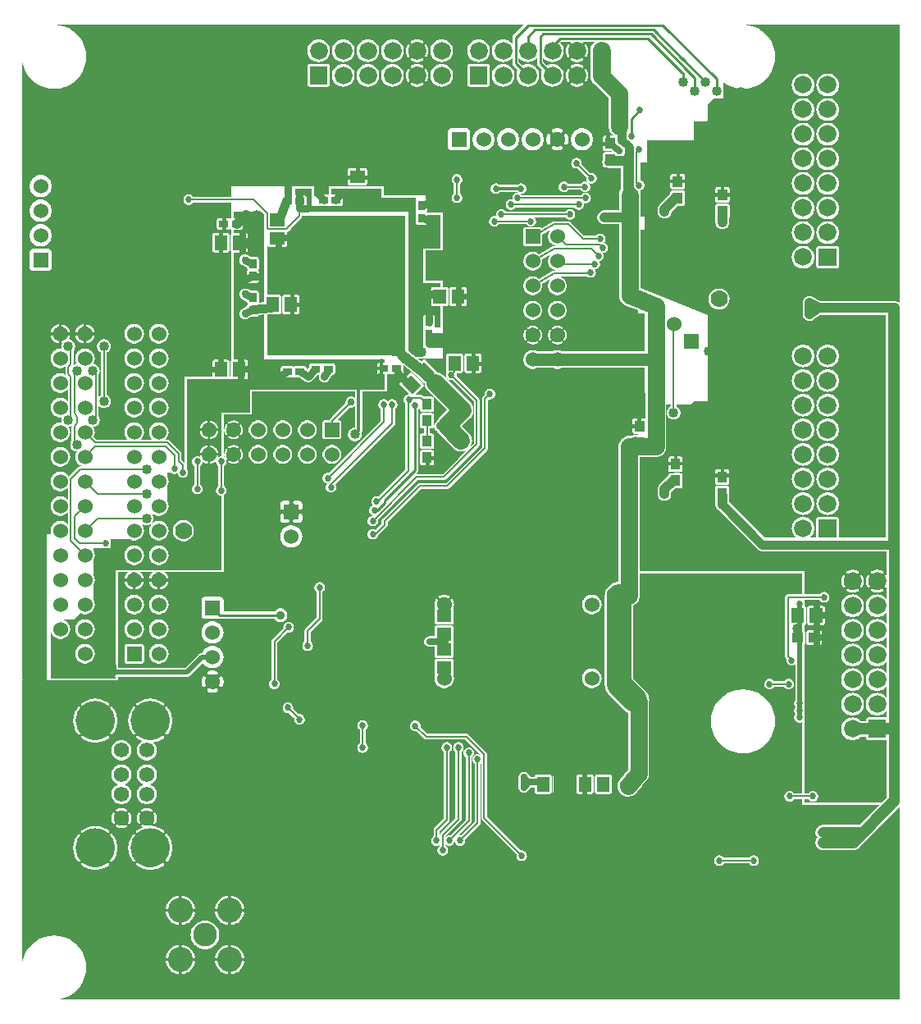
<source format=gbr>
G04 start of page 3 for group 1 idx 1 *
G04 Title: (unknown), solder *
G04 Creator: pcb 20110918 *
G04 CreationDate: Tue 10 Apr 2012 05:20:11 AM GMT UTC *
G04 For: haunma *
G04 Format: Gerber/RS-274X *
G04 PCB-Dimensions: 360000 400000 *
G04 PCB-Coordinate-Origin: lower left *
%MOIN*%
%FSLAX25Y25*%
%LNBOTTOM*%
%ADD129C,0.0660*%
%ADD128C,0.0945*%
%ADD127C,0.0394*%
%ADD126C,0.1300*%
%ADD125C,0.0410*%
%ADD124C,0.0420*%
%ADD123C,0.0140*%
%ADD122C,0.0190*%
%ADD121C,0.0160*%
%ADD120R,0.0276X0.0276*%
%ADD119R,0.0512X0.0512*%
%ADD118R,0.0394X0.0394*%
%ADD117C,0.0960*%
%ADD116C,0.1580*%
%ADD115C,0.0620*%
%ADD114C,0.0600*%
%ADD113C,0.0360*%
%ADD112C,0.0320*%
%ADD111C,0.0720*%
%ADD110C,0.0340*%
%ADD109C,0.0110*%
%ADD108C,0.0230*%
%ADD107C,0.0330*%
%ADD106C,0.0250*%
%ADD105C,0.0350*%
%ADD104C,0.0300*%
%ADD103C,0.0120*%
%ADD102C,0.0730*%
%ADD101C,0.0270*%
%ADD100C,0.0100*%
%ADD99C,0.0150*%
%ADD98C,0.0380*%
%ADD97C,0.0460*%
%ADD96C,0.0440*%
%ADD95C,0.0480*%
%ADD94C,0.0430*%
%ADD93C,0.0280*%
%ADD92C,0.0080*%
%ADD91C,0.0200*%
%ADD90C,0.0780*%
%ADD89C,0.1000*%
%ADD88C,0.0180*%
%ADD87C,0.0500*%
%ADD86C,0.0700*%
%ADD85C,0.0130*%
%ADD84C,0.0400*%
%ADD83C,0.0001*%
G54D83*G36*
X339493Y107386D02*X339500Y107386D01*
X340222Y107443D01*
X340926Y107612D01*
X341595Y107889D01*
X342212Y108267D01*
X342763Y108737D01*
X342816Y108800D01*
X344909D01*
X344909Y108243D01*
X344946Y108090D01*
X345006Y107945D01*
X345088Y107810D01*
X345191Y107691D01*
X345310Y107588D01*
X345445Y107506D01*
X345590Y107446D01*
X345743Y107409D01*
X345900Y107400D01*
X353257Y107409D01*
X353300Y107420D01*
Y84019D01*
X351306Y82000D01*
X339493D01*
Y107386D01*
G37*
G36*
X349502Y117386D02*X350222Y117443D01*
X350926Y117612D01*
X351595Y117889D01*
X352212Y118267D01*
X352763Y118737D01*
X353233Y119288D01*
X353300Y119397D01*
Y116580D01*
X353257Y116591D01*
X353100Y116600D01*
X349502Y116595D01*
Y117386D01*
G37*
G36*
Y127386D02*X350222Y127443D01*
X350926Y127612D01*
X351595Y127889D01*
X352212Y128267D01*
X352763Y128737D01*
X353233Y129288D01*
X353300Y129397D01*
Y124603D01*
X353233Y124712D01*
X352763Y125263D01*
X352212Y125733D01*
X351595Y126111D01*
X350926Y126388D01*
X350222Y126557D01*
X349502Y126614D01*
Y127386D01*
G37*
G36*
Y137386D02*X350222Y137443D01*
X350926Y137612D01*
X351595Y137889D01*
X352212Y138267D01*
X352763Y138737D01*
X353233Y139288D01*
X353300Y139397D01*
Y134603D01*
X353233Y134712D01*
X352763Y135263D01*
X352212Y135733D01*
X351595Y136111D01*
X350926Y136388D01*
X350222Y136557D01*
X349502Y136614D01*
Y137386D01*
G37*
G36*
Y147386D02*X350222Y147443D01*
X350926Y147612D01*
X351595Y147889D01*
X352212Y148267D01*
X352763Y148737D01*
X353233Y149288D01*
X353300Y149397D01*
Y144603D01*
X353233Y144712D01*
X352763Y145263D01*
X352212Y145733D01*
X351595Y146111D01*
X350926Y146388D01*
X350222Y146557D01*
X349502Y146614D01*
Y147386D01*
G37*
G36*
Y157386D02*X350222Y157443D01*
X350926Y157612D01*
X351595Y157889D01*
X352212Y158267D01*
X352763Y158737D01*
X353233Y159288D01*
X353300Y159397D01*
Y154603D01*
X353233Y154712D01*
X352763Y155263D01*
X352212Y155733D01*
X351595Y156111D01*
X350926Y156388D01*
X350222Y156557D01*
X349502Y156614D01*
Y157386D01*
G37*
G36*
Y184200D02*X353300D01*
Y174528D01*
X353281Y174542D01*
X353211Y174578D01*
X353135Y174603D01*
X353057Y174617D01*
X352978Y174617D01*
X352900Y174605D01*
X352824Y174582D01*
X352753Y174546D01*
X352689Y174500D01*
X352632Y174444D01*
X352585Y174381D01*
X352548Y174310D01*
X352523Y174235D01*
X352510Y174157D01*
X352509Y174078D01*
X352521Y173999D01*
X352545Y173924D01*
X352582Y173854D01*
X352740Y173570D01*
X352868Y173272D01*
X352969Y172963D01*
X353042Y172646D01*
X353085Y172324D01*
X353100Y172000D01*
X353085Y171676D01*
X353042Y171354D01*
X352969Y171037D01*
X352868Y170728D01*
X352740Y170430D01*
X352585Y170144D01*
X352549Y170075D01*
X352525Y170000D01*
X352513Y169922D01*
X352514Y169843D01*
X352527Y169766D01*
X352552Y169691D01*
X352588Y169621D01*
X352635Y169558D01*
X352691Y169503D01*
X352755Y169457D01*
X352825Y169422D01*
X352900Y169398D01*
X352978Y169386D01*
X353057Y169387D01*
X353135Y169400D01*
X353209Y169425D01*
X353279Y169461D01*
X353300Y169477D01*
Y164603D01*
X353233Y164712D01*
X352763Y165263D01*
X352212Y165733D01*
X351595Y166111D01*
X350926Y166388D01*
X350222Y166557D01*
X349502Y166614D01*
Y167395D01*
X349915Y167414D01*
X350327Y167470D01*
X350732Y167563D01*
X351126Y167692D01*
X351508Y167856D01*
X351873Y168054D01*
X351938Y168100D01*
X351995Y168155D01*
X352042Y168219D01*
X352078Y168289D01*
X352103Y168365D01*
X352117Y168443D01*
X352117Y168522D01*
X352105Y168600D01*
X352082Y168676D01*
X352046Y168747D01*
X352000Y168811D01*
X351944Y168868D01*
X351881Y168915D01*
X351810Y168952D01*
X351735Y168977D01*
X351657Y168990D01*
X351578Y168991D01*
X351499Y168979D01*
X351424Y168955D01*
X351354Y168918D01*
X351070Y168760D01*
X350772Y168632D01*
X350463Y168531D01*
X350146Y168458D01*
X349824Y168415D01*
X349502Y168400D01*
Y175600D01*
X349824Y175585D01*
X350146Y175542D01*
X350463Y175469D01*
X350772Y175368D01*
X351070Y175240D01*
X351356Y175085D01*
X351425Y175049D01*
X351500Y175025D01*
X351578Y175013D01*
X351657Y175014D01*
X351734Y175027D01*
X351809Y175052D01*
X351879Y175088D01*
X351942Y175135D01*
X351997Y175191D01*
X352043Y175255D01*
X352078Y175325D01*
X352102Y175400D01*
X352114Y175478D01*
X352113Y175557D01*
X352100Y175635D01*
X352075Y175709D01*
X352039Y175779D01*
X351992Y175842D01*
X351936Y175898D01*
X351871Y175942D01*
X351508Y176144D01*
X351126Y176308D01*
X350732Y176437D01*
X350327Y176530D01*
X349915Y176586D01*
X349502Y176605D01*
Y184200D01*
G37*
G36*
X345693Y119409D02*X345767Y119288D01*
X346237Y118737D01*
X346788Y118267D01*
X347405Y117889D01*
X348074Y117612D01*
X348778Y117443D01*
X349500Y117386D01*
X349502Y117386D01*
Y116595D01*
X345743Y116591D01*
X345693Y116579D01*
Y119409D01*
G37*
G36*
Y129409D02*X345767Y129288D01*
X346237Y128737D01*
X346788Y128267D01*
X347405Y127889D01*
X348074Y127612D01*
X348778Y127443D01*
X349500Y127386D01*
X349502Y127386D01*
Y126614D01*
X349500Y126614D01*
X348778Y126557D01*
X348074Y126388D01*
X347405Y126111D01*
X346788Y125733D01*
X346237Y125263D01*
X345767Y124712D01*
X345693Y124591D01*
Y129409D01*
G37*
G36*
Y139409D02*X345767Y139288D01*
X346237Y138737D01*
X346788Y138267D01*
X347405Y137889D01*
X348074Y137612D01*
X348778Y137443D01*
X349500Y137386D01*
X349502Y137386D01*
Y136614D01*
X349500Y136614D01*
X348778Y136557D01*
X348074Y136388D01*
X347405Y136111D01*
X346788Y135733D01*
X346237Y135263D01*
X345767Y134712D01*
X345693Y134591D01*
Y139409D01*
G37*
G36*
Y149409D02*X345767Y149288D01*
X346237Y148737D01*
X346788Y148267D01*
X347405Y147889D01*
X348074Y147612D01*
X348778Y147443D01*
X349500Y147386D01*
X349502Y147386D01*
Y146614D01*
X349500Y146614D01*
X348778Y146557D01*
X348074Y146388D01*
X347405Y146111D01*
X346788Y145733D01*
X346237Y145263D01*
X345767Y144712D01*
X345693Y144591D01*
Y149409D01*
G37*
G36*
Y159409D02*X345767Y159288D01*
X346237Y158737D01*
X346788Y158267D01*
X347405Y157889D01*
X348074Y157612D01*
X348778Y157443D01*
X349500Y157386D01*
X349502Y157386D01*
Y156614D01*
X349500Y156614D01*
X348778Y156557D01*
X348074Y156388D01*
X347405Y156111D01*
X346788Y155733D01*
X346237Y155263D01*
X345767Y154712D01*
X345693Y154591D01*
Y159409D01*
G37*
G36*
Y184200D02*X349502D01*
Y176605D01*
X349500Y176605D01*
X349085Y176586D01*
X348673Y176530D01*
X348268Y176437D01*
X347874Y176308D01*
X347492Y176144D01*
X347127Y175946D01*
X347062Y175900D01*
X347005Y175845D01*
X346958Y175781D01*
X346922Y175711D01*
X346897Y175635D01*
X346883Y175557D01*
X346883Y175478D01*
X346895Y175400D01*
X346918Y175324D01*
X346954Y175253D01*
X347000Y175189D01*
X347056Y175132D01*
X347119Y175085D01*
X347190Y175048D01*
X347265Y175023D01*
X347343Y175010D01*
X347422Y175009D01*
X347501Y175021D01*
X347576Y175045D01*
X347646Y175082D01*
X347930Y175240D01*
X348228Y175368D01*
X348537Y175469D01*
X348854Y175542D01*
X349176Y175585D01*
X349500Y175600D01*
X349502Y175600D01*
Y168400D01*
X349500Y168400D01*
X349176Y168415D01*
X348854Y168458D01*
X348537Y168531D01*
X348228Y168632D01*
X347930Y168760D01*
X347644Y168915D01*
X347575Y168951D01*
X347500Y168975D01*
X347422Y168987D01*
X347343Y168986D01*
X347266Y168973D01*
X347191Y168948D01*
X347121Y168912D01*
X347058Y168865D01*
X347003Y168809D01*
X346957Y168745D01*
X346922Y168675D01*
X346898Y168600D01*
X346886Y168522D01*
X346887Y168443D01*
X346900Y168365D01*
X346925Y168291D01*
X346961Y168221D01*
X347008Y168158D01*
X347064Y168102D01*
X347129Y168058D01*
X347492Y167856D01*
X347874Y167692D01*
X348268Y167563D01*
X348673Y167470D01*
X349085Y167414D01*
X349500Y167395D01*
X349502Y167395D01*
Y166614D01*
X349500Y166614D01*
X348778Y166557D01*
X348074Y166388D01*
X347405Y166111D01*
X346788Y165733D01*
X346237Y165263D01*
X345767Y164712D01*
X345693Y164591D01*
Y169478D01*
X345719Y169458D01*
X345789Y169422D01*
X345865Y169397D01*
X345943Y169383D01*
X346022Y169383D01*
X346100Y169395D01*
X346176Y169418D01*
X346247Y169454D01*
X346311Y169500D01*
X346368Y169556D01*
X346415Y169619D01*
X346452Y169690D01*
X346477Y169765D01*
X346490Y169843D01*
X346491Y169922D01*
X346479Y170001D01*
X346455Y170076D01*
X346418Y170146D01*
X346260Y170430D01*
X346132Y170728D01*
X346031Y171037D01*
X345958Y171354D01*
X345915Y171676D01*
X345900Y172000D01*
X345915Y172324D01*
X345958Y172646D01*
X346031Y172963D01*
X346132Y173272D01*
X346260Y173570D01*
X346415Y173856D01*
X346451Y173925D01*
X346475Y174000D01*
X346487Y174078D01*
X346486Y174157D01*
X346473Y174234D01*
X346448Y174309D01*
X346412Y174379D01*
X346365Y174442D01*
X346309Y174497D01*
X346245Y174543D01*
X346175Y174578D01*
X346100Y174602D01*
X346022Y174614D01*
X345943Y174613D01*
X345865Y174600D01*
X345791Y174575D01*
X345721Y174539D01*
X345693Y174518D01*
Y184200D01*
G37*
G36*
X343307D02*X345693D01*
Y174518D01*
X345658Y174492D01*
X345602Y174436D01*
X345558Y174371D01*
X345356Y174008D01*
X345192Y173626D01*
X345063Y173232D01*
X344970Y172827D01*
X344914Y172415D01*
X344895Y172000D01*
X344914Y171585D01*
X344970Y171173D01*
X345063Y170768D01*
X345192Y170374D01*
X345356Y169992D01*
X345554Y169627D01*
X345600Y169562D01*
X345655Y169505D01*
X345693Y169478D01*
Y164591D01*
X345389Y164095D01*
X345112Y163426D01*
X344943Y162722D01*
X344886Y162000D01*
X344943Y161278D01*
X345112Y160574D01*
X345389Y159905D01*
X345693Y159409D01*
Y154591D01*
X345389Y154095D01*
X345112Y153426D01*
X344943Y152722D01*
X344886Y152000D01*
X344943Y151278D01*
X345112Y150574D01*
X345389Y149905D01*
X345693Y149409D01*
Y144591D01*
X345389Y144095D01*
X345112Y143426D01*
X344943Y142722D01*
X344886Y142000D01*
X344943Y141278D01*
X345112Y140574D01*
X345389Y139905D01*
X345693Y139409D01*
Y134591D01*
X345389Y134095D01*
X345112Y133426D01*
X344943Y132722D01*
X344886Y132000D01*
X344943Y131278D01*
X345112Y130574D01*
X345389Y129905D01*
X345693Y129409D01*
Y124591D01*
X345389Y124095D01*
X345112Y123426D01*
X344943Y122722D01*
X344886Y122000D01*
X344943Y121278D01*
X345112Y120574D01*
X345389Y119905D01*
X345693Y119409D01*
Y116579D01*
X345590Y116554D01*
X345445Y116494D01*
X345310Y116412D01*
X345191Y116309D01*
X345088Y116190D01*
X345006Y116055D01*
X344946Y115910D01*
X344909Y115757D01*
X344900Y115600D01*
X344901Y115200D01*
X343307D01*
Y119409D01*
X343611Y119905D01*
X343888Y120574D01*
X344057Y121278D01*
X344100Y122000D01*
X344057Y122722D01*
X343888Y123426D01*
X343611Y124095D01*
X343307Y124591D01*
Y129409D01*
X343611Y129905D01*
X343888Y130574D01*
X344057Y131278D01*
X344100Y132000D01*
X344057Y132722D01*
X343888Y133426D01*
X343611Y134095D01*
X343307Y134591D01*
Y139409D01*
X343611Y139905D01*
X343888Y140574D01*
X344057Y141278D01*
X344100Y142000D01*
X344057Y142722D01*
X343888Y143426D01*
X343611Y144095D01*
X343307Y144591D01*
Y149409D01*
X343611Y149905D01*
X343888Y150574D01*
X344057Y151278D01*
X344100Y152000D01*
X344057Y152722D01*
X343888Y153426D01*
X343611Y154095D01*
X343307Y154591D01*
Y159409D01*
X343611Y159905D01*
X343888Y160574D01*
X344057Y161278D01*
X344100Y162000D01*
X344057Y162722D01*
X343888Y163426D01*
X343611Y164095D01*
X343307Y164591D01*
Y169482D01*
X343342Y169508D01*
X343398Y169564D01*
X343442Y169629D01*
X343644Y169992D01*
X343808Y170374D01*
X343937Y170768D01*
X344030Y171173D01*
X344086Y171585D01*
X344105Y172000D01*
X344086Y172415D01*
X344030Y172827D01*
X343937Y173232D01*
X343808Y173626D01*
X343644Y174008D01*
X343446Y174373D01*
X343400Y174438D01*
X343345Y174495D01*
X343307Y174522D01*
Y184200D01*
G37*
G36*
Y154591D02*X343233Y154712D01*
X342763Y155263D01*
X342212Y155733D01*
X341595Y156111D01*
X340926Y156388D01*
X340222Y156557D01*
X339500Y156614D01*
X339493Y156614D01*
Y157386D01*
X339500Y157386D01*
X340222Y157443D01*
X340926Y157612D01*
X341595Y157889D01*
X342212Y158267D01*
X342763Y158737D01*
X343233Y159288D01*
X343307Y159409D01*
Y154591D01*
G37*
G36*
Y144591D02*X343233Y144712D01*
X342763Y145263D01*
X342212Y145733D01*
X341595Y146111D01*
X340926Y146388D01*
X340222Y146557D01*
X339500Y146614D01*
X339493Y146614D01*
Y147386D01*
X339500Y147386D01*
X340222Y147443D01*
X340926Y147612D01*
X341595Y147889D01*
X342212Y148267D01*
X342763Y148737D01*
X343233Y149288D01*
X343307Y149409D01*
Y144591D01*
G37*
G36*
Y134591D02*X343233Y134712D01*
X342763Y135263D01*
X342212Y135733D01*
X341595Y136111D01*
X340926Y136388D01*
X340222Y136557D01*
X339500Y136614D01*
X339493Y136614D01*
Y137386D01*
X339500Y137386D01*
X340222Y137443D01*
X340926Y137612D01*
X341595Y137889D01*
X342212Y138267D01*
X342763Y138737D01*
X343233Y139288D01*
X343307Y139409D01*
Y134591D01*
G37*
G36*
Y124591D02*X343233Y124712D01*
X342763Y125263D01*
X342212Y125733D01*
X341595Y126111D01*
X340926Y126388D01*
X340222Y126557D01*
X339500Y126614D01*
X339493Y126614D01*
Y127386D01*
X339500Y127386D01*
X340222Y127443D01*
X340926Y127612D01*
X341595Y127889D01*
X342212Y128267D01*
X342763Y128737D01*
X343233Y129288D01*
X343307Y129409D01*
Y124591D01*
G37*
G36*
Y115200D02*X342816D01*
X342763Y115263D01*
X342212Y115733D01*
X341595Y116111D01*
X340926Y116388D01*
X340222Y116557D01*
X339500Y116614D01*
X339493Y116614D01*
Y117386D01*
X339500Y117386D01*
X340222Y117443D01*
X340926Y117612D01*
X341595Y117889D01*
X342212Y118267D01*
X342763Y118737D01*
X343233Y119288D01*
X343307Y119409D01*
Y115200D01*
G37*
G36*
X339493Y184200D02*X343307D01*
Y174522D01*
X343281Y174542D01*
X343211Y174578D01*
X343135Y174603D01*
X343057Y174617D01*
X342978Y174617D01*
X342900Y174605D01*
X342824Y174582D01*
X342753Y174546D01*
X342689Y174500D01*
X342632Y174444D01*
X342585Y174381D01*
X342548Y174310D01*
X342523Y174235D01*
X342510Y174157D01*
X342509Y174078D01*
X342521Y173999D01*
X342545Y173924D01*
X342582Y173854D01*
X342740Y173570D01*
X342868Y173272D01*
X342969Y172963D01*
X343042Y172646D01*
X343085Y172324D01*
X343100Y172000D01*
X343085Y171676D01*
X343042Y171354D01*
X342969Y171037D01*
X342868Y170728D01*
X342740Y170430D01*
X342585Y170144D01*
X342549Y170075D01*
X342525Y170000D01*
X342513Y169922D01*
X342514Y169843D01*
X342527Y169766D01*
X342552Y169691D01*
X342588Y169621D01*
X342635Y169558D01*
X342691Y169503D01*
X342755Y169457D01*
X342825Y169422D01*
X342900Y169398D01*
X342978Y169386D01*
X343057Y169387D01*
X343135Y169400D01*
X343209Y169425D01*
X343279Y169461D01*
X343307Y169482D01*
Y164591D01*
X343233Y164712D01*
X342763Y165263D01*
X342212Y165733D01*
X341595Y166111D01*
X340926Y166388D01*
X340222Y166557D01*
X339500Y166614D01*
X339493Y166614D01*
Y167396D01*
X339500Y167395D01*
X339915Y167414D01*
X340327Y167470D01*
X340732Y167563D01*
X341126Y167692D01*
X341508Y167856D01*
X341873Y168054D01*
X341938Y168100D01*
X341995Y168155D01*
X342042Y168219D01*
X342078Y168289D01*
X342103Y168365D01*
X342117Y168443D01*
X342117Y168522D01*
X342105Y168600D01*
X342082Y168676D01*
X342046Y168747D01*
X342000Y168811D01*
X341944Y168868D01*
X341881Y168915D01*
X341810Y168952D01*
X341735Y168977D01*
X341657Y168990D01*
X341578Y168991D01*
X341499Y168979D01*
X341424Y168955D01*
X341354Y168918D01*
X341070Y168760D01*
X340772Y168632D01*
X340463Y168531D01*
X340146Y168458D01*
X339824Y168415D01*
X339500Y168400D01*
X339493Y168400D01*
Y175600D01*
X339500Y175600D01*
X339824Y175585D01*
X340146Y175542D01*
X340463Y175469D01*
X340772Y175368D01*
X341070Y175240D01*
X341356Y175085D01*
X341425Y175049D01*
X341500Y175025D01*
X341578Y175013D01*
X341657Y175014D01*
X341734Y175027D01*
X341809Y175052D01*
X341879Y175088D01*
X341942Y175135D01*
X341997Y175191D01*
X342043Y175255D01*
X342078Y175325D01*
X342102Y175400D01*
X342114Y175478D01*
X342113Y175557D01*
X342100Y175635D01*
X342075Y175709D01*
X342039Y175779D01*
X341992Y175842D01*
X341936Y175898D01*
X341871Y175942D01*
X341508Y176144D01*
X341126Y176308D01*
X340732Y176437D01*
X340327Y176530D01*
X339915Y176586D01*
X339500Y176605D01*
X339493Y176604D01*
Y184200D01*
G37*
G36*
X335693Y109409D02*X335767Y109288D01*
X336237Y108737D01*
X336788Y108267D01*
X337405Y107889D01*
X338074Y107612D01*
X338778Y107443D01*
X339493Y107386D01*
Y82000D01*
X335693D01*
Y109409D01*
G37*
G36*
Y119409D02*X335767Y119288D01*
X336237Y118737D01*
X336788Y118267D01*
X337405Y117889D01*
X338074Y117612D01*
X338778Y117443D01*
X339493Y117386D01*
Y116614D01*
X338778Y116557D01*
X338074Y116388D01*
X337405Y116111D01*
X336788Y115733D01*
X336237Y115263D01*
X335767Y114712D01*
X335693Y114591D01*
Y119409D01*
G37*
G36*
Y129409D02*X335767Y129288D01*
X336237Y128737D01*
X336788Y128267D01*
X337405Y127889D01*
X338074Y127612D01*
X338778Y127443D01*
X339493Y127386D01*
Y126614D01*
X338778Y126557D01*
X338074Y126388D01*
X337405Y126111D01*
X336788Y125733D01*
X336237Y125263D01*
X335767Y124712D01*
X335693Y124591D01*
Y129409D01*
G37*
G36*
Y139409D02*X335767Y139288D01*
X336237Y138737D01*
X336788Y138267D01*
X337405Y137889D01*
X338074Y137612D01*
X338778Y137443D01*
X339493Y137386D01*
Y136614D01*
X338778Y136557D01*
X338074Y136388D01*
X337405Y136111D01*
X336788Y135733D01*
X336237Y135263D01*
X335767Y134712D01*
X335693Y134591D01*
Y139409D01*
G37*
G36*
Y149409D02*X335767Y149288D01*
X336237Y148737D01*
X336788Y148267D01*
X337405Y147889D01*
X338074Y147612D01*
X338778Y147443D01*
X339493Y147386D01*
Y146614D01*
X338778Y146557D01*
X338074Y146388D01*
X337405Y146111D01*
X336788Y145733D01*
X336237Y145263D01*
X335767Y144712D01*
X335693Y144591D01*
Y149409D01*
G37*
G36*
Y159409D02*X335767Y159288D01*
X336237Y158737D01*
X336788Y158267D01*
X337405Y157889D01*
X338074Y157612D01*
X338778Y157443D01*
X339493Y157386D01*
Y156614D01*
X338778Y156557D01*
X338074Y156388D01*
X337405Y156111D01*
X336788Y155733D01*
X336237Y155263D01*
X335767Y154712D01*
X335693Y154591D01*
Y159409D01*
G37*
G36*
Y184200D02*X339493D01*
Y176604D01*
X339085Y176586D01*
X338673Y176530D01*
X338268Y176437D01*
X337874Y176308D01*
X337492Y176144D01*
X337127Y175946D01*
X337062Y175900D01*
X337005Y175845D01*
X336958Y175781D01*
X336922Y175711D01*
X336897Y175635D01*
X336883Y175557D01*
X336883Y175478D01*
X336895Y175400D01*
X336918Y175324D01*
X336954Y175253D01*
X337000Y175189D01*
X337056Y175132D01*
X337119Y175085D01*
X337190Y175048D01*
X337265Y175023D01*
X337343Y175010D01*
X337422Y175009D01*
X337501Y175021D01*
X337576Y175045D01*
X337646Y175082D01*
X337930Y175240D01*
X338228Y175368D01*
X338537Y175469D01*
X338854Y175542D01*
X339176Y175585D01*
X339493Y175600D01*
Y168400D01*
X339176Y168415D01*
X338854Y168458D01*
X338537Y168531D01*
X338228Y168632D01*
X337930Y168760D01*
X337644Y168915D01*
X337575Y168951D01*
X337500Y168975D01*
X337422Y168987D01*
X337343Y168986D01*
X337266Y168973D01*
X337191Y168948D01*
X337121Y168912D01*
X337058Y168865D01*
X337003Y168809D01*
X336957Y168745D01*
X336922Y168675D01*
X336898Y168600D01*
X336886Y168522D01*
X336887Y168443D01*
X336900Y168365D01*
X336925Y168291D01*
X336961Y168221D01*
X337008Y168158D01*
X337064Y168102D01*
X337129Y168058D01*
X337492Y167856D01*
X337874Y167692D01*
X338268Y167563D01*
X338673Y167470D01*
X339085Y167414D01*
X339493Y167396D01*
Y166614D01*
X338778Y166557D01*
X338074Y166388D01*
X337405Y166111D01*
X336788Y165733D01*
X336237Y165263D01*
X335767Y164712D01*
X335693Y164591D01*
Y169478D01*
X335719Y169458D01*
X335789Y169422D01*
X335865Y169397D01*
X335943Y169383D01*
X336022Y169383D01*
X336100Y169395D01*
X336176Y169418D01*
X336247Y169454D01*
X336311Y169500D01*
X336368Y169556D01*
X336415Y169619D01*
X336452Y169690D01*
X336477Y169765D01*
X336490Y169843D01*
X336491Y169922D01*
X336479Y170001D01*
X336455Y170076D01*
X336418Y170146D01*
X336260Y170430D01*
X336132Y170728D01*
X336031Y171037D01*
X335958Y171354D01*
X335915Y171676D01*
X335900Y172000D01*
X335915Y172324D01*
X335958Y172646D01*
X336031Y172963D01*
X336132Y173272D01*
X336260Y173570D01*
X336415Y173856D01*
X336451Y173925D01*
X336475Y174000D01*
X336487Y174078D01*
X336486Y174157D01*
X336473Y174234D01*
X336448Y174309D01*
X336412Y174379D01*
X336365Y174442D01*
X336309Y174497D01*
X336245Y174543D01*
X336175Y174578D01*
X336100Y174602D01*
X336022Y174614D01*
X335943Y174613D01*
X335865Y174600D01*
X335791Y174575D01*
X335721Y174539D01*
X335693Y174518D01*
Y184200D01*
G37*
G36*
X324640D02*X335693D01*
Y174518D01*
X335658Y174492D01*
X335602Y174436D01*
X335558Y174371D01*
X335356Y174008D01*
X335192Y173626D01*
X335063Y173232D01*
X334970Y172827D01*
X334914Y172415D01*
X334895Y172000D01*
X334914Y171585D01*
X334970Y171173D01*
X335063Y170768D01*
X335192Y170374D01*
X335356Y169992D01*
X335554Y169627D01*
X335600Y169562D01*
X335655Y169505D01*
X335693Y169478D01*
Y164591D01*
X335389Y164095D01*
X335112Y163426D01*
X334943Y162722D01*
X334886Y162000D01*
X334943Y161278D01*
X335112Y160574D01*
X335389Y159905D01*
X335693Y159409D01*
Y154591D01*
X335389Y154095D01*
X335112Y153426D01*
X334943Y152722D01*
X334886Y152000D01*
X334943Y151278D01*
X335112Y150574D01*
X335389Y149905D01*
X335693Y149409D01*
Y144591D01*
X335389Y144095D01*
X335112Y143426D01*
X334943Y142722D01*
X334886Y142000D01*
X334943Y141278D01*
X335112Y140574D01*
X335389Y139905D01*
X335693Y139409D01*
Y134591D01*
X335389Y134095D01*
X335112Y133426D01*
X334943Y132722D01*
X334886Y132000D01*
X334943Y131278D01*
X335112Y130574D01*
X335389Y129905D01*
X335693Y129409D01*
Y124591D01*
X335389Y124095D01*
X335112Y123426D01*
X334943Y122722D01*
X334886Y122000D01*
X334943Y121278D01*
X335112Y120574D01*
X335389Y119905D01*
X335693Y119409D01*
Y114591D01*
X335389Y114095D01*
X335112Y113426D01*
X334943Y112722D01*
X334886Y112000D01*
X334943Y111278D01*
X335112Y110574D01*
X335389Y109905D01*
X335693Y109409D01*
Y82000D01*
X324640D01*
Y82838D01*
X324668Y82855D01*
X324925Y83075D01*
X325145Y83332D01*
X325322Y83621D01*
X325451Y83934D01*
X325530Y84263D01*
X325550Y84600D01*
X325530Y84937D01*
X325451Y85266D01*
X325322Y85579D01*
X325145Y85868D01*
X324925Y86125D01*
X324668Y86345D01*
X324640Y86362D01*
Y146138D01*
X326168Y146141D01*
X326321Y146178D01*
X326467Y146238D01*
X326601Y146320D01*
X326721Y146422D01*
X326823Y146542D01*
X326905Y146676D01*
X326965Y146822D01*
X327002Y146975D01*
X327012Y147132D01*
X327002Y151225D01*
X326965Y151378D01*
X326905Y151524D01*
X326823Y151658D01*
X326721Y151778D01*
X326601Y151880D01*
X326467Y151962D01*
X326321Y152022D01*
X326168Y152059D01*
X326012Y152069D01*
X324640Y152066D01*
Y154052D01*
X327356Y154057D01*
X327509Y154094D01*
X327654Y154154D01*
X327789Y154236D01*
X327908Y154339D01*
X328011Y154458D01*
X328093Y154593D01*
X328153Y154738D01*
X328190Y154891D01*
X328199Y155048D01*
X328190Y161109D01*
X328153Y161262D01*
X328093Y161407D01*
X328011Y161542D01*
X327908Y161661D01*
X327789Y161764D01*
X327654Y161846D01*
X327509Y161906D01*
X327356Y161943D01*
X327199Y161952D01*
X324640Y161948D01*
Y164300D01*
X326114D01*
X326155Y164232D01*
X326375Y163975D01*
X326632Y163755D01*
X326921Y163578D01*
X327234Y163449D01*
X327563Y163370D01*
X327900Y163343D01*
X328237Y163370D01*
X328566Y163449D01*
X328879Y163578D01*
X329168Y163755D01*
X329425Y163975D01*
X329645Y164232D01*
X329822Y164521D01*
X329951Y164834D01*
X330030Y165163D01*
X330050Y165500D01*
X330030Y165837D01*
X329951Y166166D01*
X329822Y166479D01*
X329645Y166768D01*
X329425Y167025D01*
X329168Y167245D01*
X328879Y167422D01*
X328566Y167551D01*
X328237Y167630D01*
X327900Y167657D01*
X327563Y167630D01*
X327234Y167551D01*
X326921Y167422D01*
X326632Y167245D01*
X326375Y167025D01*
X326155Y166768D01*
X326114Y166700D01*
X324640D01*
Y184200D01*
G37*
G36*
Y86362D02*X324379Y86522D01*
X324066Y86651D01*
X323737Y86730D01*
X323400Y86757D01*
X323063Y86730D01*
X322734Y86651D01*
X322421Y86522D01*
X322132Y86345D01*
X321875Y86125D01*
X321655Y85868D01*
X321614Y85800D01*
X319900D01*
Y115910D01*
X319951Y116034D01*
X320030Y116363D01*
X320050Y116700D01*
X320030Y117037D01*
X319951Y117366D01*
X319900Y117490D01*
Y118710D01*
X319951Y118834D01*
X320030Y119163D01*
X320050Y119500D01*
X320030Y119837D01*
X319951Y120166D01*
X319900Y120290D01*
Y121510D01*
X319951Y121634D01*
X320030Y121963D01*
X320050Y122300D01*
X320030Y122637D01*
X319951Y122966D01*
X319900Y123090D01*
Y146314D01*
X319909Y146320D01*
X320029Y146422D01*
X320131Y146542D01*
X320213Y146676D01*
X320273Y146822D01*
X320310Y146975D01*
X320320Y147132D01*
X320310Y151225D01*
X320273Y151378D01*
X320213Y151524D01*
X320131Y151658D01*
X320029Y151778D01*
X319909Y151880D01*
X319900Y151886D01*
Y154063D01*
X320029Y154094D01*
X320174Y154154D01*
X320309Y154236D01*
X320428Y154339D01*
X320531Y154458D01*
X320613Y154593D01*
X320673Y154738D01*
X320710Y154891D01*
X320719Y155048D01*
X320710Y161109D01*
X320673Y161262D01*
X320613Y161407D01*
X320531Y161542D01*
X320428Y161661D01*
X320309Y161764D01*
X320174Y161846D01*
X320029Y161906D01*
X319963Y161922D01*
X320051Y162134D01*
X320130Y162463D01*
X320150Y162800D01*
X320130Y163137D01*
X320051Y163466D01*
X319922Y163779D01*
X319900Y163814D01*
Y164300D01*
X324640D01*
Y161948D01*
X321924Y161943D01*
X321771Y161906D01*
X321626Y161846D01*
X321491Y161764D01*
X321372Y161661D01*
X321269Y161542D01*
X321187Y161407D01*
X321127Y161262D01*
X321090Y161109D01*
X321081Y160952D01*
X321090Y154891D01*
X321127Y154738D01*
X321187Y154593D01*
X321269Y154458D01*
X321372Y154339D01*
X321491Y154236D01*
X321626Y154154D01*
X321771Y154094D01*
X321924Y154057D01*
X322081Y154048D01*
X324640Y154052D01*
Y152066D01*
X321524Y152059D01*
X321371Y152022D01*
X321225Y151962D01*
X321091Y151880D01*
X320971Y151778D01*
X320869Y151658D01*
X320787Y151524D01*
X320727Y151378D01*
X320690Y151225D01*
X320680Y151069D01*
X320690Y146975D01*
X320727Y146822D01*
X320787Y146676D01*
X320869Y146542D01*
X320971Y146422D01*
X321091Y146320D01*
X321225Y146238D01*
X321371Y146178D01*
X321524Y146141D01*
X321680Y146132D01*
X324640Y146138D01*
Y86362D01*
G37*
G36*
Y82000D02*X319900D01*
Y83400D01*
X321614D01*
X321655Y83332D01*
X321875Y83075D01*
X322132Y82855D01*
X322421Y82678D01*
X322734Y82549D01*
X323063Y82470D01*
X323400Y82443D01*
X323737Y82470D01*
X324066Y82549D01*
X324379Y82678D01*
X324640Y82838D01*
Y82000D01*
G37*
G36*
X286600Y199282D02*X300816Y185066D01*
X300885Y184985D01*
X301208Y184709D01*
X301208Y184709D01*
X301570Y184487D01*
X301963Y184324D01*
X302376Y184225D01*
X302800Y184192D01*
X302906Y184200D01*
X324640D01*
Y166700D01*
X319900D01*
Y176000D01*
X286600D01*
Y199282D01*
G37*
G36*
X329393Y398000D02*X358500D01*
Y284970D01*
X358486Y284986D01*
X358151Y285272D01*
X357775Y285503D01*
X357368Y285671D01*
X356939Y285774D01*
X356500Y285800D01*
X356322D01*
X356200Y285810D01*
X356078Y285800D01*
X329393D01*
Y299005D01*
X333157Y299009D01*
X333310Y299046D01*
X333455Y299106D01*
X333590Y299188D01*
X333709Y299291D01*
X333812Y299410D01*
X333894Y299545D01*
X333954Y299690D01*
X333991Y299843D01*
X334000Y300000D01*
X333991Y307357D01*
X333954Y307510D01*
X333894Y307655D01*
X333812Y307790D01*
X333709Y307909D01*
X333590Y308012D01*
X333455Y308094D01*
X333310Y308154D01*
X333157Y308191D01*
X333000Y308200D01*
X329393Y308195D01*
Y308986D01*
X329400Y308986D01*
X330122Y309043D01*
X330826Y309212D01*
X331495Y309489D01*
X332112Y309867D01*
X332663Y310337D01*
X333133Y310888D01*
X333511Y311505D01*
X333788Y312174D01*
X333957Y312878D01*
X334000Y313600D01*
X333957Y314322D01*
X333788Y315026D01*
X333511Y315695D01*
X333133Y316312D01*
X332663Y316863D01*
X332112Y317333D01*
X331495Y317711D01*
X330826Y317988D01*
X330122Y318157D01*
X329400Y318214D01*
X329393Y318214D01*
Y318986D01*
X329400Y318986D01*
X330122Y319043D01*
X330826Y319212D01*
X331495Y319489D01*
X332112Y319867D01*
X332663Y320337D01*
X333133Y320888D01*
X333511Y321505D01*
X333788Y322174D01*
X333957Y322878D01*
X334000Y323600D01*
X333957Y324322D01*
X333788Y325026D01*
X333511Y325695D01*
X333133Y326312D01*
X332663Y326863D01*
X332112Y327333D01*
X331495Y327711D01*
X330826Y327988D01*
X330122Y328157D01*
X329400Y328214D01*
X329393Y328214D01*
Y328986D01*
X329400Y328986D01*
X330122Y329043D01*
X330826Y329212D01*
X331495Y329489D01*
X332112Y329867D01*
X332663Y330337D01*
X333133Y330888D01*
X333511Y331505D01*
X333788Y332174D01*
X333957Y332878D01*
X334000Y333600D01*
X333957Y334322D01*
X333788Y335026D01*
X333511Y335695D01*
X333133Y336312D01*
X332663Y336863D01*
X332112Y337333D01*
X331495Y337711D01*
X330826Y337988D01*
X330122Y338157D01*
X329400Y338214D01*
X329393Y338214D01*
Y338986D01*
X329400Y338986D01*
X330122Y339043D01*
X330826Y339212D01*
X331495Y339489D01*
X332112Y339867D01*
X332663Y340337D01*
X333133Y340888D01*
X333511Y341505D01*
X333788Y342174D01*
X333957Y342878D01*
X334000Y343600D01*
X333957Y344322D01*
X333788Y345026D01*
X333511Y345695D01*
X333133Y346312D01*
X332663Y346863D01*
X332112Y347333D01*
X331495Y347711D01*
X330826Y347988D01*
X330122Y348157D01*
X329400Y348214D01*
X329393Y348214D01*
Y348986D01*
X329400Y348986D01*
X330122Y349043D01*
X330826Y349212D01*
X331495Y349489D01*
X332112Y349867D01*
X332663Y350337D01*
X333133Y350888D01*
X333511Y351505D01*
X333788Y352174D01*
X333957Y352878D01*
X334000Y353600D01*
X333957Y354322D01*
X333788Y355026D01*
X333511Y355695D01*
X333133Y356312D01*
X332663Y356863D01*
X332112Y357333D01*
X331495Y357711D01*
X330826Y357988D01*
X330122Y358157D01*
X329400Y358214D01*
X329393Y358214D01*
Y358986D01*
X329400Y358986D01*
X330122Y359043D01*
X330826Y359212D01*
X331495Y359489D01*
X332112Y359867D01*
X332663Y360337D01*
X333133Y360888D01*
X333511Y361505D01*
X333788Y362174D01*
X333957Y362878D01*
X334000Y363600D01*
X333957Y364322D01*
X333788Y365026D01*
X333511Y365695D01*
X333133Y366312D01*
X332663Y366863D01*
X332112Y367333D01*
X331495Y367711D01*
X330826Y367988D01*
X330122Y368157D01*
X329400Y368214D01*
X329393Y368214D01*
Y368986D01*
X329400Y368986D01*
X330122Y369043D01*
X330826Y369212D01*
X331495Y369489D01*
X332112Y369867D01*
X332663Y370337D01*
X333133Y370888D01*
X333511Y371505D01*
X333788Y372174D01*
X333957Y372878D01*
X334000Y373600D01*
X333957Y374322D01*
X333788Y375026D01*
X333511Y375695D01*
X333133Y376312D01*
X332663Y376863D01*
X332112Y377333D01*
X331495Y377711D01*
X330826Y377988D01*
X330122Y378157D01*
X329400Y378214D01*
X329393Y378214D01*
Y398000D01*
G37*
G36*
Y280200D02*X353100D01*
Y189600D01*
X333956D01*
X333991Y189743D01*
X334000Y189900D01*
X333991Y197257D01*
X333954Y197410D01*
X333894Y197555D01*
X333812Y197690D01*
X333709Y197809D01*
X333590Y197912D01*
X333455Y197994D01*
X333310Y198054D01*
X333157Y198091D01*
X333000Y198100D01*
X329393Y198095D01*
Y198886D01*
X329400Y198886D01*
X330122Y198943D01*
X330826Y199112D01*
X331495Y199389D01*
X332112Y199767D01*
X332663Y200237D01*
X333133Y200788D01*
X333511Y201405D01*
X333788Y202074D01*
X333957Y202778D01*
X334000Y203500D01*
X333957Y204222D01*
X333788Y204926D01*
X333511Y205595D01*
X333133Y206212D01*
X332663Y206763D01*
X332112Y207233D01*
X331495Y207611D01*
X330826Y207888D01*
X330122Y208057D01*
X329400Y208114D01*
X329393Y208114D01*
Y208886D01*
X329400Y208886D01*
X330122Y208943D01*
X330826Y209112D01*
X331495Y209389D01*
X332112Y209767D01*
X332663Y210237D01*
X333133Y210788D01*
X333511Y211405D01*
X333788Y212074D01*
X333957Y212778D01*
X334000Y213500D01*
X333957Y214222D01*
X333788Y214926D01*
X333511Y215595D01*
X333133Y216212D01*
X332663Y216763D01*
X332112Y217233D01*
X331495Y217611D01*
X330826Y217888D01*
X330122Y218057D01*
X329400Y218114D01*
X329393Y218114D01*
Y218886D01*
X329400Y218886D01*
X330122Y218943D01*
X330826Y219112D01*
X331495Y219389D01*
X332112Y219767D01*
X332663Y220237D01*
X333133Y220788D01*
X333511Y221405D01*
X333788Y222074D01*
X333957Y222778D01*
X334000Y223500D01*
X333957Y224222D01*
X333788Y224926D01*
X333511Y225595D01*
X333133Y226212D01*
X332663Y226763D01*
X332112Y227233D01*
X331495Y227611D01*
X330826Y227888D01*
X330122Y228057D01*
X329400Y228114D01*
X329393Y228114D01*
Y228886D01*
X329400Y228886D01*
X330122Y228943D01*
X330826Y229112D01*
X331495Y229389D01*
X332112Y229767D01*
X332663Y230237D01*
X333133Y230788D01*
X333511Y231405D01*
X333788Y232074D01*
X333957Y232778D01*
X334000Y233500D01*
X333957Y234222D01*
X333788Y234926D01*
X333511Y235595D01*
X333133Y236212D01*
X332663Y236763D01*
X332112Y237233D01*
X331495Y237611D01*
X330826Y237888D01*
X330122Y238057D01*
X329400Y238114D01*
X329393Y238114D01*
Y238886D01*
X329400Y238886D01*
X330122Y238943D01*
X330826Y239112D01*
X331495Y239389D01*
X332112Y239767D01*
X332663Y240237D01*
X333133Y240788D01*
X333511Y241405D01*
X333788Y242074D01*
X333957Y242778D01*
X334000Y243500D01*
X333957Y244222D01*
X333788Y244926D01*
X333511Y245595D01*
X333133Y246212D01*
X332663Y246763D01*
X332112Y247233D01*
X331495Y247611D01*
X330826Y247888D01*
X330122Y248057D01*
X329400Y248114D01*
X329393Y248114D01*
Y248886D01*
X329400Y248886D01*
X330122Y248943D01*
X330826Y249112D01*
X331495Y249389D01*
X332112Y249767D01*
X332663Y250237D01*
X333133Y250788D01*
X333511Y251405D01*
X333788Y252074D01*
X333957Y252778D01*
X334000Y253500D01*
X333957Y254222D01*
X333788Y254926D01*
X333511Y255595D01*
X333133Y256212D01*
X332663Y256763D01*
X332112Y257233D01*
X331495Y257611D01*
X330826Y257888D01*
X330122Y258057D01*
X329400Y258114D01*
X329393Y258114D01*
Y258886D01*
X329400Y258886D01*
X330122Y258943D01*
X330826Y259112D01*
X331495Y259389D01*
X332112Y259767D01*
X332663Y260237D01*
X333133Y260788D01*
X333511Y261405D01*
X333788Y262074D01*
X333957Y262778D01*
X334000Y263500D01*
X333957Y264222D01*
X333788Y264926D01*
X333511Y265595D01*
X333133Y266212D01*
X332663Y266763D01*
X332112Y267233D01*
X331495Y267611D01*
X330826Y267888D01*
X330122Y268057D01*
X329400Y268114D01*
X329393Y268114D01*
Y280200D01*
G37*
G36*
X319393Y398000D02*X329393D01*
Y378214D01*
X328678Y378157D01*
X327974Y377988D01*
X327305Y377711D01*
X326688Y377333D01*
X326137Y376863D01*
X325667Y376312D01*
X325289Y375695D01*
X325012Y375026D01*
X324843Y374322D01*
X324786Y373600D01*
X324843Y372878D01*
X325012Y372174D01*
X325289Y371505D01*
X325667Y370888D01*
X326137Y370337D01*
X326688Y369867D01*
X327305Y369489D01*
X327974Y369212D01*
X328678Y369043D01*
X329393Y368986D01*
Y368214D01*
X328678Y368157D01*
X327974Y367988D01*
X327305Y367711D01*
X326688Y367333D01*
X326137Y366863D01*
X325667Y366312D01*
X325289Y365695D01*
X325012Y365026D01*
X324843Y364322D01*
X324786Y363600D01*
X324843Y362878D01*
X325012Y362174D01*
X325289Y361505D01*
X325667Y360888D01*
X326137Y360337D01*
X326688Y359867D01*
X327305Y359489D01*
X327974Y359212D01*
X328678Y359043D01*
X329393Y358986D01*
Y358214D01*
X328678Y358157D01*
X327974Y357988D01*
X327305Y357711D01*
X326688Y357333D01*
X326137Y356863D01*
X325667Y356312D01*
X325289Y355695D01*
X325012Y355026D01*
X324843Y354322D01*
X324786Y353600D01*
X324843Y352878D01*
X325012Y352174D01*
X325289Y351505D01*
X325667Y350888D01*
X326137Y350337D01*
X326688Y349867D01*
X327305Y349489D01*
X327974Y349212D01*
X328678Y349043D01*
X329393Y348986D01*
Y348214D01*
X328678Y348157D01*
X327974Y347988D01*
X327305Y347711D01*
X326688Y347333D01*
X326137Y346863D01*
X325667Y346312D01*
X325289Y345695D01*
X325012Y345026D01*
X324843Y344322D01*
X324786Y343600D01*
X324843Y342878D01*
X325012Y342174D01*
X325289Y341505D01*
X325667Y340888D01*
X326137Y340337D01*
X326688Y339867D01*
X327305Y339489D01*
X327974Y339212D01*
X328678Y339043D01*
X329393Y338986D01*
Y338214D01*
X328678Y338157D01*
X327974Y337988D01*
X327305Y337711D01*
X326688Y337333D01*
X326137Y336863D01*
X325667Y336312D01*
X325289Y335695D01*
X325012Y335026D01*
X324843Y334322D01*
X324786Y333600D01*
X324843Y332878D01*
X325012Y332174D01*
X325289Y331505D01*
X325667Y330888D01*
X326137Y330337D01*
X326688Y329867D01*
X327305Y329489D01*
X327974Y329212D01*
X328678Y329043D01*
X329393Y328986D01*
Y328214D01*
X328678Y328157D01*
X327974Y327988D01*
X327305Y327711D01*
X326688Y327333D01*
X326137Y326863D01*
X325667Y326312D01*
X325289Y325695D01*
X325012Y325026D01*
X324843Y324322D01*
X324786Y323600D01*
X324843Y322878D01*
X325012Y322174D01*
X325289Y321505D01*
X325667Y320888D01*
X326137Y320337D01*
X326688Y319867D01*
X327305Y319489D01*
X327974Y319212D01*
X328678Y319043D01*
X329393Y318986D01*
Y318214D01*
X328678Y318157D01*
X327974Y317988D01*
X327305Y317711D01*
X326688Y317333D01*
X326137Y316863D01*
X325667Y316312D01*
X325289Y315695D01*
X325012Y315026D01*
X324843Y314322D01*
X324786Y313600D01*
X324843Y312878D01*
X325012Y312174D01*
X325289Y311505D01*
X325667Y310888D01*
X326137Y310337D01*
X326688Y309867D01*
X327305Y309489D01*
X327974Y309212D01*
X328678Y309043D01*
X329393Y308986D01*
Y308195D01*
X325643Y308191D01*
X325490Y308154D01*
X325345Y308094D01*
X325210Y308012D01*
X325091Y307909D01*
X324988Y307790D01*
X324906Y307655D01*
X324846Y307510D01*
X324809Y307357D01*
X324800Y307200D01*
X324809Y299843D01*
X324846Y299690D01*
X324906Y299545D01*
X324988Y299410D01*
X325091Y299291D01*
X325210Y299188D01*
X325345Y299106D01*
X325490Y299046D01*
X325643Y299009D01*
X325800Y299000D01*
X329393Y299005D01*
Y285800D01*
X326244D01*
X323426Y287410D01*
X323275Y287503D01*
X323092Y287578D01*
X322995Y287627D01*
X322930Y287645D01*
X322868Y287671D01*
X322719Y287707D01*
X322572Y287750D01*
X322505Y287758D01*
X322439Y287774D01*
X322287Y287786D01*
X322135Y287805D01*
X322067Y287803D01*
X322000Y287809D01*
X321847Y287797D01*
X321694Y287792D01*
X321628Y287779D01*
X321561Y287774D01*
X321412Y287738D01*
X321261Y287710D01*
X321198Y287687D01*
X321132Y287671D01*
X320990Y287612D01*
X320846Y287561D01*
X320787Y287528D01*
X320725Y287503D01*
X320594Y287422D01*
X320460Y287349D01*
X320407Y287307D01*
X320349Y287272D01*
X320233Y287173D01*
X320111Y287079D01*
X320065Y287030D01*
X320014Y286986D01*
X319914Y286869D01*
X319809Y286758D01*
X319772Y286702D01*
X319728Y286651D01*
X319648Y286520D01*
X319648Y286520D01*
X319561Y286393D01*
X319533Y286333D01*
X319497Y286275D01*
X319439Y286133D01*
X319393Y286036D01*
Y298986D01*
X319400Y298986D01*
X320122Y299043D01*
X320826Y299212D01*
X321495Y299489D01*
X322112Y299867D01*
X322663Y300337D01*
X323133Y300888D01*
X323511Y301505D01*
X323788Y302174D01*
X323957Y302878D01*
X324000Y303600D01*
X323957Y304322D01*
X323788Y305026D01*
X323511Y305695D01*
X323133Y306312D01*
X322663Y306863D01*
X322112Y307333D01*
X321495Y307711D01*
X320826Y307988D01*
X320122Y308157D01*
X319400Y308214D01*
X319393Y308214D01*
Y308986D01*
X319400Y308986D01*
X320122Y309043D01*
X320826Y309212D01*
X321495Y309489D01*
X322112Y309867D01*
X322663Y310337D01*
X323133Y310888D01*
X323511Y311505D01*
X323788Y312174D01*
X323957Y312878D01*
X324000Y313600D01*
X323957Y314322D01*
X323788Y315026D01*
X323511Y315695D01*
X323133Y316312D01*
X322663Y316863D01*
X322112Y317333D01*
X321495Y317711D01*
X320826Y317988D01*
X320122Y318157D01*
X319400Y318214D01*
X319393Y318214D01*
Y318986D01*
X319400Y318986D01*
X320122Y319043D01*
X320826Y319212D01*
X321495Y319489D01*
X322112Y319867D01*
X322663Y320337D01*
X323133Y320888D01*
X323511Y321505D01*
X323788Y322174D01*
X323957Y322878D01*
X324000Y323600D01*
X323957Y324322D01*
X323788Y325026D01*
X323511Y325695D01*
X323133Y326312D01*
X322663Y326863D01*
X322112Y327333D01*
X321495Y327711D01*
X320826Y327988D01*
X320122Y328157D01*
X319400Y328214D01*
X319393Y328214D01*
Y328986D01*
X319400Y328986D01*
X320122Y329043D01*
X320826Y329212D01*
X321495Y329489D01*
X322112Y329867D01*
X322663Y330337D01*
X323133Y330888D01*
X323511Y331505D01*
X323788Y332174D01*
X323957Y332878D01*
X324000Y333600D01*
X323957Y334322D01*
X323788Y335026D01*
X323511Y335695D01*
X323133Y336312D01*
X322663Y336863D01*
X322112Y337333D01*
X321495Y337711D01*
X320826Y337988D01*
X320122Y338157D01*
X319400Y338214D01*
X319393Y338214D01*
Y338986D01*
X319400Y338986D01*
X320122Y339043D01*
X320826Y339212D01*
X321495Y339489D01*
X322112Y339867D01*
X322663Y340337D01*
X323133Y340888D01*
X323511Y341505D01*
X323788Y342174D01*
X323957Y342878D01*
X324000Y343600D01*
X323957Y344322D01*
X323788Y345026D01*
X323511Y345695D01*
X323133Y346312D01*
X322663Y346863D01*
X322112Y347333D01*
X321495Y347711D01*
X320826Y347988D01*
X320122Y348157D01*
X319400Y348214D01*
X319393Y348214D01*
Y348986D01*
X319400Y348986D01*
X320122Y349043D01*
X320826Y349212D01*
X321495Y349489D01*
X322112Y349867D01*
X322663Y350337D01*
X323133Y350888D01*
X323511Y351505D01*
X323788Y352174D01*
X323957Y352878D01*
X324000Y353600D01*
X323957Y354322D01*
X323788Y355026D01*
X323511Y355695D01*
X323133Y356312D01*
X322663Y356863D01*
X322112Y357333D01*
X321495Y357711D01*
X320826Y357988D01*
X320122Y358157D01*
X319400Y358214D01*
X319393Y358214D01*
Y358986D01*
X319400Y358986D01*
X320122Y359043D01*
X320826Y359212D01*
X321495Y359489D01*
X322112Y359867D01*
X322663Y360337D01*
X323133Y360888D01*
X323511Y361505D01*
X323788Y362174D01*
X323957Y362878D01*
X324000Y363600D01*
X323957Y364322D01*
X323788Y365026D01*
X323511Y365695D01*
X323133Y366312D01*
X322663Y366863D01*
X322112Y367333D01*
X321495Y367711D01*
X320826Y367988D01*
X320122Y368157D01*
X319400Y368214D01*
X319393Y368214D01*
Y368986D01*
X319400Y368986D01*
X320122Y369043D01*
X320826Y369212D01*
X321495Y369489D01*
X322112Y369867D01*
X322663Y370337D01*
X323133Y370888D01*
X323511Y371505D01*
X323788Y372174D01*
X323957Y372878D01*
X324000Y373600D01*
X323957Y374322D01*
X323788Y375026D01*
X323511Y375695D01*
X323133Y376312D01*
X322663Y376863D01*
X322112Y377333D01*
X321495Y377711D01*
X320826Y377988D01*
X320122Y378157D01*
X319400Y378214D01*
X319393Y378214D01*
Y398000D01*
G37*
G36*
X323726Y278292D02*X326397Y280200D01*
X329393D01*
Y268114D01*
X328678Y268057D01*
X327974Y267888D01*
X327305Y267611D01*
X326688Y267233D01*
X326137Y266763D01*
X325667Y266212D01*
X325289Y265595D01*
X325012Y264926D01*
X324843Y264222D01*
X324786Y263500D01*
X324843Y262778D01*
X325012Y262074D01*
X325289Y261405D01*
X325667Y260788D01*
X326137Y260237D01*
X326688Y259767D01*
X327305Y259389D01*
X327974Y259112D01*
X328678Y258943D01*
X329393Y258886D01*
Y258114D01*
X328678Y258057D01*
X327974Y257888D01*
X327305Y257611D01*
X326688Y257233D01*
X326137Y256763D01*
X325667Y256212D01*
X325289Y255595D01*
X325012Y254926D01*
X324843Y254222D01*
X324786Y253500D01*
X324843Y252778D01*
X325012Y252074D01*
X325289Y251405D01*
X325667Y250788D01*
X326137Y250237D01*
X326688Y249767D01*
X327305Y249389D01*
X327974Y249112D01*
X328678Y248943D01*
X329393Y248886D01*
Y248114D01*
X328678Y248057D01*
X327974Y247888D01*
X327305Y247611D01*
X326688Y247233D01*
X326137Y246763D01*
X325667Y246212D01*
X325289Y245595D01*
X325012Y244926D01*
X324843Y244222D01*
X324786Y243500D01*
X324843Y242778D01*
X325012Y242074D01*
X325289Y241405D01*
X325667Y240788D01*
X326137Y240237D01*
X326688Y239767D01*
X327305Y239389D01*
X327974Y239112D01*
X328678Y238943D01*
X329393Y238886D01*
Y238114D01*
X328678Y238057D01*
X327974Y237888D01*
X327305Y237611D01*
X326688Y237233D01*
X326137Y236763D01*
X325667Y236212D01*
X325289Y235595D01*
X325012Y234926D01*
X324843Y234222D01*
X324786Y233500D01*
X324843Y232778D01*
X325012Y232074D01*
X325289Y231405D01*
X325667Y230788D01*
X326137Y230237D01*
X326688Y229767D01*
X327305Y229389D01*
X327974Y229112D01*
X328678Y228943D01*
X329393Y228886D01*
Y228114D01*
X328678Y228057D01*
X327974Y227888D01*
X327305Y227611D01*
X326688Y227233D01*
X326137Y226763D01*
X325667Y226212D01*
X325289Y225595D01*
X325012Y224926D01*
X324843Y224222D01*
X324786Y223500D01*
X324843Y222778D01*
X325012Y222074D01*
X325289Y221405D01*
X325667Y220788D01*
X326137Y220237D01*
X326688Y219767D01*
X327305Y219389D01*
X327974Y219112D01*
X328678Y218943D01*
X329393Y218886D01*
Y218114D01*
X328678Y218057D01*
X327974Y217888D01*
X327305Y217611D01*
X326688Y217233D01*
X326137Y216763D01*
X325667Y216212D01*
X325289Y215595D01*
X325012Y214926D01*
X324843Y214222D01*
X324786Y213500D01*
X324843Y212778D01*
X325012Y212074D01*
X325289Y211405D01*
X325667Y210788D01*
X326137Y210237D01*
X326688Y209767D01*
X327305Y209389D01*
X327974Y209112D01*
X328678Y208943D01*
X329393Y208886D01*
Y208114D01*
X328678Y208057D01*
X327974Y207888D01*
X327305Y207611D01*
X326688Y207233D01*
X326137Y206763D01*
X325667Y206212D01*
X325289Y205595D01*
X325012Y204926D01*
X324843Y204222D01*
X324786Y203500D01*
X324843Y202778D01*
X325012Y202074D01*
X325289Y201405D01*
X325667Y200788D01*
X326137Y200237D01*
X326688Y199767D01*
X327305Y199389D01*
X327974Y199112D01*
X328678Y198943D01*
X329393Y198886D01*
Y198095D01*
X325643Y198091D01*
X325490Y198054D01*
X325345Y197994D01*
X325210Y197912D01*
X325091Y197809D01*
X324988Y197690D01*
X324906Y197555D01*
X324846Y197410D01*
X324809Y197257D01*
X324800Y197100D01*
X324809Y189743D01*
X324844Y189600D01*
X321840D01*
X322112Y189767D01*
X322663Y190237D01*
X323133Y190788D01*
X323511Y191405D01*
X323788Y192074D01*
X323957Y192778D01*
X324000Y193500D01*
X323957Y194222D01*
X323788Y194926D01*
X323511Y195595D01*
X323133Y196212D01*
X322663Y196763D01*
X322112Y197233D01*
X321495Y197611D01*
X320826Y197888D01*
X320122Y198057D01*
X319400Y198114D01*
X319393Y198114D01*
Y198886D01*
X319400Y198886D01*
X320122Y198943D01*
X320826Y199112D01*
X321495Y199389D01*
X322112Y199767D01*
X322663Y200237D01*
X323133Y200788D01*
X323511Y201405D01*
X323788Y202074D01*
X323957Y202778D01*
X324000Y203500D01*
X323957Y204222D01*
X323788Y204926D01*
X323511Y205595D01*
X323133Y206212D01*
X322663Y206763D01*
X322112Y207233D01*
X321495Y207611D01*
X320826Y207888D01*
X320122Y208057D01*
X319400Y208114D01*
X319393Y208114D01*
Y208886D01*
X319400Y208886D01*
X320122Y208943D01*
X320826Y209112D01*
X321495Y209389D01*
X322112Y209767D01*
X322663Y210237D01*
X323133Y210788D01*
X323511Y211405D01*
X323788Y212074D01*
X323957Y212778D01*
X324000Y213500D01*
X323957Y214222D01*
X323788Y214926D01*
X323511Y215595D01*
X323133Y216212D01*
X322663Y216763D01*
X322112Y217233D01*
X321495Y217611D01*
X320826Y217888D01*
X320122Y218057D01*
X319400Y218114D01*
X319393Y218114D01*
Y218886D01*
X319400Y218886D01*
X320122Y218943D01*
X320826Y219112D01*
X321495Y219389D01*
X322112Y219767D01*
X322663Y220237D01*
X323133Y220788D01*
X323511Y221405D01*
X323788Y222074D01*
X323957Y222778D01*
X324000Y223500D01*
X323957Y224222D01*
X323788Y224926D01*
X323511Y225595D01*
X323133Y226212D01*
X322663Y226763D01*
X322112Y227233D01*
X321495Y227611D01*
X320826Y227888D01*
X320122Y228057D01*
X319400Y228114D01*
X319393Y228114D01*
Y228886D01*
X319400Y228886D01*
X320122Y228943D01*
X320826Y229112D01*
X321495Y229389D01*
X322112Y229767D01*
X322663Y230237D01*
X323133Y230788D01*
X323511Y231405D01*
X323788Y232074D01*
X323957Y232778D01*
X324000Y233500D01*
X323957Y234222D01*
X323788Y234926D01*
X323511Y235595D01*
X323133Y236212D01*
X322663Y236763D01*
X322112Y237233D01*
X321495Y237611D01*
X320826Y237888D01*
X320122Y238057D01*
X319400Y238114D01*
X319393Y238114D01*
Y238886D01*
X319400Y238886D01*
X320122Y238943D01*
X320826Y239112D01*
X321495Y239389D01*
X322112Y239767D01*
X322663Y240237D01*
X323133Y240788D01*
X323511Y241405D01*
X323788Y242074D01*
X323957Y242778D01*
X324000Y243500D01*
X323957Y244222D01*
X323788Y244926D01*
X323511Y245595D01*
X323133Y246212D01*
X322663Y246763D01*
X322112Y247233D01*
X321495Y247611D01*
X320826Y247888D01*
X320122Y248057D01*
X319400Y248114D01*
X319393Y248114D01*
Y248886D01*
X319400Y248886D01*
X320122Y248943D01*
X320826Y249112D01*
X321495Y249389D01*
X322112Y249767D01*
X322663Y250237D01*
X323133Y250788D01*
X323511Y251405D01*
X323788Y252074D01*
X323957Y252778D01*
X324000Y253500D01*
X323957Y254222D01*
X323788Y254926D01*
X323511Y255595D01*
X323133Y256212D01*
X322663Y256763D01*
X322112Y257233D01*
X321495Y257611D01*
X320826Y257888D01*
X320122Y258057D01*
X319400Y258114D01*
X319393Y258114D01*
Y258886D01*
X319400Y258886D01*
X320122Y258943D01*
X320826Y259112D01*
X321495Y259389D01*
X322112Y259767D01*
X322663Y260237D01*
X323133Y260788D01*
X323511Y261405D01*
X323788Y262074D01*
X323957Y262778D01*
X324000Y263500D01*
X323957Y264222D01*
X323788Y264926D01*
X323511Y265595D01*
X323133Y266212D01*
X322663Y266763D01*
X322112Y267233D01*
X321495Y267611D01*
X320826Y267888D01*
X320122Y268057D01*
X319400Y268114D01*
X319393Y268114D01*
Y279477D01*
X319409Y279439D01*
X319487Y279245D01*
X319493Y279235D01*
X319497Y279225D01*
X319607Y279047D01*
X319715Y278868D01*
X319722Y278859D01*
X319728Y278849D01*
X319864Y278690D01*
X319998Y278530D01*
X320007Y278523D01*
X320014Y278514D01*
X320173Y278378D01*
X320331Y278241D01*
X320340Y278235D01*
X320349Y278228D01*
X320527Y278119D01*
X320705Y278008D01*
X320715Y278003D01*
X320725Y277997D01*
X320918Y277917D01*
X321111Y277836D01*
X321122Y277833D01*
X321132Y277829D01*
X321336Y277780D01*
X321538Y277730D01*
X321550Y277729D01*
X321561Y277726D01*
X321769Y277710D01*
X321977Y277691D01*
X321989Y277692D01*
X322000Y277691D01*
X322209Y277708D01*
X322417Y277722D01*
X322428Y277725D01*
X322439Y277726D01*
X322643Y277775D01*
X322846Y277822D01*
X322857Y277826D01*
X322868Y277829D01*
X323061Y277909D01*
X323255Y277987D01*
X323263Y277993D01*
X323275Y277997D01*
X323651Y278228D01*
X323726Y278292D01*
G37*
G36*
X319393Y198114D02*X318678Y198057D01*
X317974Y197888D01*
X317305Y197611D01*
X316688Y197233D01*
X316137Y196763D01*
X315667Y196212D01*
X315289Y195595D01*
X315012Y194926D01*
X314843Y194222D01*
X314786Y193500D01*
X314843Y192778D01*
X315012Y192074D01*
X315289Y191405D01*
X315667Y190788D01*
X316137Y190237D01*
X316688Y189767D01*
X316960Y189600D01*
X303918D01*
X289300Y204218D01*
Y204932D01*
X289362Y205033D01*
X289422Y205179D01*
X289459Y205332D01*
X289468Y205489D01*
X289459Y209976D01*
X289422Y210129D01*
X289362Y210275D01*
X289280Y210409D01*
X289178Y210529D01*
X289058Y210631D01*
X288924Y210713D01*
X288778Y210773D01*
X288625Y210810D01*
X288468Y210820D01*
X286600Y210815D01*
Y211185D01*
X288625Y211190D01*
X288778Y211227D01*
X288924Y211287D01*
X289058Y211369D01*
X289178Y211471D01*
X289280Y211591D01*
X289362Y211725D01*
X289422Y211871D01*
X289459Y212024D01*
X289468Y212180D01*
X289459Y216668D01*
X289422Y216821D01*
X289362Y216967D01*
X289280Y217101D01*
X289178Y217221D01*
X289058Y217323D01*
X288924Y217405D01*
X288778Y217465D01*
X288625Y217502D01*
X288468Y217512D01*
X286600Y217507D01*
Y282526D01*
X287158Y282757D01*
X287735Y283110D01*
X288250Y283550D01*
X288690Y284065D01*
X289043Y284642D01*
X289302Y285267D01*
X289460Y285925D01*
X289500Y286600D01*
X289460Y287275D01*
X289302Y287933D01*
X289043Y288558D01*
X288690Y289135D01*
X288250Y289650D01*
X287735Y290090D01*
X287158Y290443D01*
X286600Y290674D01*
Y314991D01*
X287039Y315026D01*
X287468Y315129D01*
X287875Y315297D01*
X288251Y315528D01*
X288586Y315814D01*
X288872Y316149D01*
X289103Y316525D01*
X289271Y316932D01*
X289374Y317361D01*
X289400Y317800D01*
Y319532D01*
X289462Y319633D01*
X289522Y319779D01*
X289559Y319932D01*
X289568Y320088D01*
X289559Y324576D01*
X289522Y324729D01*
X289462Y324875D01*
X289380Y325009D01*
X289278Y325129D01*
X289158Y325231D01*
X289024Y325313D01*
X288878Y325373D01*
X288725Y325410D01*
X288568Y325420D01*
X286600Y325415D01*
Y325785D01*
X288725Y325790D01*
X288878Y325827D01*
X289024Y325887D01*
X289158Y325969D01*
X289278Y326071D01*
X289380Y326191D01*
X289462Y326325D01*
X289522Y326471D01*
X289559Y326624D01*
X289568Y326780D01*
X289559Y331268D01*
X289522Y331421D01*
X289462Y331567D01*
X289380Y331701D01*
X289278Y331821D01*
X289158Y331923D01*
X289024Y332005D01*
X288878Y332065D01*
X288725Y332102D01*
X288568Y332112D01*
X286600Y332107D01*
Y368200D01*
X287100D01*
Y374651D01*
X287335Y374450D01*
X289080Y373381D01*
X290970Y372598D01*
X292960Y372120D01*
X295000Y371960D01*
X297040Y372120D01*
X299030Y372598D01*
X300920Y373381D01*
X302665Y374450D01*
X304221Y375779D01*
X305550Y377335D01*
X306619Y379080D01*
X307402Y380970D01*
X307880Y382960D01*
X308000Y385000D01*
X307880Y387040D01*
X307402Y389030D01*
X306619Y390920D01*
X305550Y392665D01*
X304221Y394221D01*
X302665Y395550D01*
X300920Y396619D01*
X299030Y397402D01*
X297040Y397880D01*
X295509Y398000D01*
X319393D01*
Y378214D01*
X318678Y378157D01*
X317974Y377988D01*
X317305Y377711D01*
X316688Y377333D01*
X316137Y376863D01*
X315667Y376312D01*
X315289Y375695D01*
X315012Y375026D01*
X314843Y374322D01*
X314786Y373600D01*
X314843Y372878D01*
X315012Y372174D01*
X315289Y371505D01*
X315667Y370888D01*
X316137Y370337D01*
X316688Y369867D01*
X317305Y369489D01*
X317974Y369212D01*
X318678Y369043D01*
X319393Y368986D01*
Y368214D01*
X318678Y368157D01*
X317974Y367988D01*
X317305Y367711D01*
X316688Y367333D01*
X316137Y366863D01*
X315667Y366312D01*
X315289Y365695D01*
X315012Y365026D01*
X314843Y364322D01*
X314786Y363600D01*
X314843Y362878D01*
X315012Y362174D01*
X315289Y361505D01*
X315667Y360888D01*
X316137Y360337D01*
X316688Y359867D01*
X317305Y359489D01*
X317974Y359212D01*
X318678Y359043D01*
X319393Y358986D01*
Y358214D01*
X318678Y358157D01*
X317974Y357988D01*
X317305Y357711D01*
X316688Y357333D01*
X316137Y356863D01*
X315667Y356312D01*
X315289Y355695D01*
X315012Y355026D01*
X314843Y354322D01*
X314786Y353600D01*
X314843Y352878D01*
X315012Y352174D01*
X315289Y351505D01*
X315667Y350888D01*
X316137Y350337D01*
X316688Y349867D01*
X317305Y349489D01*
X317974Y349212D01*
X318678Y349043D01*
X319393Y348986D01*
Y348214D01*
X318678Y348157D01*
X317974Y347988D01*
X317305Y347711D01*
X316688Y347333D01*
X316137Y346863D01*
X315667Y346312D01*
X315289Y345695D01*
X315012Y345026D01*
X314843Y344322D01*
X314786Y343600D01*
X314843Y342878D01*
X315012Y342174D01*
X315289Y341505D01*
X315667Y340888D01*
X316137Y340337D01*
X316688Y339867D01*
X317305Y339489D01*
X317974Y339212D01*
X318678Y339043D01*
X319393Y338986D01*
Y338214D01*
X318678Y338157D01*
X317974Y337988D01*
X317305Y337711D01*
X316688Y337333D01*
X316137Y336863D01*
X315667Y336312D01*
X315289Y335695D01*
X315012Y335026D01*
X314843Y334322D01*
X314786Y333600D01*
X314843Y332878D01*
X315012Y332174D01*
X315289Y331505D01*
X315667Y330888D01*
X316137Y330337D01*
X316688Y329867D01*
X317305Y329489D01*
X317974Y329212D01*
X318678Y329043D01*
X319393Y328986D01*
Y328214D01*
X318678Y328157D01*
X317974Y327988D01*
X317305Y327711D01*
X316688Y327333D01*
X316137Y326863D01*
X315667Y326312D01*
X315289Y325695D01*
X315012Y325026D01*
X314843Y324322D01*
X314786Y323600D01*
X314843Y322878D01*
X315012Y322174D01*
X315289Y321505D01*
X315667Y320888D01*
X316137Y320337D01*
X316688Y319867D01*
X317305Y319489D01*
X317974Y319212D01*
X318678Y319043D01*
X319393Y318986D01*
Y318214D01*
X318678Y318157D01*
X317974Y317988D01*
X317305Y317711D01*
X316688Y317333D01*
X316137Y316863D01*
X315667Y316312D01*
X315289Y315695D01*
X315012Y315026D01*
X314843Y314322D01*
X314786Y313600D01*
X314843Y312878D01*
X315012Y312174D01*
X315289Y311505D01*
X315667Y310888D01*
X316137Y310337D01*
X316688Y309867D01*
X317305Y309489D01*
X317974Y309212D01*
X318678Y309043D01*
X319393Y308986D01*
Y308214D01*
X318678Y308157D01*
X317974Y307988D01*
X317305Y307711D01*
X316688Y307333D01*
X316137Y306863D01*
X315667Y306312D01*
X315289Y305695D01*
X315012Y305026D01*
X314843Y304322D01*
X314786Y303600D01*
X314843Y302878D01*
X315012Y302174D01*
X315289Y301505D01*
X315667Y300888D01*
X316137Y300337D01*
X316688Y299867D01*
X317305Y299489D01*
X317974Y299212D01*
X318678Y299043D01*
X319393Y298986D01*
Y286036D01*
X319373Y285995D01*
X319355Y285930D01*
X319329Y285868D01*
X319293Y285719D01*
X319250Y285572D01*
X319242Y285505D01*
X319226Y285439D01*
X319214Y285287D01*
X319195Y285135D01*
X319197Y285067D01*
X319191Y285000D01*
X319200Y284890D01*
Y280621D01*
X319191Y280523D01*
X319192Y280511D01*
X319191Y280500D01*
X319208Y280291D01*
X319222Y280083D01*
X319225Y280072D01*
X319226Y280061D01*
X319275Y279857D01*
X319322Y279654D01*
X319326Y279643D01*
X319329Y279632D01*
X319393Y279477D01*
Y268114D01*
X318678Y268057D01*
X317974Y267888D01*
X317305Y267611D01*
X316688Y267233D01*
X316137Y266763D01*
X315667Y266212D01*
X315289Y265595D01*
X315012Y264926D01*
X314843Y264222D01*
X314786Y263500D01*
X314843Y262778D01*
X315012Y262074D01*
X315289Y261405D01*
X315667Y260788D01*
X316137Y260237D01*
X316688Y259767D01*
X317305Y259389D01*
X317974Y259112D01*
X318678Y258943D01*
X319393Y258886D01*
Y258114D01*
X318678Y258057D01*
X317974Y257888D01*
X317305Y257611D01*
X316688Y257233D01*
X316137Y256763D01*
X315667Y256212D01*
X315289Y255595D01*
X315012Y254926D01*
X314843Y254222D01*
X314786Y253500D01*
X314843Y252778D01*
X315012Y252074D01*
X315289Y251405D01*
X315667Y250788D01*
X316137Y250237D01*
X316688Y249767D01*
X317305Y249389D01*
X317974Y249112D01*
X318678Y248943D01*
X319393Y248886D01*
Y248114D01*
X318678Y248057D01*
X317974Y247888D01*
X317305Y247611D01*
X316688Y247233D01*
X316137Y246763D01*
X315667Y246212D01*
X315289Y245595D01*
X315012Y244926D01*
X314843Y244222D01*
X314786Y243500D01*
X314843Y242778D01*
X315012Y242074D01*
X315289Y241405D01*
X315667Y240788D01*
X316137Y240237D01*
X316688Y239767D01*
X317305Y239389D01*
X317974Y239112D01*
X318678Y238943D01*
X319393Y238886D01*
Y238114D01*
X318678Y238057D01*
X317974Y237888D01*
X317305Y237611D01*
X316688Y237233D01*
X316137Y236763D01*
X315667Y236212D01*
X315289Y235595D01*
X315012Y234926D01*
X314843Y234222D01*
X314786Y233500D01*
X314843Y232778D01*
X315012Y232074D01*
X315289Y231405D01*
X315667Y230788D01*
X316137Y230237D01*
X316688Y229767D01*
X317305Y229389D01*
X317974Y229112D01*
X318678Y228943D01*
X319393Y228886D01*
Y228114D01*
X318678Y228057D01*
X317974Y227888D01*
X317305Y227611D01*
X316688Y227233D01*
X316137Y226763D01*
X315667Y226212D01*
X315289Y225595D01*
X315012Y224926D01*
X314843Y224222D01*
X314786Y223500D01*
X314843Y222778D01*
X315012Y222074D01*
X315289Y221405D01*
X315667Y220788D01*
X316137Y220237D01*
X316688Y219767D01*
X317305Y219389D01*
X317974Y219112D01*
X318678Y218943D01*
X319393Y218886D01*
Y218114D01*
X318678Y218057D01*
X317974Y217888D01*
X317305Y217611D01*
X316688Y217233D01*
X316137Y216763D01*
X315667Y216212D01*
X315289Y215595D01*
X315012Y214926D01*
X314843Y214222D01*
X314786Y213500D01*
X314843Y212778D01*
X315012Y212074D01*
X315289Y211405D01*
X315667Y210788D01*
X316137Y210237D01*
X316688Y209767D01*
X317305Y209389D01*
X317974Y209112D01*
X318678Y208943D01*
X319393Y208886D01*
Y208114D01*
X318678Y208057D01*
X317974Y207888D01*
X317305Y207611D01*
X316688Y207233D01*
X316137Y206763D01*
X315667Y206212D01*
X315289Y205595D01*
X315012Y204926D01*
X314843Y204222D01*
X314786Y203500D01*
X314843Y202778D01*
X315012Y202074D01*
X315289Y201405D01*
X315667Y200788D01*
X316137Y200237D01*
X316688Y199767D01*
X317305Y199389D01*
X317974Y199112D01*
X318678Y198943D01*
X319393Y198886D01*
Y198114D01*
G37*
G36*
X286600Y210815D02*X284375Y210810D01*
X284222Y210773D01*
X284076Y210713D01*
X283942Y210631D01*
X283822Y210529D01*
X283720Y210409D01*
X283638Y210275D01*
X283578Y210129D01*
X283541Y209976D01*
X283531Y209820D01*
X283541Y205332D01*
X283578Y205179D01*
X283638Y205033D01*
X283700Y204932D01*
Y203310D01*
X283691Y203200D01*
X283726Y202761D01*
X283829Y202332D01*
X283997Y201925D01*
X284228Y201549D01*
X284514Y201214D01*
X284849Y200928D01*
X285120Y200762D01*
X286600Y199282D01*
Y176000D01*
X268400D01*
Y209595D01*
X269625Y209598D01*
X269778Y209635D01*
X269924Y209695D01*
X270058Y209777D01*
X270178Y209879D01*
X270280Y209999D01*
X270362Y210133D01*
X270422Y210279D01*
X270459Y210432D01*
X270468Y210589D01*
X270459Y215076D01*
X270422Y215229D01*
X270362Y215375D01*
X270280Y215509D01*
X270178Y215629D01*
X270058Y215731D01*
X269924Y215813D01*
X269778Y215873D01*
X269625Y215910D01*
X269468Y215920D01*
X268400Y215917D01*
Y216287D01*
X269625Y216290D01*
X269778Y216327D01*
X269924Y216387D01*
X270058Y216469D01*
X270178Y216571D01*
X270280Y216691D01*
X270362Y216825D01*
X270422Y216971D01*
X270459Y217124D01*
X270468Y217280D01*
X270459Y221768D01*
X270422Y221921D01*
X270362Y222067D01*
X270280Y222201D01*
X270178Y222321D01*
X270058Y222423D01*
X269924Y222505D01*
X269778Y222565D01*
X269625Y222602D01*
X269468Y222612D01*
X268400Y222609D01*
Y238197D01*
X268451Y238228D01*
X268786Y238514D01*
X269072Y238849D01*
X269303Y239225D01*
X269471Y239632D01*
X269574Y240061D01*
X269600Y240500D01*
X269574Y240939D01*
X269471Y241368D01*
X269303Y241775D01*
X269072Y242151D01*
X268786Y242486D01*
X268451Y242772D01*
X268400Y242803D01*
Y243700D01*
X273500D01*
X275000Y245200D01*
X280700D01*
Y280000D01*
X268400Y284920D01*
Y324440D01*
X268453Y324493D01*
X270525Y324498D01*
X270678Y324535D01*
X270824Y324595D01*
X270958Y324677D01*
X271078Y324779D01*
X271180Y324899D01*
X271262Y325033D01*
X271322Y325179D01*
X271359Y325332D01*
X271368Y325488D01*
X271359Y329976D01*
X271322Y330129D01*
X271262Y330275D01*
X271180Y330409D01*
X271078Y330529D01*
X270958Y330631D01*
X270824Y330713D01*
X270678Y330773D01*
X270525Y330810D01*
X270368Y330820D01*
X268400Y330815D01*
Y331185D01*
X270525Y331190D01*
X270678Y331227D01*
X270824Y331287D01*
X270958Y331369D01*
X271078Y331471D01*
X271180Y331591D01*
X271262Y331725D01*
X271322Y331871D01*
X271359Y332024D01*
X271368Y332180D01*
X271359Y336668D01*
X271322Y336821D01*
X271262Y336967D01*
X271180Y337101D01*
X271078Y337221D01*
X270958Y337323D01*
X270824Y337405D01*
X270678Y337465D01*
X270525Y337502D01*
X270368Y337512D01*
X268400Y337507D01*
Y351200D01*
X275100D01*
Y358600D01*
X280500D01*
Y365800D01*
X282900Y368200D01*
X286600D01*
Y332107D01*
X284475Y332102D01*
X284322Y332065D01*
X284176Y332005D01*
X284042Y331923D01*
X283922Y331821D01*
X283820Y331701D01*
X283738Y331567D01*
X283678Y331421D01*
X283641Y331268D01*
X283631Y331112D01*
X283641Y326624D01*
X283678Y326471D01*
X283738Y326325D01*
X283820Y326191D01*
X283922Y326071D01*
X284042Y325969D01*
X284176Y325887D01*
X284322Y325827D01*
X284475Y325790D01*
X284631Y325780D01*
X286600Y325785D01*
Y325415D01*
X284475Y325410D01*
X284322Y325373D01*
X284176Y325313D01*
X284042Y325231D01*
X283922Y325129D01*
X283820Y325009D01*
X283738Y324875D01*
X283678Y324729D01*
X283641Y324576D01*
X283631Y324420D01*
X283641Y319932D01*
X283678Y319779D01*
X283738Y319633D01*
X283800Y319532D01*
Y317910D01*
X283791Y317800D01*
X283826Y317361D01*
X283929Y316932D01*
X284097Y316525D01*
X284328Y316149D01*
X284614Y315814D01*
X284949Y315528D01*
X285325Y315297D01*
X285732Y315129D01*
X286161Y315026D01*
X286600Y314991D01*
Y290674D01*
X286533Y290702D01*
X285875Y290860D01*
X285200Y290913D01*
X284525Y290860D01*
X283867Y290702D01*
X283242Y290443D01*
X282665Y290090D01*
X282150Y289650D01*
X281710Y289135D01*
X281357Y288558D01*
X281098Y287933D01*
X280940Y287275D01*
X280887Y286600D01*
X280940Y285925D01*
X281098Y285267D01*
X281357Y284642D01*
X281710Y284065D01*
X282150Y283550D01*
X282665Y283110D01*
X283242Y282757D01*
X283867Y282498D01*
X284525Y282340D01*
X285200Y282287D01*
X285875Y282340D01*
X286533Y282498D01*
X286600Y282526D01*
Y217507D01*
X284375Y217502D01*
X284222Y217465D01*
X284076Y217405D01*
X283942Y217323D01*
X283822Y217221D01*
X283720Y217101D01*
X283638Y216967D01*
X283578Y216821D01*
X283541Y216668D01*
X283531Y216512D01*
X283541Y212024D01*
X283578Y211871D01*
X283638Y211725D01*
X283720Y211591D01*
X283822Y211471D01*
X283942Y211369D01*
X284076Y211287D01*
X284222Y211227D01*
X284375Y211190D01*
X284531Y211180D01*
X286600Y211185D01*
Y210815D01*
G37*
G36*
X268400Y284920D02*X253200Y291000D01*
Y314900D01*
X254900D01*
Y320200D01*
X253200D01*
Y330785D01*
X253466Y330849D01*
X253779Y330978D01*
X254068Y331155D01*
X254325Y331375D01*
X254545Y331632D01*
X254722Y331921D01*
X254851Y332234D01*
X254930Y332563D01*
X254950Y332900D01*
X254930Y333237D01*
X254851Y333566D01*
X254722Y333879D01*
X254545Y334168D01*
X254325Y334425D01*
X254068Y334645D01*
X253779Y334822D01*
X253466Y334951D01*
X253200Y335015D01*
Y342000D01*
X256000D01*
Y351200D01*
X268400D01*
Y337507D01*
X266275Y337502D01*
X266122Y337465D01*
X265976Y337405D01*
X265842Y337323D01*
X265722Y337221D01*
X265620Y337101D01*
X265538Y336967D01*
X265478Y336821D01*
X265441Y336668D01*
X265431Y336512D01*
X265441Y332024D01*
X265478Y331871D01*
X265538Y331725D01*
X265620Y331591D01*
X265722Y331471D01*
X265842Y331369D01*
X265976Y331287D01*
X266122Y331227D01*
X266275Y331190D01*
X266431Y331180D01*
X268400Y331185D01*
Y330815D01*
X266275Y330810D01*
X266122Y330773D01*
X265976Y330713D01*
X265842Y330631D01*
X265722Y330529D01*
X265620Y330409D01*
X265538Y330275D01*
X265478Y330129D01*
X265441Y329976D01*
X265431Y329820D01*
X265432Y329392D01*
X261198Y325157D01*
X261114Y325086D01*
X260828Y324751D01*
X260597Y324375D01*
X260429Y323968D01*
X260326Y323539D01*
X260291Y323100D01*
X260300Y322990D01*
Y322210D01*
X260291Y322100D01*
X260326Y321661D01*
X260429Y321232D01*
X260597Y320825D01*
X260828Y320449D01*
X261114Y320114D01*
X261449Y319828D01*
X261825Y319597D01*
X262232Y319429D01*
X262661Y319326D01*
X263100Y319291D01*
X263539Y319326D01*
X263968Y319429D01*
X264375Y319597D01*
X264751Y319828D01*
X265086Y320114D01*
X265372Y320449D01*
X265603Y320825D01*
X265771Y321232D01*
X265874Y321661D01*
X265890Y321930D01*
X268400Y324440D01*
Y284920D01*
G37*
G36*
Y242803D02*X268075Y243003D01*
X268000Y243034D01*
Y243700D01*
X268400D01*
Y242803D01*
G37*
G36*
Y176000D02*X253100D01*
Y222400D01*
X259332D01*
X259500Y222387D01*
X260174Y222440D01*
X260175Y222440D01*
X260833Y222598D01*
X261458Y222857D01*
X262035Y223210D01*
X262550Y223650D01*
X262990Y224165D01*
X263343Y224742D01*
X263602Y225367D01*
X263760Y226025D01*
X263813Y226700D01*
X263800Y226869D01*
Y243700D01*
X265600D01*
Y243034D01*
X265525Y243003D01*
X265149Y242772D01*
X264814Y242486D01*
X264528Y242151D01*
X264297Y241775D01*
X264129Y241368D01*
X264026Y240939D01*
X263991Y240500D01*
X264026Y240061D01*
X264129Y239632D01*
X264297Y239225D01*
X264528Y238849D01*
X264814Y238514D01*
X265149Y238228D01*
X265525Y237997D01*
X265932Y237829D01*
X266361Y237726D01*
X266800Y237691D01*
X267239Y237726D01*
X267668Y237829D01*
X268075Y237997D01*
X268400Y238197D01*
Y222609D01*
X265375Y222602D01*
X265222Y222565D01*
X265076Y222505D01*
X264942Y222423D01*
X264822Y222321D01*
X264720Y222201D01*
X264638Y222067D01*
X264578Y221921D01*
X264541Y221768D01*
X264531Y221612D01*
X264541Y217124D01*
X264578Y216971D01*
X264638Y216825D01*
X264720Y216691D01*
X264822Y216571D01*
X264942Y216469D01*
X265076Y216387D01*
X265222Y216327D01*
X265375Y216290D01*
X265531Y216280D01*
X268400Y216287D01*
Y215917D01*
X265375Y215910D01*
X265222Y215873D01*
X265076Y215813D01*
X264942Y215731D01*
X264822Y215629D01*
X264720Y215509D01*
X264638Y215375D01*
X264578Y215229D01*
X264541Y215076D01*
X264531Y214920D01*
X264532Y214792D01*
X261098Y211357D01*
X261014Y211286D01*
X260728Y210951D01*
X260497Y210575D01*
X260329Y210168D01*
X260226Y209739D01*
X260226Y209739D01*
X260191Y209300D01*
X260200Y209190D01*
Y207610D01*
X260191Y207500D01*
X260226Y207061D01*
X260329Y206632D01*
X260497Y206225D01*
X260728Y205849D01*
X261014Y205514D01*
X261349Y205228D01*
X261725Y204997D01*
X262132Y204829D01*
X262561Y204726D01*
X263000Y204691D01*
X263439Y204726D01*
X263868Y204829D01*
X264275Y204997D01*
X264651Y205228D01*
X264986Y205514D01*
X265272Y205849D01*
X265503Y206225D01*
X265671Y206632D01*
X265774Y207061D01*
X265800Y207500D01*
Y208140D01*
X267252Y209592D01*
X268400Y209595D01*
Y176000D01*
G37*
G36*
X79951Y220301D02*X80054Y220365D01*
X80332Y220575D01*
X80590Y220810D01*
X80793Y221033D01*
X80770Y220937D01*
X80743Y220600D01*
X80770Y220263D01*
X80849Y219934D01*
X80978Y219621D01*
X81155Y219332D01*
X81375Y219075D01*
X81632Y218855D01*
X81700Y218814D01*
Y210686D01*
X81632Y210645D01*
X81375Y210425D01*
X81155Y210168D01*
X80978Y209879D01*
X80849Y209566D01*
X80770Y209237D01*
X80743Y208900D01*
X80770Y208563D01*
X80849Y208234D01*
X80978Y207921D01*
X81155Y207632D01*
X81375Y207375D01*
X81632Y207155D01*
X81921Y206978D01*
X82234Y206849D01*
X82563Y206770D01*
X82900Y206743D01*
X83000Y206751D01*
Y176500D01*
X79951D01*
Y220301D01*
G37*
G36*
Y254000D02*X94500D01*
Y240500D01*
X83000D01*
Y222749D01*
X82900Y222757D01*
X82563Y222730D01*
X82234Y222651D01*
X81921Y222522D01*
X81632Y222345D01*
X81476Y222212D01*
X81502Y222278D01*
X81599Y222613D01*
X81609Y222676D01*
X81609Y222739D01*
X81600Y222802D01*
X81580Y222862D01*
X81551Y222919D01*
X81514Y222970D01*
X81469Y223015D01*
X81418Y223052D01*
X81361Y223081D01*
X81301Y223101D01*
X81238Y223111D01*
X81174Y223110D01*
X81112Y223101D01*
X81051Y223081D01*
X80995Y223052D01*
X80944Y223015D01*
X80899Y222970D01*
X80861Y222919D01*
X80833Y222862D01*
X80814Y222801D01*
X80741Y222536D01*
X80641Y222280D01*
X80518Y222035D01*
X80373Y221801D01*
X80207Y221582D01*
X80021Y221379D01*
X79951Y221315D01*
Y225685D01*
X80021Y225621D01*
X80207Y225418D01*
X80373Y225199D01*
X80518Y224965D01*
X80641Y224720D01*
X80741Y224464D01*
X80817Y224199D01*
X80836Y224139D01*
X80864Y224083D01*
X80901Y224032D01*
X80946Y223988D01*
X80997Y223951D01*
X81053Y223922D01*
X81113Y223903D01*
X81175Y223893D01*
X81238Y223893D01*
X81300Y223902D01*
X81360Y223922D01*
X81416Y223950D01*
X81467Y223987D01*
X81511Y224032D01*
X81548Y224083D01*
X81577Y224139D01*
X81596Y224199D01*
X81606Y224261D01*
X81606Y224324D01*
X81595Y224386D01*
X81502Y224722D01*
X81375Y225046D01*
X81219Y225358D01*
X81035Y225654D01*
X80825Y225932D01*
X80590Y226190D01*
X80332Y226425D01*
X80054Y226635D01*
X79951Y226699D01*
Y230301D01*
X80054Y230365D01*
X80332Y230575D01*
X80590Y230810D01*
X80825Y231068D01*
X81035Y231346D01*
X81219Y231642D01*
X81375Y231954D01*
X81502Y232278D01*
X81599Y232613D01*
X81609Y232676D01*
X81609Y232739D01*
X81600Y232802D01*
X81580Y232862D01*
X81551Y232919D01*
X81514Y232970D01*
X81469Y233015D01*
X81418Y233052D01*
X81361Y233081D01*
X81301Y233101D01*
X81238Y233111D01*
X81174Y233110D01*
X81112Y233101D01*
X81051Y233081D01*
X80995Y233052D01*
X80944Y233015D01*
X80899Y232970D01*
X80861Y232919D01*
X80833Y232862D01*
X80814Y232801D01*
X80741Y232536D01*
X80641Y232280D01*
X80518Y232035D01*
X80373Y231801D01*
X80207Y231582D01*
X80021Y231379D01*
X79951Y231315D01*
Y235685D01*
X80021Y235621D01*
X80207Y235418D01*
X80373Y235199D01*
X80518Y234965D01*
X80641Y234720D01*
X80741Y234464D01*
X80817Y234199D01*
X80836Y234139D01*
X80864Y234083D01*
X80901Y234032D01*
X80946Y233988D01*
X80997Y233951D01*
X81053Y233922D01*
X81113Y233903D01*
X81175Y233893D01*
X81238Y233893D01*
X81300Y233902D01*
X81360Y233922D01*
X81416Y233950D01*
X81467Y233987D01*
X81511Y234032D01*
X81548Y234083D01*
X81577Y234139D01*
X81596Y234199D01*
X81606Y234261D01*
X81606Y234324D01*
X81595Y234386D01*
X81502Y234722D01*
X81375Y235046D01*
X81219Y235358D01*
X81035Y235654D01*
X80825Y235932D01*
X80590Y236190D01*
X80332Y236425D01*
X80054Y236635D01*
X79951Y236699D01*
Y254000D01*
G37*
G36*
X74277D02*X79951D01*
Y236699D01*
X79758Y236819D01*
X79446Y236975D01*
X79122Y237102D01*
X78787Y237199D01*
X78724Y237209D01*
X78661Y237209D01*
X78598Y237200D01*
X78538Y237180D01*
X78481Y237151D01*
X78430Y237114D01*
X78385Y237069D01*
X78348Y237018D01*
X78319Y236961D01*
X78299Y236901D01*
X78289Y236838D01*
X78290Y236774D01*
X78299Y236712D01*
X78319Y236651D01*
X78348Y236595D01*
X78385Y236544D01*
X78430Y236499D01*
X78481Y236461D01*
X78538Y236433D01*
X78599Y236414D01*
X78864Y236341D01*
X79120Y236241D01*
X79365Y236118D01*
X79599Y235973D01*
X79818Y235807D01*
X79951Y235685D01*
Y231315D01*
X79818Y231193D01*
X79599Y231027D01*
X79365Y230882D01*
X79120Y230759D01*
X78864Y230659D01*
X78599Y230583D01*
X78539Y230564D01*
X78483Y230536D01*
X78432Y230499D01*
X78388Y230454D01*
X78351Y230403D01*
X78322Y230347D01*
X78303Y230287D01*
X78293Y230225D01*
X78293Y230162D01*
X78302Y230100D01*
X78322Y230040D01*
X78350Y229984D01*
X78387Y229933D01*
X78432Y229889D01*
X78483Y229852D01*
X78539Y229823D01*
X78599Y229804D01*
X78661Y229794D01*
X78724Y229794D01*
X78786Y229805D01*
X79122Y229898D01*
X79446Y230025D01*
X79758Y230181D01*
X79951Y230301D01*
Y226699D01*
X79758Y226819D01*
X79446Y226975D01*
X79122Y227102D01*
X78787Y227199D01*
X78724Y227209D01*
X78661Y227209D01*
X78598Y227200D01*
X78538Y227180D01*
X78481Y227151D01*
X78430Y227114D01*
X78385Y227069D01*
X78348Y227018D01*
X78319Y226961D01*
X78299Y226901D01*
X78289Y226838D01*
X78290Y226774D01*
X78299Y226712D01*
X78319Y226651D01*
X78348Y226595D01*
X78385Y226544D01*
X78430Y226499D01*
X78481Y226461D01*
X78538Y226433D01*
X78599Y226414D01*
X78864Y226341D01*
X79120Y226241D01*
X79365Y226118D01*
X79599Y225973D01*
X79818Y225807D01*
X79951Y225685D01*
Y221315D01*
X79818Y221193D01*
X79599Y221027D01*
X79365Y220882D01*
X79120Y220759D01*
X78864Y220659D01*
X78599Y220583D01*
X78539Y220564D01*
X78483Y220536D01*
X78432Y220499D01*
X78388Y220454D01*
X78351Y220403D01*
X78322Y220347D01*
X78303Y220287D01*
X78293Y220225D01*
X78293Y220162D01*
X78302Y220100D01*
X78322Y220040D01*
X78350Y219984D01*
X78387Y219933D01*
X78432Y219889D01*
X78483Y219852D01*
X78539Y219823D01*
X78599Y219804D01*
X78661Y219794D01*
X78724Y219794D01*
X78786Y219805D01*
X79122Y219898D01*
X79446Y220025D01*
X79758Y220181D01*
X79951Y220301D01*
Y176500D01*
X74277D01*
Y207638D01*
X74468Y207755D01*
X74725Y207975D01*
X74945Y208232D01*
X75122Y208521D01*
X75251Y208834D01*
X75330Y209163D01*
X75350Y209500D01*
X75330Y209837D01*
X75251Y210166D01*
X75122Y210479D01*
X74945Y210768D01*
X74725Y211025D01*
X74468Y211245D01*
X74400Y211286D01*
Y218814D01*
X74468Y218855D01*
X74725Y219075D01*
X74945Y219332D01*
X75122Y219621D01*
X75251Y219934D01*
X75330Y220263D01*
X75350Y220600D01*
X75345Y220687D01*
X75468Y220575D01*
X75746Y220365D01*
X76042Y220181D01*
X76354Y220025D01*
X76678Y219898D01*
X77013Y219801D01*
X77076Y219791D01*
X77139Y219791D01*
X77202Y219800D01*
X77262Y219820D01*
X77319Y219849D01*
X77370Y219886D01*
X77415Y219931D01*
X77452Y219982D01*
X77481Y220039D01*
X77501Y220099D01*
X77511Y220162D01*
X77510Y220226D01*
X77501Y220288D01*
X77481Y220349D01*
X77452Y220405D01*
X77415Y220456D01*
X77370Y220501D01*
X77319Y220539D01*
X77262Y220567D01*
X77201Y220586D01*
X76936Y220659D01*
X76680Y220759D01*
X76435Y220882D01*
X76201Y221027D01*
X75982Y221193D01*
X75779Y221379D01*
X75593Y221582D01*
X75427Y221801D01*
X75282Y222035D01*
X75159Y222280D01*
X75059Y222536D01*
X74983Y222801D01*
X74964Y222861D01*
X74936Y222917D01*
X74899Y222968D01*
X74854Y223012D01*
X74803Y223049D01*
X74747Y223078D01*
X74687Y223097D01*
X74625Y223107D01*
X74562Y223107D01*
X74500Y223098D01*
X74440Y223078D01*
X74384Y223050D01*
X74333Y223013D01*
X74289Y222968D01*
X74277Y222952D01*
Y224043D01*
X74286Y224030D01*
X74331Y223985D01*
X74382Y223948D01*
X74439Y223919D01*
X74499Y223899D01*
X74562Y223889D01*
X74626Y223890D01*
X74688Y223899D01*
X74749Y223919D01*
X74805Y223948D01*
X74856Y223985D01*
X74901Y224030D01*
X74939Y224081D01*
X74967Y224138D01*
X74986Y224199D01*
X75059Y224464D01*
X75159Y224720D01*
X75282Y224965D01*
X75427Y225199D01*
X75593Y225418D01*
X75779Y225621D01*
X75982Y225807D01*
X76201Y225973D01*
X76435Y226118D01*
X76680Y226241D01*
X76936Y226341D01*
X77201Y226417D01*
X77261Y226436D01*
X77317Y226464D01*
X77368Y226501D01*
X77412Y226546D01*
X77449Y226597D01*
X77478Y226653D01*
X77497Y226713D01*
X77507Y226775D01*
X77507Y226838D01*
X77498Y226900D01*
X77478Y226960D01*
X77450Y227016D01*
X77413Y227067D01*
X77368Y227111D01*
X77317Y227148D01*
X77261Y227177D01*
X77201Y227196D01*
X77139Y227206D01*
X77076Y227206D01*
X77014Y227195D01*
X76678Y227102D01*
X76354Y226975D01*
X76042Y226819D01*
X75746Y226635D01*
X75468Y226425D01*
X75210Y226190D01*
X74975Y225932D01*
X74765Y225654D01*
X74581Y225358D01*
X74425Y225046D01*
X74298Y224722D01*
X74277Y224650D01*
Y232353D01*
X74298Y232278D01*
X74425Y231954D01*
X74581Y231642D01*
X74765Y231346D01*
X74975Y231068D01*
X75210Y230810D01*
X75468Y230575D01*
X75746Y230365D01*
X76042Y230181D01*
X76354Y230025D01*
X76678Y229898D01*
X77013Y229801D01*
X77076Y229791D01*
X77139Y229791D01*
X77202Y229800D01*
X77262Y229820D01*
X77319Y229849D01*
X77370Y229886D01*
X77415Y229931D01*
X77452Y229982D01*
X77481Y230039D01*
X77501Y230099D01*
X77511Y230162D01*
X77510Y230226D01*
X77501Y230288D01*
X77481Y230349D01*
X77452Y230405D01*
X77415Y230456D01*
X77370Y230501D01*
X77319Y230539D01*
X77262Y230567D01*
X77201Y230586D01*
X76936Y230659D01*
X76680Y230759D01*
X76435Y230882D01*
X76201Y231027D01*
X75982Y231193D01*
X75779Y231379D01*
X75593Y231582D01*
X75427Y231801D01*
X75282Y232035D01*
X75159Y232280D01*
X75059Y232536D01*
X74983Y232801D01*
X74964Y232861D01*
X74936Y232917D01*
X74899Y232968D01*
X74854Y233012D01*
X74803Y233049D01*
X74747Y233078D01*
X74687Y233097D01*
X74625Y233107D01*
X74562Y233107D01*
X74500Y233098D01*
X74440Y233078D01*
X74384Y233050D01*
X74333Y233013D01*
X74289Y232968D01*
X74277Y232952D01*
Y234043D01*
X74286Y234030D01*
X74331Y233985D01*
X74382Y233948D01*
X74439Y233919D01*
X74499Y233899D01*
X74562Y233889D01*
X74626Y233890D01*
X74688Y233899D01*
X74749Y233919D01*
X74805Y233948D01*
X74856Y233985D01*
X74901Y234030D01*
X74939Y234081D01*
X74967Y234138D01*
X74986Y234199D01*
X75059Y234464D01*
X75159Y234720D01*
X75282Y234965D01*
X75427Y235199D01*
X75593Y235418D01*
X75779Y235621D01*
X75982Y235807D01*
X76201Y235973D01*
X76435Y236118D01*
X76680Y236241D01*
X76936Y236341D01*
X77201Y236417D01*
X77261Y236436D01*
X77317Y236464D01*
X77368Y236501D01*
X77412Y236546D01*
X77449Y236597D01*
X77478Y236653D01*
X77497Y236713D01*
X77507Y236775D01*
X77507Y236838D01*
X77498Y236900D01*
X77478Y236960D01*
X77450Y237016D01*
X77413Y237067D01*
X77368Y237111D01*
X77317Y237148D01*
X77261Y237177D01*
X77201Y237196D01*
X77139Y237206D01*
X77076Y237206D01*
X77014Y237195D01*
X76678Y237102D01*
X76354Y236975D01*
X76042Y236819D01*
X75746Y236635D01*
X75468Y236425D01*
X75210Y236190D01*
X74975Y235932D01*
X74765Y235654D01*
X74581Y235358D01*
X74425Y235046D01*
X74298Y234722D01*
X74277Y234650D01*
Y254000D01*
G37*
G36*
X67493Y214059D02*X67637Y214070D01*
X67966Y214149D01*
X68279Y214278D01*
X68568Y214455D01*
X68825Y214675D01*
X69045Y214932D01*
X69222Y215221D01*
X69351Y215534D01*
X69430Y215863D01*
X69450Y216200D01*
X69430Y216537D01*
X69351Y216866D01*
X69222Y217179D01*
X69045Y217468D01*
X68900Y217637D01*
Y254000D01*
X74277D01*
Y234650D01*
X74201Y234387D01*
X74191Y234324D01*
X74191Y234261D01*
X74200Y234198D01*
X74220Y234138D01*
X74249Y234081D01*
X74277Y234043D01*
Y232952D01*
X74252Y232917D01*
X74223Y232861D01*
X74204Y232801D01*
X74194Y232739D01*
X74194Y232676D01*
X74205Y232614D01*
X74277Y232353D01*
Y224650D01*
X74201Y224387D01*
X74191Y224324D01*
X74191Y224261D01*
X74200Y224198D01*
X74220Y224138D01*
X74249Y224081D01*
X74277Y224043D01*
Y222952D01*
X74252Y222917D01*
X74223Y222861D01*
X74204Y222801D01*
X74194Y222739D01*
X74194Y222676D01*
X74205Y222614D01*
X74241Y222484D01*
X74179Y222522D01*
X73866Y222651D01*
X73537Y222730D01*
X73200Y222757D01*
X72863Y222730D01*
X72534Y222651D01*
X72221Y222522D01*
X71932Y222345D01*
X71675Y222125D01*
X71455Y221868D01*
X71278Y221579D01*
X71149Y221266D01*
X71070Y220937D01*
X71043Y220600D01*
X71070Y220263D01*
X71149Y219934D01*
X71278Y219621D01*
X71455Y219332D01*
X71675Y219075D01*
X71932Y218855D01*
X72000Y218814D01*
Y211286D01*
X71932Y211245D01*
X71675Y211025D01*
X71455Y210768D01*
X71278Y210479D01*
X71149Y210166D01*
X71070Y209837D01*
X71043Y209500D01*
X71070Y209163D01*
X71149Y208834D01*
X71278Y208521D01*
X71455Y208232D01*
X71675Y207975D01*
X71932Y207755D01*
X72221Y207578D01*
X72534Y207449D01*
X72863Y207370D01*
X73200Y207343D01*
X73537Y207370D01*
X73866Y207449D01*
X74179Y207578D01*
X74277Y207638D01*
Y176500D01*
X67493D01*
Y188187D01*
X67500Y188187D01*
X68175Y188240D01*
X68833Y188398D01*
X69458Y188657D01*
X70035Y189010D01*
X70550Y189450D01*
X70990Y189965D01*
X71343Y190542D01*
X71602Y191167D01*
X71760Y191825D01*
X71800Y192500D01*
X71760Y193175D01*
X71602Y193833D01*
X71343Y194458D01*
X70990Y195035D01*
X70550Y195550D01*
X70035Y195990D01*
X69458Y196343D01*
X68833Y196602D01*
X68175Y196760D01*
X67500Y196813D01*
X67493Y196813D01*
Y214059D01*
G37*
G36*
X57494Y198488D02*X57500Y198488D01*
X58128Y198537D01*
X58740Y198684D01*
X59322Y198925D01*
X59858Y199254D01*
X60337Y199663D01*
X60746Y200142D01*
X61075Y200678D01*
X61316Y201260D01*
X61463Y201872D01*
X61500Y202500D01*
X61463Y203128D01*
X61316Y203740D01*
X61075Y204322D01*
X61000Y204444D01*
Y210556D01*
X61075Y210678D01*
X61316Y211260D01*
X61463Y211872D01*
X61500Y212500D01*
X61463Y213128D01*
X61316Y213740D01*
X61075Y214322D01*
X61000Y214444D01*
Y216000D01*
X62580D01*
X62632Y215955D01*
X62921Y215778D01*
X63234Y215649D01*
X63563Y215570D01*
X63900Y215543D01*
X64237Y215570D01*
X64296Y215584D01*
X64566Y215649D01*
X64879Y215778D01*
X65163Y215952D01*
X65170Y215863D01*
X65249Y215534D01*
X65378Y215221D01*
X65516Y214996D01*
X65555Y214932D01*
X65775Y214675D01*
X66032Y214455D01*
X66321Y214278D01*
X66634Y214149D01*
X66963Y214070D01*
X67300Y214043D01*
X67493Y214059D01*
Y196813D01*
X66825Y196760D01*
X66167Y196602D01*
X65542Y196343D01*
X64965Y195990D01*
X64450Y195550D01*
X64010Y195035D01*
X63657Y194458D01*
X63398Y193833D01*
X63240Y193175D01*
X63187Y192500D01*
X63240Y191825D01*
X63398Y191167D01*
X63657Y190542D01*
X64010Y189965D01*
X64450Y189450D01*
X64965Y189010D01*
X65542Y188657D01*
X66167Y188398D01*
X66825Y188240D01*
X67493Y188187D01*
Y176500D01*
X57494D01*
Y178488D01*
X57500Y178488D01*
X58128Y178537D01*
X58740Y178684D01*
X59322Y178925D01*
X59858Y179254D01*
X60337Y179663D01*
X60746Y180142D01*
X61075Y180678D01*
X61316Y181260D01*
X61463Y181872D01*
X61500Y182500D01*
X61463Y183128D01*
X61316Y183740D01*
X61075Y184322D01*
X60746Y184858D01*
X60337Y185337D01*
X59858Y185746D01*
X59322Y186075D01*
X58740Y186316D01*
X58128Y186463D01*
X57500Y186512D01*
X57494Y186512D01*
Y188488D01*
X57500Y188488D01*
X58128Y188537D01*
X58740Y188684D01*
X59322Y188925D01*
X59858Y189254D01*
X60337Y189663D01*
X60746Y190142D01*
X61075Y190678D01*
X61316Y191260D01*
X61463Y191872D01*
X61500Y192500D01*
X61463Y193128D01*
X61316Y193740D01*
X61075Y194322D01*
X60746Y194858D01*
X60337Y195337D01*
X59858Y195746D01*
X59322Y196075D01*
X58740Y196316D01*
X58128Y196463D01*
X57500Y196512D01*
X57494Y196512D01*
Y198488D01*
G37*
G36*
X47494Y188488D02*X47500Y188488D01*
X48128Y188537D01*
X48740Y188684D01*
X49322Y188925D01*
X49858Y189254D01*
X50337Y189663D01*
X50746Y190142D01*
X51075Y190678D01*
X51316Y191260D01*
X51463Y191872D01*
X51500Y192500D01*
X51463Y193128D01*
X51316Y193740D01*
X51075Y194322D01*
X51000Y194444D01*
Y195000D01*
X51221D01*
X51225Y194997D01*
X51632Y194829D01*
X52061Y194726D01*
X52500Y194691D01*
X52939Y194726D01*
X53368Y194829D01*
X53775Y194997D01*
X54151Y195228D01*
X54486Y195514D01*
X54772Y195849D01*
X55003Y196225D01*
X55171Y196632D01*
X55274Y197061D01*
X55300Y197500D01*
X55274Y197939D01*
X55171Y198368D01*
X55003Y198775D01*
X55000Y198779D01*
Y199000D01*
X55556D01*
X55678Y198925D01*
X56260Y198684D01*
X56872Y198537D01*
X57494Y198488D01*
Y196512D01*
X56872Y196463D01*
X56260Y196316D01*
X55678Y196075D01*
X55142Y195746D01*
X54663Y195337D01*
X54254Y194858D01*
X53925Y194322D01*
X53684Y193740D01*
X53537Y193128D01*
X53488Y192500D01*
X53537Y191872D01*
X53684Y191260D01*
X53925Y190678D01*
X54254Y190142D01*
X54663Y189663D01*
X55142Y189254D01*
X55678Y188925D01*
X56260Y188684D01*
X56872Y188537D01*
X57494Y188488D01*
Y186512D01*
X56872Y186463D01*
X56260Y186316D01*
X55678Y186075D01*
X55142Y185746D01*
X54663Y185337D01*
X54254Y184858D01*
X53925Y184322D01*
X53684Y183740D01*
X53537Y183128D01*
X53488Y182500D01*
X53537Y181872D01*
X53684Y181260D01*
X53925Y180678D01*
X54254Y180142D01*
X54663Y179663D01*
X55142Y179254D01*
X55678Y178925D01*
X56260Y178684D01*
X56872Y178537D01*
X57494Y178488D01*
Y176500D01*
X47494D01*
Y178488D01*
X47500Y178488D01*
X48128Y178537D01*
X48740Y178684D01*
X49322Y178925D01*
X49858Y179254D01*
X50337Y179663D01*
X50746Y180142D01*
X51075Y180678D01*
X51316Y181260D01*
X51463Y181872D01*
X51500Y182500D01*
X51463Y183128D01*
X51316Y183740D01*
X51075Y184322D01*
X50746Y184858D01*
X50337Y185337D01*
X49858Y185746D01*
X49322Y186075D01*
X48740Y186316D01*
X48128Y186463D01*
X47500Y186512D01*
X47494Y186512D01*
Y188488D01*
G37*
G36*
X27494Y158488D02*X27500Y158488D01*
X28128Y158537D01*
X28740Y158684D01*
X29322Y158925D01*
X29858Y159254D01*
X30337Y159663D01*
X30746Y160142D01*
X31075Y160678D01*
X31316Y161260D01*
X31463Y161872D01*
X31500Y162500D01*
X31463Y163128D01*
X31316Y163740D01*
X31075Y164322D01*
X31000Y164444D01*
Y170556D01*
X31075Y170678D01*
X31316Y171260D01*
X31463Y171872D01*
X31500Y172500D01*
X31463Y173128D01*
X31316Y173740D01*
X31075Y174322D01*
X31000Y174444D01*
Y180556D01*
X31075Y180678D01*
X31316Y181260D01*
X31463Y181872D01*
X31500Y182500D01*
X31463Y183128D01*
X31316Y183740D01*
X31075Y184322D01*
X31000Y184444D01*
Y185500D01*
X35110D01*
X35234Y185449D01*
X35563Y185370D01*
X35900Y185343D01*
X36237Y185370D01*
X36566Y185449D01*
X36690Y185500D01*
X38000D01*
Y187037D01*
X38030Y187163D01*
X38050Y187500D01*
X38030Y187837D01*
X38000Y187963D01*
Y189000D01*
X45556D01*
X45678Y188925D01*
X46260Y188684D01*
X46872Y188537D01*
X47494Y188488D01*
Y186512D01*
X46872Y186463D01*
X46260Y186316D01*
X45678Y186075D01*
X45142Y185746D01*
X44663Y185337D01*
X44254Y184858D01*
X43925Y184322D01*
X43684Y183740D01*
X43537Y183128D01*
X43488Y182500D01*
X43537Y181872D01*
X43684Y181260D01*
X43925Y180678D01*
X44254Y180142D01*
X44663Y179663D01*
X45142Y179254D01*
X45678Y178925D01*
X46260Y178684D01*
X46872Y178537D01*
X47494Y178488D01*
Y176500D01*
X40100D01*
Y136800D01*
X38000D01*
X37718Y136783D01*
X37442Y136717D01*
X37180Y136609D01*
X36939Y136461D01*
X36723Y136277D01*
X36539Y136061D01*
X36391Y135820D01*
X36283Y135558D01*
X36217Y135282D01*
X36194Y135000D01*
X36217Y134718D01*
X36283Y134442D01*
X36391Y134180D01*
X36539Y133939D01*
X36723Y133723D01*
X36939Y133539D01*
X37180Y133391D01*
X37442Y133283D01*
X37718Y133217D01*
X38000Y133200D01*
X40100D01*
Y132500D01*
X27494D01*
Y138488D01*
X27500Y138488D01*
X28128Y138537D01*
X28740Y138684D01*
X29322Y138925D01*
X29858Y139254D01*
X30337Y139663D01*
X30746Y140142D01*
X31075Y140678D01*
X31316Y141260D01*
X31463Y141872D01*
X31500Y142500D01*
X31463Y143128D01*
X31316Y143740D01*
X31075Y144322D01*
X30746Y144858D01*
X30337Y145337D01*
X29858Y145746D01*
X29322Y146075D01*
X28740Y146316D01*
X28128Y146463D01*
X27500Y146512D01*
X27494Y146512D01*
Y148488D01*
X27500Y148488D01*
X28128Y148537D01*
X28740Y148684D01*
X29322Y148925D01*
X29858Y149254D01*
X30337Y149663D01*
X30746Y150142D01*
X31075Y150678D01*
X31316Y151260D01*
X31463Y151872D01*
X31500Y152500D01*
X31463Y153128D01*
X31316Y153740D01*
X31075Y154322D01*
X30746Y154858D01*
X30337Y155337D01*
X29858Y155746D01*
X29322Y156075D01*
X28740Y156316D01*
X28128Y156463D01*
X27500Y156512D01*
X27494Y156512D01*
Y158488D01*
G37*
G36*
X13500Y132500D02*Y152343D01*
X13537Y151872D01*
X13684Y151260D01*
X13925Y150678D01*
X14254Y150142D01*
X14663Y149663D01*
X15142Y149254D01*
X15678Y148925D01*
X16260Y148684D01*
X16872Y148537D01*
X17500Y148488D01*
X18128Y148537D01*
X18740Y148684D01*
X19322Y148925D01*
X19858Y149254D01*
X20337Y149663D01*
X20746Y150142D01*
X21075Y150678D01*
X21316Y151260D01*
X21463Y151872D01*
X21500Y152500D01*
X21463Y153128D01*
X21316Y153740D01*
X21075Y154322D01*
X20746Y154858D01*
X20337Y155337D01*
X19858Y155746D01*
X19322Y156075D01*
X18740Y156316D01*
X18128Y156463D01*
X17657Y156500D01*
X23000D01*
X25500Y159000D01*
X25556D01*
X25678Y158925D01*
X26260Y158684D01*
X26872Y158537D01*
X27494Y158488D01*
Y156512D01*
X26872Y156463D01*
X26260Y156316D01*
X25678Y156075D01*
X25142Y155746D01*
X24663Y155337D01*
X24254Y154858D01*
X23925Y154322D01*
X23684Y153740D01*
X23537Y153128D01*
X23488Y152500D01*
X23537Y151872D01*
X23684Y151260D01*
X23925Y150678D01*
X24254Y150142D01*
X24663Y149663D01*
X25142Y149254D01*
X25678Y148925D01*
X26260Y148684D01*
X26872Y148537D01*
X27494Y148488D01*
Y146512D01*
X26872Y146463D01*
X26260Y146316D01*
X25678Y146075D01*
X25142Y145746D01*
X24663Y145337D01*
X24254Y144858D01*
X23925Y144322D01*
X23684Y143740D01*
X23537Y143128D01*
X23488Y142500D01*
X23537Y141872D01*
X23684Y141260D01*
X23925Y140678D01*
X24254Y140142D01*
X24663Y139663D01*
X25142Y139254D01*
X25678Y138925D01*
X26260Y138684D01*
X26872Y138537D01*
X27494Y138488D01*
Y132500D01*
X13500D01*
G37*
G36*
X113000Y331400D02*X119700D01*
Y324500D01*
X122099D01*
X122215Y324429D01*
X122361Y324369D01*
X122514Y324332D01*
X122670Y324323D01*
X126369Y324332D01*
X126522Y324369D01*
X126668Y324429D01*
X126784Y324500D01*
X127216D01*
X127332Y324429D01*
X127478Y324369D01*
X127631Y324332D01*
X127788Y324323D01*
X131486Y324332D01*
X131639Y324369D01*
X131785Y324429D01*
X131919Y324511D01*
X132039Y324613D01*
X132141Y324733D01*
X132223Y324867D01*
X132283Y325013D01*
X132320Y325166D01*
X132329Y325323D01*
X132320Y328234D01*
X132283Y328387D01*
X132223Y328533D01*
X132141Y328667D01*
X132039Y328787D01*
X131919Y328889D01*
X131785Y328971D01*
X131639Y329031D01*
X131486Y329068D01*
X131329Y329078D01*
X127800Y329069D01*
Y331400D01*
X134348D01*
X134357Y326144D01*
X134394Y325991D01*
X134454Y325846D01*
X134536Y325711D01*
X134639Y325592D01*
X134758Y325489D01*
X134893Y325407D01*
X135038Y325347D01*
X135191Y325310D01*
X135348Y325301D01*
X141409Y325310D01*
X141562Y325347D01*
X141707Y325407D01*
X141842Y325489D01*
X141961Y325592D01*
X142064Y325711D01*
X142146Y325846D01*
X142206Y325991D01*
X142243Y326144D01*
X142252Y326301D01*
X142243Y331400D01*
X148000D01*
Y327600D01*
X161900D01*
Y320600D01*
X161924D01*
X161932Y317514D01*
X161969Y317361D01*
X162029Y317215D01*
X162111Y317081D01*
X162213Y316961D01*
X162333Y316859D01*
X162467Y316777D01*
X162613Y316717D01*
X162766Y316680D01*
X162922Y316671D01*
X165834Y316680D01*
X165987Y316717D01*
X166133Y316777D01*
X166267Y316859D01*
X166387Y316961D01*
X166489Y317081D01*
X166571Y317215D01*
X166631Y317361D01*
X166668Y317514D01*
X166677Y317671D01*
X166670Y320600D01*
X172100D01*
Y307100D01*
X165000D01*
Y293200D01*
X172000D01*
Y291555D01*
X168984Y291550D01*
X168831Y291513D01*
X168686Y291453D01*
X168551Y291371D01*
X168432Y291268D01*
X168329Y291149D01*
X168247Y291014D01*
X168187Y290869D01*
X168150Y290716D01*
X168141Y290559D01*
X168150Y284498D01*
X168187Y284345D01*
X168247Y284200D01*
X168329Y284065D01*
X168432Y283946D01*
X168551Y283843D01*
X168686Y283761D01*
X168831Y283701D01*
X168984Y283664D01*
X169141Y283655D01*
X172000Y283660D01*
Y275100D01*
X169652D01*
X169671Y275132D01*
X169731Y275278D01*
X169768Y275431D01*
X169777Y275588D01*
X169768Y279286D01*
X169731Y279439D01*
X169671Y279585D01*
X169589Y279719D01*
X169487Y279839D01*
X169367Y279941D01*
X169233Y280023D01*
X169087Y280083D01*
X168934Y280120D01*
X168777Y280130D01*
X165866Y280120D01*
X165713Y280083D01*
X165567Y280023D01*
X165433Y279941D01*
X165313Y279839D01*
X165211Y279719D01*
X165129Y279585D01*
X165069Y279439D01*
X165032Y279286D01*
X165022Y279130D01*
X165032Y275431D01*
X165069Y275278D01*
X165129Y275132D01*
X165148Y275100D01*
X165100D01*
Y274398D01*
X165069Y274322D01*
X165032Y274169D01*
X165022Y274012D01*
X165032Y270314D01*
X165069Y270161D01*
X165100Y270085D01*
Y268390D01*
X165093Y268300D01*
X165100Y268210D01*
Y263200D01*
X161919D01*
X159100Y265442D01*
Y322000D01*
X115800D01*
Y323400D01*
X115789Y323588D01*
X115745Y323772D01*
X115680Y323929D01*
X116786Y323932D01*
X116939Y323969D01*
X117085Y324029D01*
X117219Y324111D01*
X117339Y324213D01*
X117441Y324333D01*
X117523Y324467D01*
X117583Y324613D01*
X117620Y324766D01*
X117629Y324923D01*
X117620Y327834D01*
X117583Y327987D01*
X117523Y328133D01*
X117441Y328267D01*
X117339Y328387D01*
X117219Y328489D01*
X117085Y328571D01*
X116939Y328631D01*
X116786Y328668D01*
X116629Y328678D01*
X113000Y328668D01*
Y331400D01*
G37*
G36*
X111240Y315243D02*X115415Y319418D01*
X115451Y319449D01*
X115574Y319592D01*
X115574Y319592D01*
X115673Y319754D01*
X115745Y319928D01*
X115789Y320112D01*
X115804Y320300D01*
X115800Y320347D01*
Y320500D01*
X157700D01*
Y266502D01*
X157336Y266672D01*
X156890Y266800D01*
X156429Y266856D01*
X155965Y266840D01*
X155509Y266751D01*
X155073Y266593D01*
X154667Y266368D01*
X154301Y266082D01*
X153984Y265742D01*
X153725Y265357D01*
X153528Y264936D01*
X153400Y264490D01*
X153344Y264029D01*
X153359Y263600D01*
X111240D01*
Y280452D01*
X113956Y280457D01*
X114109Y280494D01*
X114254Y280554D01*
X114389Y280636D01*
X114508Y280739D01*
X114611Y280858D01*
X114693Y280993D01*
X114753Y281138D01*
X114790Y281291D01*
X114799Y281448D01*
X114790Y287509D01*
X114753Y287662D01*
X114693Y287807D01*
X114611Y287942D01*
X114508Y288061D01*
X114389Y288164D01*
X114254Y288246D01*
X114109Y288306D01*
X113956Y288343D01*
X113799Y288352D01*
X111240Y288348D01*
Y315243D01*
G37*
G36*
X101748Y313826D02*X101748Y313819D01*
X101757Y308544D01*
X101794Y308391D01*
X101854Y308246D01*
X101936Y308111D01*
X102039Y307992D01*
X102158Y307889D01*
X102293Y307807D01*
X102438Y307747D01*
X102591Y307710D01*
X102748Y307701D01*
X108809Y307710D01*
X108962Y307747D01*
X109107Y307807D01*
X109242Y307889D01*
X109361Y307992D01*
X109464Y308111D01*
X109546Y308246D01*
X109606Y308391D01*
X109643Y308544D01*
X109652Y308701D01*
X109643Y313848D01*
X109672Y313855D01*
X109846Y313927D01*
X109965Y314000D01*
X110500D01*
Y314503D01*
X111240Y315243D01*
Y288348D01*
X108524Y288343D01*
X108371Y288306D01*
X108226Y288246D01*
X108091Y288164D01*
X107972Y288061D01*
X107869Y287942D01*
X107787Y287807D01*
X107727Y287662D01*
X107690Y287509D01*
X107681Y287352D01*
X107690Y281291D01*
X107727Y281138D01*
X107787Y280993D01*
X107869Y280858D01*
X107972Y280739D01*
X108091Y280636D01*
X108226Y280554D01*
X108371Y280494D01*
X108524Y280457D01*
X108681Y280448D01*
X111240Y280452D01*
Y263600D01*
X101600D01*
X101567Y280415D01*
X101854Y280449D01*
X106476Y280457D01*
X106629Y280494D01*
X106774Y280554D01*
X106909Y280636D01*
X107028Y280739D01*
X107131Y280858D01*
X107213Y280993D01*
X107273Y281138D01*
X107310Y281291D01*
X107319Y281448D01*
X107310Y287509D01*
X107273Y287662D01*
X107213Y287807D01*
X107131Y287942D01*
X107028Y288061D01*
X106909Y288164D01*
X106774Y288246D01*
X106629Y288306D01*
X106476Y288343D01*
X106319Y288352D01*
X101551Y288344D01*
X101500Y313908D01*
X101628Y313855D01*
X101748Y313826D01*
G37*
G36*
X118100Y262200D02*X149400D01*
Y260674D01*
X147114Y260668D01*
X146961Y260631D01*
X146815Y260571D01*
X146681Y260489D01*
X146561Y260387D01*
X146459Y260267D01*
X146377Y260133D01*
X146317Y259987D01*
X146280Y259834D01*
X146270Y259678D01*
X146280Y256766D01*
X146317Y256613D01*
X146377Y256467D01*
X146459Y256333D01*
X146561Y256213D01*
X146681Y256111D01*
X146815Y256029D01*
X146961Y255969D01*
X147114Y255932D01*
X147270Y255923D01*
X149400Y255928D01*
Y249900D01*
X140200D01*
Y252100D01*
X140187Y252320D01*
X140136Y252534D01*
X140051Y252738D01*
X139936Y252925D01*
X139793Y253093D01*
X139625Y253236D01*
X139438Y253351D01*
X139234Y253436D01*
X139020Y253487D01*
X138800Y253504D01*
X138580Y253487D01*
X138366Y253436D01*
X138162Y253351D01*
X137975Y253236D01*
X137807Y253093D01*
X137664Y252925D01*
X137549Y252738D01*
X137464Y252534D01*
X137413Y252320D01*
X137400Y252100D01*
Y249900D01*
X118100D01*
Y252802D01*
X118196Y252801D01*
X118300Y252793D01*
X118341Y252796D01*
X118382Y252794D01*
X118418Y252798D01*
X118453Y252798D01*
X118557Y252813D01*
X118661Y252821D01*
X118701Y252831D01*
X118742Y252836D01*
X118776Y252845D01*
X118811Y252850D01*
X118911Y252881D01*
X119013Y252906D01*
X119051Y252922D01*
X119091Y252933D01*
X119123Y252947D01*
X119157Y252958D01*
X119251Y253004D01*
X119347Y253044D01*
X119383Y253066D01*
X119420Y253083D01*
X119450Y253103D01*
X119481Y253118D01*
X119567Y253179D01*
X119656Y253234D01*
X119687Y253260D01*
X119722Y253283D01*
X119744Y253304D01*
X119777Y253328D01*
X119852Y253401D01*
X119931Y253469D01*
X119981Y253527D01*
X120036Y253580D01*
X120069Y253625D01*
X122121Y255829D01*
X122653Y255830D01*
X122647Y255812D01*
X122606Y255713D01*
X122589Y255641D01*
X122565Y255572D01*
X122546Y255466D01*
X122531Y255400D01*
X122535D01*
X122503Y255215D01*
X122498Y254853D01*
X122534Y254600D01*
X122531D01*
X122538Y254568D01*
X122549Y254495D01*
X122581Y254392D01*
X122606Y254287D01*
X122634Y254219D01*
X122656Y254149D01*
X122703Y254052D01*
X122744Y253953D01*
X122783Y253890D01*
X122815Y253824D01*
X122877Y253736D01*
X122934Y253644D01*
X122981Y253588D01*
X123024Y253528D01*
X123099Y253451D01*
X123169Y253369D01*
X123225Y253321D01*
X123276Y253268D01*
X123362Y253203D01*
X123444Y253134D01*
X123507Y253095D01*
X123566Y253051D01*
X123661Y253001D01*
X123753Y252944D01*
X123821Y252916D01*
X123886Y252882D01*
X123988Y252847D01*
X124087Y252806D01*
X124159Y252789D01*
X124228Y252765D01*
X124334Y252746D01*
X124400Y252731D01*
Y252735D01*
X124585Y252703D01*
X124947Y252698D01*
X125200Y252734D01*
Y252731D01*
X125232Y252738D01*
X125305Y252749D01*
X125408Y252781D01*
X125513Y252806D01*
X125581Y252834D01*
X125651Y252856D01*
X125748Y252903D01*
X125847Y252944D01*
X125910Y252983D01*
X125976Y253015D01*
X126064Y253077D01*
X126156Y253134D01*
X126212Y253181D01*
X126272Y253224D01*
X126349Y253299D01*
X126431Y253369D01*
X126479Y253425D01*
X126532Y253476D01*
X126580Y253543D01*
X126666Y253644D01*
X126752Y253783D01*
X128049Y255831D01*
X128386Y255832D01*
X128539Y255869D01*
X128685Y255929D01*
X128819Y256011D01*
X128939Y256113D01*
X129041Y256233D01*
X129123Y256367D01*
X129183Y256513D01*
X129220Y256666D01*
X129229Y256823D01*
X129220Y259734D01*
X129183Y259887D01*
X129123Y260033D01*
X129041Y260167D01*
X128939Y260287D01*
X128819Y260389D01*
X128685Y260471D01*
X128539Y260531D01*
X128386Y260568D01*
X128229Y260578D01*
X124531Y260568D01*
X124378Y260531D01*
X124232Y260471D01*
X124098Y260389D01*
X123978Y260287D01*
X123900Y260195D01*
X123822Y260287D01*
X123702Y260389D01*
X123568Y260471D01*
X123422Y260531D01*
X123269Y260568D01*
X123112Y260578D01*
X119414Y260568D01*
X119261Y260531D01*
X119115Y260471D01*
X118981Y260389D01*
X118861Y260287D01*
X118759Y260167D01*
X118677Y260033D01*
X118617Y259887D01*
X118580Y259734D01*
X118570Y259578D01*
X118573Y258769D01*
X118100Y258261D01*
Y262200D01*
G37*
G36*
X94185Y278955D02*X94922Y279372D01*
X97334Y279380D01*
X97487Y279417D01*
X97633Y279477D01*
X97767Y279559D01*
X97887Y279661D01*
X97989Y279781D01*
X98071Y279915D01*
X98109Y280006D01*
X100200Y280253D01*
Y262200D01*
X118100D01*
Y258261D01*
X117914Y258061D01*
X117621Y258245D01*
X117620Y258534D01*
X117583Y258687D01*
X117523Y258833D01*
X117441Y258967D01*
X117339Y259087D01*
X117219Y259189D01*
X117085Y259271D01*
X116939Y259331D01*
X116786Y259368D01*
X116629Y259378D01*
X112931Y259368D01*
X112778Y259331D01*
X112632Y259271D01*
X112498Y259189D01*
X112378Y259087D01*
X112300Y258995D01*
X112222Y259087D01*
X112102Y259189D01*
X111968Y259271D01*
X111822Y259331D01*
X111669Y259368D01*
X111512Y259378D01*
X107814Y259368D01*
X107661Y259331D01*
X107515Y259271D01*
X107381Y259189D01*
X107261Y259087D01*
X107159Y258967D01*
X107077Y258833D01*
X107017Y258687D01*
X106980Y258534D01*
X106970Y258378D01*
X106980Y255466D01*
X107017Y255313D01*
X107077Y255167D01*
X107159Y255033D01*
X107261Y254913D01*
X107381Y254811D01*
X107515Y254729D01*
X107661Y254669D01*
X107814Y254632D01*
X107970Y254623D01*
X111669Y254632D01*
X111822Y254669D01*
X111968Y254729D01*
X112102Y254811D01*
X112222Y254913D01*
X112300Y255005D01*
X112378Y254913D01*
X112498Y254811D01*
X112632Y254729D01*
X112778Y254669D01*
X112931Y254632D01*
X113088Y254623D01*
X114735Y254627D01*
X116933Y253243D01*
X116944Y253234D01*
X116979Y253212D01*
X117011Y253186D01*
X117133Y253118D01*
X117253Y253044D01*
X117291Y253029D01*
X117327Y253008D01*
X117364Y252994D01*
X117391Y252979D01*
X117490Y252946D01*
X117587Y252906D01*
X117627Y252896D01*
X117666Y252882D01*
X117701Y252875D01*
X117734Y252863D01*
X117837Y252846D01*
X117939Y252821D01*
X117980Y252818D01*
X118021Y252810D01*
X118056Y252808D01*
X118091Y252802D01*
X118100Y252802D01*
Y249900D01*
X94185D01*
Y278955D01*
G37*
G36*
X97177Y290030D02*X94821Y290022D01*
X94185Y290361D01*
Y293099D01*
X94266Y293080D01*
X94422Y293071D01*
X97334Y293080D01*
X97487Y293117D01*
X97633Y293177D01*
X97767Y293259D01*
X97887Y293361D01*
X97989Y293481D01*
X98071Y293615D01*
X98131Y293761D01*
X98168Y293914D01*
X98177Y294071D01*
X98168Y297769D01*
X98131Y297922D01*
X98071Y298068D01*
X97989Y298202D01*
X97887Y298322D01*
X97795Y298400D01*
X97887Y298478D01*
X97989Y298598D01*
X98071Y298732D01*
X98131Y298878D01*
X98168Y299031D01*
X98177Y299188D01*
X98168Y302886D01*
X98131Y303039D01*
X98071Y303185D01*
X97989Y303319D01*
X97887Y303439D01*
X97767Y303541D01*
X97633Y303623D01*
X97487Y303683D01*
X97334Y303720D01*
X97177Y303730D01*
X94872Y303722D01*
X94185Y304099D01*
Y322000D01*
X99203D01*
X100200Y321003D01*
Y285389D01*
X98117Y285142D01*
X98131Y285178D01*
X98168Y285331D01*
X98177Y285488D01*
X98168Y289186D01*
X98131Y289339D01*
X98071Y289485D01*
X97989Y289619D01*
X97887Y289739D01*
X97767Y289841D01*
X97633Y289923D01*
X97487Y289983D01*
X97334Y290020D01*
X97177Y290030D01*
G37*
G36*
X94185Y290361D02*X93743Y290597D01*
X93647Y290656D01*
X93425Y290748D01*
X93354Y290780D01*
X93333Y290786D01*
X93313Y290794D01*
X93158Y290831D01*
X93004Y290872D01*
X92982Y290874D01*
X92961Y290879D01*
X92802Y290891D01*
X92643Y290907D01*
X92622Y290905D01*
X92600Y290907D01*
X92441Y290895D01*
X92282Y290885D01*
X92261Y290880D01*
X92239Y290879D01*
X92084Y290841D01*
X91928Y290807D01*
X91908Y290799D01*
X91887Y290794D01*
X91740Y290733D01*
X91591Y290675D01*
X91573Y290664D01*
X91553Y290656D01*
X91417Y290572D01*
X91279Y290492D01*
X91262Y290478D01*
X91244Y290466D01*
X91123Y290363D01*
X90999Y290262D01*
X90985Y290245D01*
X90969Y290231D01*
X90865Y290110D01*
X90759Y289991D01*
X90748Y289973D01*
X90734Y289956D01*
X90650Y289820D01*
X90564Y289686D01*
X90556Y289666D01*
X90544Y289647D01*
X90483Y289500D01*
X90420Y289354D01*
X90414Y289333D01*
X90406Y289313D01*
X90369Y289158D01*
X90328Y289004D01*
X90326Y288982D01*
X90321Y288961D01*
X90309Y288802D01*
X90293Y288643D01*
X90295Y288622D01*
X90293Y288600D01*
X90305Y288441D01*
X90315Y288282D01*
X90320Y288261D01*
X90321Y288239D01*
X90359Y288084D01*
X90393Y287928D01*
X90401Y287908D01*
X90406Y287887D01*
X90467Y287740D01*
X90525Y287591D01*
X90536Y287573D01*
X90544Y287553D01*
X90628Y287417D01*
X90708Y287279D01*
X90722Y287262D01*
X90734Y287244D01*
X90837Y287123D01*
X90938Y286999D01*
X90955Y286985D01*
X90969Y286969D01*
X91090Y286865D01*
X91209Y286759D01*
X91225Y286749D01*
X91244Y286734D01*
X91553Y286544D01*
X91616Y286518D01*
X93431Y285550D01*
X93432Y285331D01*
X93469Y285178D01*
X93529Y285032D01*
X93611Y284898D01*
X93713Y284778D01*
X93805Y284700D01*
X93713Y284622D01*
X93611Y284502D01*
X93529Y284368D01*
X93469Y284222D01*
X93432Y284069D01*
X93422Y283912D01*
X93423Y283810D01*
X91589Y282771D01*
X91553Y282756D01*
X91244Y282566D01*
X91199Y282528D01*
X91163Y282505D01*
X91068Y282416D01*
X90969Y282331D01*
X90935Y282292D01*
X90898Y282257D01*
X90818Y282155D01*
X90734Y282056D01*
X90707Y282012D01*
X90675Y281972D01*
X90612Y281858D01*
X90544Y281747D01*
X90525Y281700D01*
X90500Y281655D01*
X90456Y281533D01*
X90406Y281413D01*
X90394Y281363D01*
X90376Y281315D01*
X90352Y281187D01*
X90321Y281061D01*
X90317Y281010D01*
X90308Y280960D01*
X90303Y280830D01*
X90293Y280700D01*
X90297Y280649D01*
X90295Y280598D01*
X90311Y280469D01*
X90321Y280339D01*
X90333Y280289D01*
X90340Y280239D01*
X90375Y280114D01*
X90406Y279987D01*
X90425Y279940D01*
X90440Y279891D01*
X90495Y279773D01*
X90544Y279653D01*
X90571Y279609D01*
X90593Y279563D01*
X90666Y279455D01*
X90734Y279344D01*
X90767Y279305D01*
X90795Y279263D01*
X90884Y279168D01*
X90969Y279069D01*
X91008Y279035D01*
X91043Y278998D01*
X91145Y278918D01*
X91244Y278834D01*
X91288Y278807D01*
X91328Y278775D01*
X91442Y278712D01*
X91553Y278644D01*
X91600Y278625D01*
X91645Y278600D01*
X91767Y278556D01*
X91887Y278506D01*
X91937Y278494D01*
X91985Y278476D01*
X92113Y278452D01*
X92239Y278421D01*
X92290Y278417D01*
X92340Y278408D01*
X92470Y278403D01*
X92600Y278393D01*
X92651Y278397D01*
X92702Y278395D01*
X92831Y278411D01*
X92961Y278421D01*
X93011Y278433D01*
X93061Y278440D01*
X93186Y278475D01*
X93313Y278506D01*
X93360Y278525D01*
X93409Y278540D01*
X93490Y278579D01*
X93647Y278644D01*
X93768Y278718D01*
X94185Y278955D01*
Y249900D01*
X88000D01*
Y254049D01*
X92956Y254057D01*
X93109Y254094D01*
X93254Y254154D01*
X93389Y254236D01*
X93508Y254339D01*
X93611Y254458D01*
X93693Y254593D01*
X93753Y254738D01*
X93790Y254891D01*
X93799Y255048D01*
X93790Y261109D01*
X93753Y261262D01*
X93693Y261407D01*
X93611Y261542D01*
X93508Y261661D01*
X93389Y261764D01*
X93254Y261846D01*
X93109Y261906D01*
X92956Y261943D01*
X92799Y261952D01*
X88000Y261944D01*
Y305549D01*
X92956Y305557D01*
X93109Y305594D01*
X93254Y305654D01*
X93389Y305736D01*
X93508Y305839D01*
X93611Y305958D01*
X93693Y306093D01*
X93753Y306238D01*
X93790Y306391D01*
X93799Y306548D01*
X93790Y312609D01*
X93753Y312762D01*
X93693Y312907D01*
X93611Y313042D01*
X93508Y313161D01*
X93389Y313264D01*
X93254Y313346D01*
X93109Y313406D01*
X92956Y313443D01*
X92799Y313452D01*
X88000Y313444D01*
Y314788D01*
X90886Y314795D01*
X91039Y314832D01*
X91185Y314892D01*
X91319Y314974D01*
X91439Y315076D01*
X91541Y315196D01*
X91623Y315330D01*
X91683Y315476D01*
X91720Y315629D01*
X91729Y315786D01*
X91720Y318697D01*
X91683Y318850D01*
X91623Y318996D01*
X91541Y319130D01*
X91439Y319250D01*
X91319Y319352D01*
X91185Y319434D01*
X91039Y319494D01*
X90886Y319531D01*
X90729Y319540D01*
X88000Y319534D01*
Y322000D01*
X94185D01*
Y304099D01*
X93654Y304390D01*
X93547Y304456D01*
X93359Y304533D01*
X93279Y304572D01*
X93245Y304581D01*
X93213Y304594D01*
X93071Y304628D01*
X92930Y304667D01*
X92895Y304670D01*
X92861Y304679D01*
X92715Y304690D01*
X92570Y304706D01*
X92535Y304704D01*
X92500Y304707D01*
X92354Y304696D01*
X92208Y304689D01*
X92174Y304681D01*
X92139Y304679D01*
X91997Y304645D01*
X91854Y304615D01*
X91821Y304602D01*
X91787Y304594D01*
X91652Y304538D01*
X91516Y304486D01*
X91485Y304469D01*
X91453Y304456D01*
X91328Y304379D01*
X91201Y304307D01*
X91174Y304285D01*
X91144Y304266D01*
X91033Y304172D01*
X90919Y304080D01*
X90895Y304054D01*
X90869Y304031D01*
X90774Y303920D01*
X90676Y303812D01*
X90656Y303783D01*
X90634Y303756D01*
X90557Y303632D01*
X90477Y303509D01*
X90463Y303477D01*
X90444Y303447D01*
X90388Y303312D01*
X90328Y303179D01*
X90319Y303145D01*
X90306Y303113D01*
X90272Y302971D01*
X90233Y302830D01*
X90230Y302795D01*
X90221Y302761D01*
X90210Y302615D01*
X90194Y302470D01*
X90196Y302435D01*
X90193Y302400D01*
X90204Y302254D01*
X90211Y302108D01*
X90219Y302074D01*
X90221Y302039D01*
X90255Y301897D01*
X90285Y301754D01*
X90298Y301721D01*
X90306Y301687D01*
X90362Y301552D01*
X90414Y301416D01*
X90431Y301385D01*
X90444Y301353D01*
X90521Y301228D01*
X90593Y301101D01*
X90615Y301074D01*
X90634Y301044D01*
X90728Y300933D01*
X90820Y300819D01*
X90846Y300795D01*
X90869Y300769D01*
X90980Y300674D01*
X91088Y300576D01*
X91114Y300559D01*
X91144Y300534D01*
X91453Y300344D01*
X91504Y300323D01*
X93431Y299266D01*
X93432Y299031D01*
X93469Y298878D01*
X93529Y298732D01*
X93611Y298598D01*
X93713Y298478D01*
X93805Y298400D01*
X93713Y298322D01*
X93611Y298202D01*
X93529Y298068D01*
X93469Y297922D01*
X93432Y297769D01*
X93422Y297612D01*
X93432Y293914D01*
X93469Y293761D01*
X93529Y293615D01*
X93611Y293481D01*
X93713Y293361D01*
X93833Y293259D01*
X93967Y293177D01*
X94113Y293117D01*
X94185Y293099D01*
Y290361D01*
G37*
G36*
X82760Y314787D02*X85769Y314795D01*
X85922Y314832D01*
X86068Y314892D01*
X86202Y314974D01*
X86322Y315076D01*
X86400Y315168D01*
X86478Y315076D01*
X86598Y314974D01*
X86732Y314892D01*
X86878Y314832D01*
X87000Y314802D01*
Y313185D01*
X86972Y313161D01*
X86869Y313042D01*
X86787Y312907D01*
X86727Y312762D01*
X86690Y312609D01*
X86681Y312452D01*
X86690Y306391D01*
X86727Y306238D01*
X86787Y306093D01*
X86869Y305958D01*
X86972Y305839D01*
X87000Y305815D01*
Y261685D01*
X86972Y261661D01*
X86869Y261542D01*
X86787Y261407D01*
X86727Y261262D01*
X86690Y261109D01*
X86681Y260952D01*
X86690Y255000D01*
X86316D01*
X86319Y255048D01*
X86310Y261109D01*
X86273Y261262D01*
X86213Y261407D01*
X86131Y261542D01*
X86028Y261661D01*
X85909Y261764D01*
X85774Y261846D01*
X85629Y261906D01*
X85476Y261943D01*
X85319Y261952D01*
X82760Y261948D01*
Y305552D01*
X85476Y305557D01*
X85629Y305594D01*
X85774Y305654D01*
X85909Y305736D01*
X86028Y305839D01*
X86131Y305958D01*
X86213Y306093D01*
X86273Y306238D01*
X86310Y306391D01*
X86319Y306548D01*
X86310Y312609D01*
X86273Y312762D01*
X86213Y312907D01*
X86131Y313042D01*
X86028Y313161D01*
X85909Y313264D01*
X85774Y313346D01*
X85629Y313406D01*
X85476Y313443D01*
X85319Y313452D01*
X82760Y313448D01*
Y314787D01*
G37*
G36*
Y325800D02*X87000D01*
Y319524D01*
X86878Y319494D01*
X86732Y319434D01*
X86598Y319352D01*
X86478Y319250D01*
X86400Y319158D01*
X86322Y319250D01*
X86202Y319352D01*
X86068Y319434D01*
X85922Y319494D01*
X85769Y319531D01*
X85612Y319540D01*
X82760Y319533D01*
Y325800D01*
G37*
G36*
X139200Y111614D02*Y106186D01*
X139132Y106145D01*
X138875Y105925D01*
X138655Y105668D01*
X138478Y105379D01*
X138349Y105066D01*
X138300Y104863D01*
Y112937D01*
X138349Y112734D01*
X138478Y112421D01*
X138655Y112132D01*
X138875Y111875D01*
X139132Y111655D01*
X139200Y111614D01*
G37*
G36*
X179180Y107600D02*X182003D01*
X188085Y101518D01*
X188079Y101522D01*
X187766Y101651D01*
X187437Y101730D01*
X187100Y101757D01*
X186763Y101730D01*
X186434Y101651D01*
X186121Y101522D01*
X185832Y101345D01*
X185575Y101125D01*
X185355Y100868D01*
X185178Y100579D01*
X185049Y100266D01*
X184970Y99937D01*
X184943Y99600D01*
X184970Y99263D01*
X185049Y98934D01*
X185178Y98621D01*
X185355Y98332D01*
X185575Y98075D01*
X185832Y97855D01*
X185900Y97814D01*
Y74297D01*
X180314Y68712D01*
X180237Y68730D01*
X179900Y68757D01*
X179563Y68730D01*
X179253Y68656D01*
X184315Y73718D01*
X184351Y73749D01*
X184474Y73892D01*
X184474Y73892D01*
X184573Y74054D01*
X184645Y74228D01*
X184689Y74412D01*
X184704Y74600D01*
X184700Y74647D01*
Y100514D01*
X184768Y100555D01*
X185025Y100775D01*
X185245Y101032D01*
X185422Y101321D01*
X185551Y101634D01*
X185630Y101963D01*
X185650Y102300D01*
X185630Y102637D01*
X185551Y102966D01*
X185422Y103279D01*
X185245Y103568D01*
X185025Y103825D01*
X184768Y104045D01*
X184479Y104222D01*
X184166Y104351D01*
X183837Y104430D01*
X183500Y104457D01*
X183163Y104430D01*
X182834Y104351D01*
X182521Y104222D01*
X182232Y104045D01*
X181975Y103825D01*
X181755Y103568D01*
X181578Y103279D01*
X181449Y102966D01*
X181370Y102637D01*
X181343Y102300D01*
X181370Y101963D01*
X181449Y101634D01*
X181578Y101321D01*
X181755Y101032D01*
X181975Y100775D01*
X182232Y100555D01*
X182300Y100514D01*
Y75097D01*
X179180Y71977D01*
Y73383D01*
X180115Y74318D01*
X180151Y74349D01*
X180274Y74492D01*
X180274Y74492D01*
X180373Y74654D01*
X180445Y74828D01*
X180489Y75012D01*
X180504Y75200D01*
X180500Y75247D01*
Y102714D01*
X180568Y102755D01*
X180825Y102975D01*
X181045Y103232D01*
X181222Y103521D01*
X181351Y103834D01*
X181430Y104163D01*
X181450Y104500D01*
X181430Y104837D01*
X181351Y105166D01*
X181222Y105479D01*
X181045Y105768D01*
X180825Y106025D01*
X180568Y106245D01*
X180279Y106422D01*
X179966Y106551D01*
X179637Y106630D01*
X179300Y106657D01*
X179180Y106647D01*
Y107600D01*
G37*
G36*
Y251323D02*X185500Y245003D01*
Y228097D01*
X184220Y226817D01*
X184377Y227074D01*
X184645Y227721D01*
X184809Y228402D01*
X184864Y229100D01*
X184809Y229798D01*
X184645Y230479D01*
X184377Y231126D01*
X184011Y231724D01*
X183547Y232247D01*
X180793Y235000D01*
X184023Y238230D01*
X184156Y238344D01*
X184611Y238876D01*
X184611Y238876D01*
X184977Y239474D01*
X185245Y240121D01*
X185409Y240802D01*
X185464Y241500D01*
Y241500D01*
X185409Y242198D01*
X185245Y242879D01*
X184977Y243526D01*
X184611Y244124D01*
X184156Y244656D01*
X184023Y244770D01*
X179180Y249613D01*
Y251323D01*
G37*
G36*
Y224816D02*X179702Y224691D01*
X180400Y224636D01*
X181098Y224691D01*
X181779Y224855D01*
X182426Y225123D01*
X182683Y225280D01*
X179180Y221777D01*
Y224816D01*
G37*
G36*
X230760Y379023D02*X230868Y378772D01*
X230969Y378463D01*
X231042Y378146D01*
X231085Y377824D01*
X231100Y377500D01*
X231085Y377176D01*
X231042Y376854D01*
X230969Y376537D01*
X230868Y376228D01*
X230760Y375977D01*
Y379023D01*
G37*
G36*
Y389023D02*X230868Y388772D01*
X230969Y388463D01*
X231042Y388146D01*
X231085Y387824D01*
X231100Y387500D01*
X231085Y387176D01*
X231042Y386854D01*
X230969Y386537D01*
X230868Y386228D01*
X230760Y385977D01*
Y389023D01*
G37*
G36*
X309647Y175000D02*X319000D01*
Y166700D01*
X313347D01*
X313300Y166704D01*
X313112Y166689D01*
X312928Y166645D01*
X312754Y166573D01*
X312592Y166474D01*
X312449Y166351D01*
X312326Y166208D01*
X312227Y166046D01*
X312155Y165872D01*
X312111Y165688D01*
X312096Y165500D01*
X312100Y165453D01*
Y141447D01*
X312096Y141400D01*
X312111Y141212D01*
X312155Y141028D01*
X312227Y140854D01*
X312326Y140692D01*
X312326Y140692D01*
X312449Y140549D01*
X312485Y140518D01*
X312688Y140315D01*
X312670Y140237D01*
X312643Y139900D01*
X312670Y139563D01*
X312749Y139234D01*
X312878Y138921D01*
X313055Y138632D01*
X313275Y138375D01*
X313532Y138155D01*
X313821Y137978D01*
X314134Y137849D01*
X314463Y137770D01*
X314800Y137743D01*
X315137Y137770D01*
X315466Y137849D01*
X315779Y137978D01*
X316068Y138155D01*
X316200Y138268D01*
Y123620D01*
X316155Y123568D01*
X315978Y123279D01*
X315849Y122966D01*
X315770Y122637D01*
X315743Y122300D01*
X315770Y121963D01*
X315849Y121634D01*
X315978Y121321D01*
X316155Y121032D01*
X316200Y120980D01*
Y120820D01*
X316155Y120768D01*
X315978Y120479D01*
X315849Y120166D01*
X315770Y119837D01*
X315743Y119500D01*
X315770Y119163D01*
X315849Y118834D01*
X315978Y118521D01*
X316155Y118232D01*
X316200Y118180D01*
Y118020D01*
X316155Y117968D01*
X315978Y117679D01*
X315849Y117366D01*
X315770Y117037D01*
X315743Y116700D01*
X315770Y116363D01*
X315849Y116034D01*
X315978Y115721D01*
X316155Y115432D01*
X316375Y115175D01*
X316632Y114955D01*
X316921Y114778D01*
X317234Y114649D01*
X317563Y114570D01*
X317900Y114543D01*
X318237Y114570D01*
X318566Y114649D01*
X318879Y114778D01*
X319000Y114853D01*
Y85800D01*
X315686D01*
X315645Y85868D01*
X315425Y86125D01*
X315168Y86345D01*
X314879Y86522D01*
X314566Y86651D01*
X314237Y86730D01*
X313900Y86757D01*
X313563Y86730D01*
X313234Y86651D01*
X312921Y86522D01*
X312632Y86345D01*
X312375Y86125D01*
X312155Y85868D01*
X311978Y85579D01*
X311849Y85266D01*
X311770Y84937D01*
X311743Y84600D01*
X311770Y84263D01*
X311849Y83934D01*
X311978Y83621D01*
X312155Y83332D01*
X312375Y83075D01*
X312632Y82855D01*
X312921Y82678D01*
X313234Y82549D01*
X313563Y82470D01*
X313900Y82443D01*
X314237Y82470D01*
X314566Y82549D01*
X314879Y82678D01*
X315168Y82855D01*
X315425Y83075D01*
X315645Y83332D01*
X315686Y83400D01*
X319000D01*
Y81100D01*
X350417D01*
X342366Y72950D01*
X327400D01*
X326937Y72923D01*
X326486Y72814D01*
X326057Y72637D01*
X325661Y72394D01*
X325308Y72092D01*
X325006Y71739D01*
X324763Y71343D01*
X324586Y70914D01*
X324477Y70463D01*
X324441Y70000D01*
X324477Y69537D01*
X324586Y69086D01*
X324763Y68657D01*
X325006Y68261D01*
X325207Y68025D01*
X325003Y67787D01*
X324740Y67357D01*
X324547Y66892D01*
X324430Y66402D01*
X324390Y65900D01*
X324430Y65398D01*
X324547Y64908D01*
X324740Y64443D01*
X325003Y64013D01*
X325330Y63630D01*
X325713Y63303D01*
X326143Y63040D01*
X326608Y62847D01*
X327098Y62730D01*
X327600Y62700D01*
X339784D01*
X339920Y62690D01*
X340344Y62726D01*
X340402Y62730D01*
X340412Y62732D01*
X340422Y62733D01*
X340656Y62791D01*
X340892Y62847D01*
X340901Y62851D01*
X340911Y62853D01*
X341133Y62947D01*
X341357Y63040D01*
X341366Y63045D01*
X341375Y63049D01*
X341580Y63176D01*
X341787Y63303D01*
X341794Y63310D01*
X341803Y63315D01*
X341845Y63353D01*
X342170Y63630D01*
X342258Y63733D01*
X358377Y80051D01*
X358500Y80192D01*
Y2000D01*
X309647D01*
Y129000D01*
X311714D01*
X311755Y128932D01*
X311975Y128675D01*
X312232Y128455D01*
X312521Y128278D01*
X312834Y128149D01*
X313163Y128070D01*
X313500Y128043D01*
X313837Y128070D01*
X314166Y128149D01*
X314479Y128278D01*
X314768Y128455D01*
X315025Y128675D01*
X315245Y128932D01*
X315422Y129221D01*
X315551Y129534D01*
X315630Y129863D01*
X315650Y130200D01*
X315630Y130537D01*
X315551Y130866D01*
X315422Y131179D01*
X315245Y131468D01*
X315025Y131725D01*
X314768Y131945D01*
X314479Y132122D01*
X314166Y132251D01*
X313837Y132330D01*
X313500Y132357D01*
X313163Y132330D01*
X312834Y132251D01*
X312521Y132122D01*
X312232Y131945D01*
X311975Y131725D01*
X311755Y131468D01*
X311714Y131400D01*
X309647D01*
Y175000D01*
G37*
G36*
X292347D02*X309647D01*
Y131400D01*
X307586D01*
X307545Y131468D01*
X307325Y131725D01*
X307068Y131945D01*
X306779Y132122D01*
X306466Y132251D01*
X306137Y132330D01*
X305800Y132357D01*
X305463Y132330D01*
X305134Y132251D01*
X304821Y132122D01*
X304532Y131945D01*
X304275Y131725D01*
X304055Y131468D01*
X303878Y131179D01*
X303749Y130866D01*
X303670Y130537D01*
X303643Y130200D01*
X303670Y129863D01*
X303749Y129534D01*
X303878Y129221D01*
X304055Y128932D01*
X304275Y128675D01*
X304532Y128455D01*
X304821Y128278D01*
X305134Y128149D01*
X305463Y128070D01*
X305800Y128043D01*
X306137Y128070D01*
X306466Y128149D01*
X306779Y128278D01*
X307068Y128455D01*
X307325Y128675D01*
X307545Y128932D01*
X307586Y129000D01*
X309647D01*
Y2000D01*
X292347D01*
Y57300D01*
X297514D01*
X297555Y57232D01*
X297775Y56975D01*
X298032Y56755D01*
X298321Y56578D01*
X298634Y56449D01*
X298963Y56370D01*
X299300Y56343D01*
X299637Y56370D01*
X299966Y56449D01*
X300279Y56578D01*
X300568Y56755D01*
X300825Y56975D01*
X301045Y57232D01*
X301222Y57521D01*
X301351Y57834D01*
X301430Y58163D01*
X301450Y58500D01*
X301430Y58837D01*
X301351Y59166D01*
X301222Y59479D01*
X301045Y59768D01*
X300825Y60025D01*
X300568Y60245D01*
X300279Y60422D01*
X299966Y60551D01*
X299637Y60630D01*
X299300Y60657D01*
X298963Y60630D01*
X298634Y60551D01*
X298321Y60422D01*
X298032Y60245D01*
X297775Y60025D01*
X297555Y59768D01*
X297514Y59700D01*
X292347D01*
Y102268D01*
X292960Y102120D01*
X295000Y101960D01*
X297040Y102120D01*
X299030Y102598D01*
X300920Y103381D01*
X302665Y104450D01*
X304221Y105779D01*
X305550Y107335D01*
X306619Y109080D01*
X307402Y110970D01*
X307880Y112960D01*
X308000Y115000D01*
X307880Y117040D01*
X307402Y119030D01*
X306619Y120920D01*
X305550Y122665D01*
X304221Y124221D01*
X302665Y125550D01*
X300920Y126619D01*
X299030Y127402D01*
X297040Y127880D01*
X295000Y128040D01*
X292960Y127880D01*
X292347Y127732D01*
Y175000D01*
G37*
G36*
X238240Y258700D02*X255146D01*
X255189Y238187D01*
X255125Y238202D01*
X254968Y238212D01*
X250875Y238202D01*
X250722Y238165D01*
X250576Y238105D01*
X250442Y238023D01*
X250322Y237921D01*
X250220Y237801D01*
X250138Y237667D01*
X250078Y237521D01*
X250041Y237368D01*
X250031Y237212D01*
X250041Y232724D01*
X250078Y232571D01*
X250138Y232425D01*
X250220Y232291D01*
X250322Y232171D01*
X250442Y232069D01*
X250576Y231987D01*
X250722Y231927D01*
X250875Y231890D01*
X251031Y231880D01*
X252200Y231883D01*
Y231513D01*
X250875Y231510D01*
X250722Y231473D01*
X250576Y231413D01*
X250442Y231331D01*
X250322Y231229D01*
X250318Y231224D01*
X250025Y231103D01*
X249858Y231000D01*
X248868D01*
X248700Y231013D01*
X248025Y230960D01*
X247367Y230802D01*
X246742Y230543D01*
X246165Y230190D01*
X245650Y229750D01*
X245210Y229235D01*
X244857Y228658D01*
X244598Y228033D01*
X244440Y227375D01*
X244387Y226700D01*
X244400Y226531D01*
Y171702D01*
X243690Y171646D01*
X242802Y171433D01*
X241959Y171084D01*
X241180Y170607D01*
X240486Y170014D01*
X239893Y169320D01*
X239825Y169208D01*
X239591Y169009D01*
X239331Y168703D01*
X239121Y168361D01*
X238967Y167990D01*
X238874Y167600D01*
X238842Y167200D01*
X238868Y166870D01*
X238854Y166810D01*
X238800Y165900D01*
Y130227D01*
X238782Y130000D01*
X238854Y129090D01*
X239067Y128202D01*
X239416Y127359D01*
X239893Y126580D01*
X240499Y125899D01*
X246899Y119499D01*
X247580Y118893D01*
X248200Y118513D01*
Y95520D01*
X244955Y91502D01*
X244562Y90952D01*
X244433Y90681D01*
X244421Y90661D01*
X244402Y90616D01*
X244271Y90341D01*
X244080Y89691D01*
X243992Y89020D01*
X244011Y88344D01*
X244135Y87678D01*
X244362Y87041D01*
X244686Y86446D01*
X245098Y85910D01*
X245590Y85445D01*
X246148Y85062D01*
X246759Y84771D01*
X247409Y84580D01*
X248080Y84492D01*
X248756Y84511D01*
X249422Y84635D01*
X250059Y84862D01*
X250583Y85147D01*
X250761Y85221D01*
X251103Y85431D01*
X251409Y85691D01*
X251669Y85997D01*
X251879Y86339D01*
X251921Y86439D01*
X253510Y88407D01*
X253609Y88491D01*
X253869Y88797D01*
X254010Y89026D01*
X255074Y90344D01*
X255550Y90750D01*
X255990Y91265D01*
X256343Y91842D01*
X256602Y92467D01*
X256760Y93125D01*
X256791Y93656D01*
X256808Y93780D01*
X256800Y94058D01*
Y123200D01*
X256794Y123299D01*
X256818Y123600D01*
X256746Y124510D01*
X256533Y125398D01*
X256184Y126241D01*
X255707Y127020D01*
X255101Y127701D01*
X250400Y132402D01*
Y162150D01*
X250658Y162257D01*
X251235Y162610D01*
X251750Y163050D01*
X252190Y163565D01*
X252543Y164142D01*
X252802Y164767D01*
X252960Y165425D01*
X253000Y166100D01*
Y175000D01*
X292347D01*
Y127732D01*
X290970Y127402D01*
X289080Y126619D01*
X287335Y125550D01*
X285779Y124221D01*
X284450Y122665D01*
X283381Y120920D01*
X282598Y119030D01*
X282120Y117040D01*
X281960Y115000D01*
X282120Y112960D01*
X282598Y110970D01*
X283381Y109080D01*
X284450Y107335D01*
X285779Y105779D01*
X287335Y104450D01*
X289080Y103381D01*
X290970Y102598D01*
X292347Y102268D01*
Y59700D01*
X287186D01*
X287145Y59768D01*
X286925Y60025D01*
X286668Y60245D01*
X286379Y60422D01*
X286066Y60551D01*
X285737Y60630D01*
X285400Y60657D01*
X285063Y60630D01*
X284734Y60551D01*
X284421Y60422D01*
X284132Y60245D01*
X283875Y60025D01*
X283655Y59768D01*
X283478Y59479D01*
X283349Y59166D01*
X283270Y58837D01*
X283243Y58500D01*
X283270Y58163D01*
X283349Y57834D01*
X283478Y57521D01*
X283655Y57232D01*
X283875Y56975D01*
X284132Y56755D01*
X284421Y56578D01*
X284734Y56449D01*
X285063Y56370D01*
X285400Y56343D01*
X285737Y56370D01*
X286066Y56449D01*
X286379Y56578D01*
X286668Y56755D01*
X286925Y56975D01*
X287145Y57232D01*
X287186Y57300D01*
X292347D01*
Y2000D01*
X238240D01*
Y85552D01*
X240956Y85557D01*
X241109Y85594D01*
X241254Y85654D01*
X241389Y85736D01*
X241508Y85839D01*
X241611Y85958D01*
X241693Y86093D01*
X241753Y86238D01*
X241790Y86391D01*
X241799Y86548D01*
X241790Y92609D01*
X241753Y92762D01*
X241693Y92907D01*
X241611Y93042D01*
X241508Y93161D01*
X241389Y93264D01*
X241254Y93346D01*
X241109Y93406D01*
X240956Y93443D01*
X240799Y93452D01*
X238240Y93448D01*
Y258700D01*
G37*
G36*
X230760D02*X238240D01*
Y93448D01*
X235524Y93443D01*
X235371Y93406D01*
X235226Y93346D01*
X235091Y93264D01*
X234972Y93161D01*
X234869Y93042D01*
X234787Y92907D01*
X234727Y92762D01*
X234690Y92609D01*
X234681Y92452D01*
X234690Y86391D01*
X234727Y86238D01*
X234787Y86093D01*
X234869Y85958D01*
X234972Y85839D01*
X235091Y85736D01*
X235226Y85654D01*
X235371Y85594D01*
X235524Y85557D01*
X235681Y85548D01*
X238240Y85552D01*
Y2000D01*
X230760D01*
Y85552D01*
X233476Y85557D01*
X233629Y85594D01*
X233774Y85654D01*
X233909Y85736D01*
X234028Y85839D01*
X234131Y85958D01*
X234213Y86093D01*
X234273Y86238D01*
X234310Y86391D01*
X234319Y86548D01*
X234310Y92609D01*
X234273Y92762D01*
X234213Y92907D01*
X234131Y93042D01*
X234028Y93161D01*
X233909Y93264D01*
X233774Y93346D01*
X233629Y93406D01*
X233476Y93443D01*
X233319Y93452D01*
X230760Y93448D01*
Y129580D01*
X231142Y129254D01*
X231678Y128925D01*
X232260Y128684D01*
X232872Y128537D01*
X233500Y128488D01*
X234128Y128537D01*
X234740Y128684D01*
X235322Y128925D01*
X235858Y129254D01*
X236337Y129663D01*
X236746Y130142D01*
X237075Y130678D01*
X237316Y131260D01*
X237463Y131872D01*
X237500Y132500D01*
X237463Y133128D01*
X237316Y133740D01*
X237075Y134322D01*
X236746Y134858D01*
X236337Y135337D01*
X235858Y135746D01*
X235322Y136075D01*
X234740Y136316D01*
X234128Y136463D01*
X233500Y136512D01*
X232872Y136463D01*
X232260Y136316D01*
X231678Y136075D01*
X231142Y135746D01*
X230760Y135420D01*
Y159580D01*
X231142Y159254D01*
X231678Y158925D01*
X232260Y158684D01*
X232872Y158537D01*
X233500Y158488D01*
X234128Y158537D01*
X234740Y158684D01*
X235322Y158925D01*
X235858Y159254D01*
X236337Y159663D01*
X236746Y160142D01*
X237075Y160678D01*
X237316Y161260D01*
X237463Y161872D01*
X237500Y162500D01*
X237463Y163128D01*
X237316Y163740D01*
X237075Y164322D01*
X236746Y164858D01*
X236337Y165337D01*
X235858Y165746D01*
X235322Y166075D01*
X234740Y166316D01*
X234128Y166463D01*
X233500Y166512D01*
X232872Y166463D01*
X232260Y166316D01*
X231678Y166075D01*
X231142Y165746D01*
X230760Y165420D01*
Y258700D01*
G37*
G36*
Y391200D02*X234749D01*
X234237Y390763D01*
X233767Y390212D01*
X233389Y389595D01*
X233112Y388926D01*
X232943Y388222D01*
X232886Y387500D01*
X232943Y386778D01*
X233100Y386123D01*
Y378877D01*
X232943Y378222D01*
X232886Y377500D01*
X232943Y376778D01*
X233112Y376074D01*
X233389Y375405D01*
X233767Y374788D01*
X234237Y374237D01*
X234788Y373767D01*
X235211Y373508D01*
X240300Y368419D01*
Y356800D01*
X240340Y356125D01*
X240498Y355467D01*
X240757Y354842D01*
X241110Y354265D01*
X241550Y353750D01*
X242065Y353310D01*
X242554Y353011D01*
X238875Y353002D01*
X238722Y352965D01*
X238576Y352905D01*
X238442Y352823D01*
X238322Y352721D01*
X238220Y352601D01*
X238138Y352467D01*
X238078Y352321D01*
X238041Y352168D01*
X238031Y352012D01*
X238041Y347524D01*
X238078Y347371D01*
X238138Y347225D01*
X238220Y347091D01*
X238322Y346971D01*
X238442Y346869D01*
X238576Y346787D01*
X238722Y346727D01*
X238875Y346690D01*
X239031Y346680D01*
X241438Y346686D01*
X241896Y346317D01*
X238875Y346310D01*
X238722Y346273D01*
X238576Y346213D01*
X238442Y346131D01*
X238322Y346029D01*
X238220Y345909D01*
X238138Y345775D01*
X238078Y345629D01*
X238041Y345476D01*
X238031Y345320D01*
X238036Y343277D01*
X238022Y343250D01*
X237978Y343179D01*
X237945Y343099D01*
X237906Y343022D01*
X237881Y342943D01*
X237849Y342866D01*
X237829Y342782D01*
X237802Y342700D01*
X237789Y342618D01*
X237770Y342537D01*
X237763Y342451D01*
X237750Y342365D01*
X237750Y342283D01*
X237743Y342200D01*
X237750Y342114D01*
X237750Y342027D01*
X237763Y341945D01*
X237770Y341863D01*
X237790Y341778D01*
X237804Y341693D01*
X237830Y341614D01*
X237849Y341534D01*
X237882Y341454D01*
X237909Y341371D01*
X237947Y341297D01*
X237978Y341221D01*
X238024Y341147D01*
X238040Y341115D01*
X238041Y340832D01*
X238078Y340679D01*
X238138Y340533D01*
X238220Y340399D01*
X238322Y340279D01*
X238442Y340177D01*
X238576Y340095D01*
X238722Y340035D01*
X238875Y339998D01*
X239031Y339988D01*
X239883Y339990D01*
X240032Y339929D01*
X240461Y339826D01*
X240900Y339800D01*
X245450D01*
Y331382D01*
X245410Y331335D01*
X245057Y330758D01*
X244798Y330133D01*
X244640Y329475D01*
X244600Y328800D01*
Y322700D01*
X238500D01*
X238061Y322674D01*
X237632Y322571D01*
X237225Y322403D01*
X236849Y322172D01*
X236514Y321886D01*
X236228Y321551D01*
X235997Y321175D01*
X235829Y320768D01*
X235726Y320339D01*
X235691Y319900D01*
X235726Y319461D01*
X235829Y319032D01*
X235997Y318625D01*
X236228Y318249D01*
X236514Y317914D01*
X236849Y317628D01*
X237225Y317397D01*
X237632Y317229D01*
X238061Y317126D01*
X238500Y317100D01*
X244600D01*
Y288322D01*
X244598Y288307D01*
X244603Y287630D01*
X244632Y287450D01*
X244640Y287325D01*
X244683Y287145D01*
X244713Y286962D01*
X244762Y286817D01*
X244798Y286667D01*
X244869Y286496D01*
X244927Y286320D01*
X244998Y286184D01*
X245057Y286042D01*
X245154Y285884D01*
X245239Y285719D01*
X245330Y285596D01*
X245410Y285465D01*
X245531Y285324D01*
X245641Y285175D01*
X245750Y285067D01*
X245850Y284950D01*
X245991Y284830D01*
X246123Y284700D01*
X246248Y284610D01*
X246365Y284510D01*
X246523Y284414D01*
X246673Y284306D01*
X246786Y284252D01*
X246942Y284157D01*
X247567Y283898D01*
X247582Y283894D01*
X252300Y281980D01*
Y280700D01*
X255100D01*
X255132Y265300D01*
X230760D01*
Y295800D01*
X231680D01*
X231732Y295755D01*
X232021Y295578D01*
X232334Y295449D01*
X232663Y295370D01*
X233000Y295343D01*
X233337Y295370D01*
X233666Y295449D01*
X233979Y295578D01*
X234268Y295755D01*
X234525Y295975D01*
X234745Y296232D01*
X234922Y296521D01*
X235051Y296834D01*
X235130Y297163D01*
X235150Y297500D01*
X235130Y297837D01*
X235051Y298166D01*
X234922Y298479D01*
X234757Y298748D01*
X235037Y298770D01*
X235366Y298849D01*
X235679Y298978D01*
X235968Y299155D01*
X236225Y299375D01*
X236445Y299632D01*
X236622Y299921D01*
X236751Y300234D01*
X236830Y300563D01*
X236850Y300900D01*
X236830Y301237D01*
X236751Y301566D01*
X236622Y301879D01*
X236506Y302067D01*
X236537Y302070D01*
X236866Y302149D01*
X237179Y302278D01*
X237468Y302455D01*
X237725Y302675D01*
X237945Y302932D01*
X238122Y303221D01*
X238251Y303534D01*
X238330Y303863D01*
X238350Y304200D01*
X238330Y304537D01*
X238251Y304866D01*
X238122Y305179D01*
X238015Y305352D01*
X238237Y305370D01*
X238566Y305449D01*
X238879Y305578D01*
X239168Y305755D01*
X239425Y305975D01*
X239645Y306232D01*
X239822Y306521D01*
X239951Y306834D01*
X240030Y307163D01*
X240050Y307500D01*
X240030Y307837D01*
X239951Y308166D01*
X239822Y308479D01*
X239645Y308768D01*
X239425Y309025D01*
X239168Y309245D01*
X238879Y309422D01*
X238566Y309551D01*
X238432Y309583D01*
X238645Y309832D01*
X238822Y310121D01*
X238951Y310434D01*
X239030Y310763D01*
X239050Y311100D01*
X239030Y311437D01*
X238951Y311766D01*
X238822Y312079D01*
X238645Y312368D01*
X238425Y312625D01*
X238168Y312845D01*
X237879Y313022D01*
X237566Y313151D01*
X237237Y313230D01*
X236900Y313257D01*
X236563Y313230D01*
X236234Y313151D01*
X235921Y313022D01*
X235632Y312845D01*
X235375Y312625D01*
X235155Y312368D01*
X235114Y312300D01*
X230760D01*
Y325562D01*
X231000Y325543D01*
X231337Y325570D01*
X231666Y325649D01*
X231979Y325778D01*
X232268Y325955D01*
X232525Y326175D01*
X232745Y326432D01*
X232922Y326721D01*
X233051Y327034D01*
X233130Y327363D01*
X233150Y327700D01*
X233130Y328037D01*
X233051Y328366D01*
X232922Y328679D01*
X232745Y328968D01*
X232525Y329225D01*
X232268Y329445D01*
X231979Y329622D01*
X231666Y329751D01*
X231337Y329830D01*
X231000Y329857D01*
X230760Y329838D01*
Y330047D01*
X230800Y330043D01*
X231137Y330070D01*
X231466Y330149D01*
X231779Y330278D01*
X232068Y330455D01*
X232325Y330675D01*
X232545Y330932D01*
X232722Y331221D01*
X232851Y331534D01*
X232930Y331863D01*
X232950Y332200D01*
X232930Y332537D01*
X232851Y332866D01*
X232722Y333179D01*
X232545Y333468D01*
X232325Y333725D01*
X232068Y333945D01*
X231779Y334122D01*
X231466Y334251D01*
X231137Y334330D01*
X230800Y334357D01*
X230760Y334353D01*
Y336643D01*
X231288Y336115D01*
X231270Y336037D01*
X231243Y335700D01*
X231270Y335363D01*
X231349Y335034D01*
X231478Y334721D01*
X231655Y334432D01*
X231875Y334175D01*
X232132Y333955D01*
X232421Y333778D01*
X232734Y333649D01*
X233063Y333570D01*
X233400Y333543D01*
X233737Y333570D01*
X234066Y333649D01*
X234379Y333778D01*
X234668Y333955D01*
X234925Y334175D01*
X235145Y334432D01*
X235322Y334721D01*
X235451Y335034D01*
X235530Y335363D01*
X235550Y335700D01*
X235530Y336037D01*
X235451Y336366D01*
X235322Y336679D01*
X235145Y336968D01*
X234925Y337225D01*
X234668Y337445D01*
X234379Y337622D01*
X234066Y337751D01*
X233737Y337830D01*
X233400Y337857D01*
X233063Y337830D01*
X232985Y337812D01*
X230760Y340037D01*
Y347175D01*
X230895Y347207D01*
X231549Y347478D01*
X232153Y347848D01*
X232692Y348308D01*
X233152Y348847D01*
X233522Y349451D01*
X233793Y350105D01*
X233958Y350794D01*
X234000Y351500D01*
X233958Y352206D01*
X233793Y352895D01*
X233522Y353549D01*
X233152Y354153D01*
X232692Y354692D01*
X232153Y355152D01*
X231549Y355522D01*
X230895Y355793D01*
X230760Y355825D01*
Y374954D01*
X230825Y374922D01*
X230900Y374898D01*
X230978Y374886D01*
X231057Y374887D01*
X231135Y374900D01*
X231209Y374925D01*
X231279Y374961D01*
X231342Y375008D01*
X231398Y375064D01*
X231442Y375129D01*
X231644Y375492D01*
X231808Y375874D01*
X231937Y376268D01*
X232030Y376673D01*
X232086Y377085D01*
X232105Y377500D01*
X232086Y377915D01*
X232030Y378327D01*
X231937Y378732D01*
X231808Y379126D01*
X231644Y379508D01*
X231446Y379873D01*
X231400Y379938D01*
X231345Y379995D01*
X231281Y380042D01*
X231211Y380078D01*
X231135Y380103D01*
X231057Y380117D01*
X230978Y380117D01*
X230900Y380105D01*
X230824Y380082D01*
X230760Y380050D01*
Y384954D01*
X230825Y384922D01*
X230900Y384898D01*
X230978Y384886D01*
X231057Y384887D01*
X231135Y384900D01*
X231209Y384925D01*
X231279Y384961D01*
X231342Y385008D01*
X231398Y385064D01*
X231442Y385129D01*
X231644Y385492D01*
X231808Y385874D01*
X231937Y386268D01*
X232030Y386673D01*
X232086Y387085D01*
X232105Y387500D01*
X232086Y387915D01*
X232030Y388327D01*
X231937Y388732D01*
X231808Y389126D01*
X231644Y389508D01*
X231446Y389873D01*
X231400Y389938D01*
X231345Y389995D01*
X231281Y390042D01*
X231211Y390078D01*
X231135Y390103D01*
X231057Y390117D01*
X230978Y390117D01*
X230900Y390105D01*
X230824Y390082D01*
X230760Y390050D01*
Y391200D01*
G37*
G36*
X221240Y258610D02*X221388Y258700D01*
X230760D01*
Y165420D01*
X230663Y165337D01*
X230254Y164858D01*
X229925Y164322D01*
X229684Y163740D01*
X229537Y163128D01*
X229488Y162500D01*
X229537Y161872D01*
X229684Y161260D01*
X229925Y160678D01*
X230254Y160142D01*
X230663Y159663D01*
X230760Y159580D01*
Y135420D01*
X230663Y135337D01*
X230254Y134858D01*
X229925Y134322D01*
X229684Y133740D01*
X229537Y133128D01*
X229488Y132500D01*
X229537Y131872D01*
X229684Y131260D01*
X229925Y130678D01*
X230254Y130142D01*
X230663Y129663D01*
X230760Y129580D01*
Y93448D01*
X228044Y93443D01*
X227891Y93406D01*
X227746Y93346D01*
X227611Y93264D01*
X227492Y93161D01*
X227389Y93042D01*
X227307Y92907D01*
X227247Y92762D01*
X227210Y92609D01*
X227201Y92452D01*
X227210Y86391D01*
X227247Y86238D01*
X227307Y86093D01*
X227389Y85958D01*
X227492Y85839D01*
X227611Y85736D01*
X227746Y85654D01*
X227891Y85594D01*
X228044Y85557D01*
X228201Y85548D01*
X230760Y85552D01*
Y2000D01*
X221240D01*
Y85552D01*
X223956Y85557D01*
X224109Y85594D01*
X224254Y85654D01*
X224389Y85736D01*
X224508Y85839D01*
X224611Y85958D01*
X224693Y86093D01*
X224753Y86238D01*
X224790Y86391D01*
X224799Y86548D01*
X224790Y92609D01*
X224753Y92762D01*
X224693Y92907D01*
X224611Y93042D01*
X224508Y93161D01*
X224389Y93264D01*
X224254Y93346D01*
X224109Y93406D01*
X223956Y93443D01*
X223799Y93452D01*
X221240Y93448D01*
Y258610D01*
G37*
G36*
X222650Y289867D02*X222896Y290270D01*
X223125Y290822D01*
X223265Y291404D01*
X223300Y292000D01*
X223265Y292596D01*
X223125Y293178D01*
X222896Y293730D01*
X222650Y294133D01*
Y295800D01*
X230760D01*
Y265300D01*
X222650D01*
Y269911D01*
X222659Y269917D01*
X222703Y269962D01*
X222739Y270013D01*
X222911Y270317D01*
X223051Y270636D01*
X223161Y270967D01*
X223240Y271306D01*
X223288Y271652D01*
X223304Y272000D01*
X223288Y272348D01*
X223240Y272694D01*
X223161Y273033D01*
X223051Y273364D01*
X222911Y273683D01*
X222743Y273989D01*
X222706Y274040D01*
X222661Y274085D01*
X222650Y274093D01*
Y279867D01*
X222896Y280270D01*
X223125Y280822D01*
X223265Y281404D01*
X223300Y282000D01*
X223265Y282596D01*
X223125Y283178D01*
X222896Y283730D01*
X222650Y284133D01*
Y289867D01*
G37*
G36*
Y265300D02*X221388D01*
X221240Y265390D01*
Y268620D01*
X221489Y268757D01*
X221540Y268794D01*
X221585Y268839D01*
X221622Y268890D01*
X221651Y268947D01*
X221671Y269007D01*
X221681Y269070D01*
X221681Y269133D01*
X221671Y269196D01*
X221651Y269256D01*
X221622Y269313D01*
X221585Y269364D01*
X221540Y269409D01*
X221489Y269446D01*
X221432Y269475D01*
X221372Y269495D01*
X221309Y269505D01*
X221246Y269505D01*
X221240Y269504D01*
Y274499D01*
X221246Y274498D01*
X221309Y274498D01*
X221371Y274508D01*
X221431Y274528D01*
X221487Y274556D01*
X221538Y274593D01*
X221582Y274638D01*
X221619Y274689D01*
X221648Y274745D01*
X221668Y274805D01*
X221677Y274867D01*
X221677Y274930D01*
X221668Y274992D01*
X221648Y275052D01*
X221620Y275108D01*
X221583Y275159D01*
X221538Y275203D01*
X221487Y275239D01*
X221240Y275379D01*
Y278610D01*
X221740Y278916D01*
X222195Y279305D01*
X222584Y279760D01*
X222650Y279867D01*
Y274093D01*
X222610Y274122D01*
X222553Y274151D01*
X222493Y274171D01*
X222430Y274181D01*
X222367Y274181D01*
X222304Y274171D01*
X222244Y274151D01*
X222187Y274122D01*
X222136Y274085D01*
X222091Y274040D01*
X222054Y273989D01*
X222025Y273932D01*
X222005Y273872D01*
X221995Y273809D01*
X221995Y273746D01*
X222005Y273683D01*
X222025Y273623D01*
X222055Y273567D01*
X222190Y273328D01*
X222301Y273076D01*
X222387Y272815D01*
X222450Y272547D01*
X222487Y272275D01*
X222500Y272000D01*
X222487Y271725D01*
X222450Y271453D01*
X222387Y271185D01*
X222301Y270924D01*
X222190Y270672D01*
X222057Y270432D01*
X222028Y270376D01*
X222008Y270316D01*
X221998Y270254D01*
X221998Y270191D01*
X222008Y270129D01*
X222028Y270069D01*
X222056Y270013D01*
X222093Y269962D01*
X222138Y269918D01*
X222189Y269881D01*
X222245Y269852D01*
X222305Y269832D01*
X222367Y269823D01*
X222430Y269823D01*
X222492Y269832D01*
X222552Y269852D01*
X222608Y269880D01*
X222650Y269911D01*
Y265300D01*
G37*
G36*
Y294133D02*X222584Y294240D01*
X222195Y294695D01*
X221740Y295084D01*
X221240Y295390D01*
Y295800D01*
X222650D01*
Y294133D01*
G37*
G36*
X221240Y288610D02*X221740Y288916D01*
X222195Y289305D01*
X222584Y289760D01*
X222650Y289867D01*
Y284133D01*
X222584Y284240D01*
X222195Y284695D01*
X221740Y285084D01*
X221240Y285390D01*
Y288610D01*
G37*
G36*
Y323800D02*X226414D01*
X226455Y323732D01*
X226675Y323475D01*
X226932Y323255D01*
X227221Y323078D01*
X227534Y322949D01*
X227863Y322870D01*
X228200Y322843D01*
X228537Y322870D01*
X228866Y322949D01*
X229179Y323078D01*
X229468Y323255D01*
X229725Y323475D01*
X229945Y323732D01*
X230122Y324021D01*
X230251Y324334D01*
X230330Y324663D01*
X230350Y325000D01*
X230330Y325337D01*
X230251Y325666D01*
X230243Y325687D01*
X230334Y325649D01*
X230663Y325570D01*
X230760Y325562D01*
Y312300D01*
X230397D01*
X224882Y317815D01*
X224851Y317851D01*
X224708Y317974D01*
X224546Y318073D01*
X224372Y318145D01*
X224188Y318189D01*
X224188Y318189D01*
X224000Y318204D01*
X223953Y318200D01*
X221240D01*
Y319800D01*
X222814D01*
X222855Y319732D01*
X223075Y319475D01*
X223332Y319255D01*
X223621Y319078D01*
X223934Y318949D01*
X224263Y318870D01*
X224600Y318843D01*
X224937Y318870D01*
X225266Y318949D01*
X225579Y319078D01*
X225868Y319255D01*
X226125Y319475D01*
X226345Y319732D01*
X226522Y320021D01*
X226651Y320334D01*
X226730Y320663D01*
X226750Y321000D01*
X226730Y321337D01*
X226651Y321666D01*
X226522Y321979D01*
X226345Y322268D01*
X226125Y322525D01*
X225868Y322745D01*
X225579Y322922D01*
X225266Y323051D01*
X224937Y323130D01*
X224600Y323157D01*
X224263Y323130D01*
X223934Y323051D01*
X223621Y322922D01*
X223332Y322745D01*
X223075Y322525D01*
X222855Y322268D01*
X222814Y322200D01*
X221240D01*
Y323800D01*
G37*
G36*
Y330271D02*X221534Y330149D01*
X221863Y330070D01*
X222200Y330043D01*
X222537Y330070D01*
X222866Y330149D01*
X223179Y330278D01*
X223468Y330455D01*
X223725Y330675D01*
X223945Y330932D01*
X223986Y331000D01*
X229014D01*
X229055Y330932D01*
X229275Y330675D01*
X229532Y330455D01*
X229821Y330278D01*
X230134Y330149D01*
X230463Y330070D01*
X230760Y330047D01*
Y329838D01*
X230663Y329830D01*
X230334Y329751D01*
X230021Y329622D01*
X229732Y329445D01*
X229475Y329225D01*
X229255Y328968D01*
X229214Y328900D01*
X221240D01*
Y330271D01*
G37*
G36*
X227502Y339659D02*X227637Y339670D01*
X227715Y339688D01*
X230760Y336643D01*
Y334353D01*
X230463Y334330D01*
X230134Y334251D01*
X229821Y334122D01*
X229532Y333945D01*
X229275Y333725D01*
X229055Y333468D01*
X229014Y333400D01*
X227502D01*
Y339659D01*
G37*
G36*
Y347457D02*X228105Y347207D01*
X228794Y347042D01*
X229500Y346986D01*
X230206Y347042D01*
X230760Y347175D01*
Y340037D01*
X229412Y341385D01*
X229430Y341463D01*
X229450Y341800D01*
X229430Y342137D01*
X229351Y342466D01*
X229222Y342779D01*
X229045Y343068D01*
X228825Y343325D01*
X228568Y343545D01*
X228279Y343722D01*
X227966Y343851D01*
X227637Y343930D01*
X227502Y343941D01*
Y347457D01*
G37*
G36*
Y391100D02*X227824Y391085D01*
X228146Y391042D01*
X228463Y390969D01*
X228772Y390868D01*
X229070Y390740D01*
X229356Y390585D01*
X229425Y390549D01*
X229500Y390525D01*
X229578Y390513D01*
X229657Y390514D01*
X229734Y390527D01*
X229809Y390552D01*
X229879Y390588D01*
X229942Y390635D01*
X229997Y390691D01*
X230043Y390755D01*
X230078Y390825D01*
X230102Y390900D01*
X230114Y390978D01*
X230113Y391057D01*
X230100Y391135D01*
X230078Y391200D01*
X230760D01*
Y390050D01*
X230753Y390046D01*
X230689Y390000D01*
X230632Y389944D01*
X230585Y389881D01*
X230548Y389810D01*
X230523Y389735D01*
X230510Y389657D01*
X230509Y389578D01*
X230521Y389499D01*
X230545Y389424D01*
X230582Y389354D01*
X230740Y389070D01*
X230760Y389023D01*
Y385977D01*
X230740Y385930D01*
X230585Y385644D01*
X230549Y385575D01*
X230525Y385500D01*
X230513Y385422D01*
X230514Y385343D01*
X230527Y385266D01*
X230552Y385191D01*
X230588Y385121D01*
X230635Y385058D01*
X230691Y385003D01*
X230755Y384957D01*
X230760Y384954D01*
Y380050D01*
X230753Y380046D01*
X230689Y380000D01*
X230632Y379944D01*
X230585Y379881D01*
X230548Y379810D01*
X230523Y379735D01*
X230510Y379657D01*
X230509Y379578D01*
X230521Y379499D01*
X230545Y379424D01*
X230582Y379354D01*
X230740Y379070D01*
X230760Y379023D01*
Y375977D01*
X230740Y375930D01*
X230585Y375644D01*
X230549Y375575D01*
X230525Y375500D01*
X230513Y375422D01*
X230514Y375343D01*
X230527Y375266D01*
X230552Y375191D01*
X230588Y375121D01*
X230635Y375058D01*
X230691Y375003D01*
X230755Y374957D01*
X230760Y374954D01*
Y355825D01*
X230206Y355958D01*
X229500Y356014D01*
X228794Y355958D01*
X228105Y355793D01*
X227502Y355543D01*
Y372895D01*
X227915Y372914D01*
X228327Y372970D01*
X228732Y373063D01*
X229126Y373192D01*
X229508Y373356D01*
X229873Y373554D01*
X229938Y373600D01*
X229995Y373655D01*
X230042Y373719D01*
X230078Y373789D01*
X230103Y373865D01*
X230117Y373943D01*
X230117Y374022D01*
X230105Y374100D01*
X230082Y374176D01*
X230046Y374247D01*
X230000Y374311D01*
X229944Y374368D01*
X229881Y374415D01*
X229810Y374452D01*
X229735Y374477D01*
X229657Y374490D01*
X229578Y374491D01*
X229499Y374479D01*
X229424Y374455D01*
X229354Y374418D01*
X229070Y374260D01*
X228772Y374132D01*
X228463Y374031D01*
X228146Y373958D01*
X227824Y373915D01*
X227502Y373900D01*
Y381100D01*
X227824Y381085D01*
X228146Y381042D01*
X228463Y380969D01*
X228772Y380868D01*
X229070Y380740D01*
X229356Y380585D01*
X229425Y380549D01*
X229500Y380525D01*
X229578Y380513D01*
X229657Y380514D01*
X229734Y380527D01*
X229809Y380552D01*
X229879Y380588D01*
X229942Y380635D01*
X229997Y380691D01*
X230043Y380755D01*
X230078Y380825D01*
X230102Y380900D01*
X230114Y380978D01*
X230113Y381057D01*
X230100Y381135D01*
X230075Y381209D01*
X230039Y381279D01*
X229992Y381342D01*
X229936Y381398D01*
X229871Y381442D01*
X229508Y381644D01*
X229126Y381808D01*
X228732Y381937D01*
X228327Y382030D01*
X227915Y382086D01*
X227502Y382105D01*
Y382895D01*
X227915Y382914D01*
X228327Y382970D01*
X228732Y383063D01*
X229126Y383192D01*
X229508Y383356D01*
X229873Y383554D01*
X229938Y383600D01*
X229995Y383655D01*
X230042Y383719D01*
X230078Y383789D01*
X230103Y383865D01*
X230117Y383943D01*
X230117Y384022D01*
X230105Y384100D01*
X230082Y384176D01*
X230046Y384247D01*
X230000Y384311D01*
X229944Y384368D01*
X229881Y384415D01*
X229810Y384452D01*
X229735Y384477D01*
X229657Y384490D01*
X229578Y384491D01*
X229499Y384479D01*
X229424Y384455D01*
X229354Y384418D01*
X229070Y384260D01*
X228772Y384132D01*
X228463Y384031D01*
X228146Y383958D01*
X227824Y383915D01*
X227502Y383900D01*
Y391100D01*
G37*
G36*
X223693Y391200D02*X224918D01*
X224897Y391135D01*
X224883Y391057D01*
X224883Y390978D01*
X224895Y390900D01*
X224918Y390824D01*
X224954Y390753D01*
X225000Y390689D01*
X225055Y390632D01*
X225119Y390585D01*
X225190Y390548D01*
X225265Y390523D01*
X225343Y390510D01*
X225422Y390509D01*
X225501Y390521D01*
X225576Y390545D01*
X225646Y390582D01*
X225930Y390740D01*
X226228Y390868D01*
X226537Y390969D01*
X226854Y391042D01*
X227176Y391085D01*
X227500Y391100D01*
X227502Y391100D01*
Y383900D01*
X227500Y383900D01*
X227176Y383915D01*
X226854Y383958D01*
X226537Y384031D01*
X226228Y384132D01*
X225930Y384260D01*
X225644Y384415D01*
X225575Y384451D01*
X225500Y384475D01*
X225422Y384487D01*
X225343Y384486D01*
X225266Y384473D01*
X225191Y384448D01*
X225121Y384412D01*
X225058Y384365D01*
X225003Y384309D01*
X224957Y384245D01*
X224922Y384175D01*
X224898Y384100D01*
X224886Y384022D01*
X224887Y383943D01*
X224900Y383865D01*
X224925Y383791D01*
X224961Y383721D01*
X225008Y383658D01*
X225064Y383602D01*
X225129Y383558D01*
X225492Y383356D01*
X225874Y383192D01*
X226268Y383063D01*
X226673Y382970D01*
X227085Y382914D01*
X227500Y382895D01*
X227502Y382895D01*
Y382105D01*
X227500Y382105D01*
X227085Y382086D01*
X226673Y382030D01*
X226268Y381937D01*
X225874Y381808D01*
X225492Y381644D01*
X225127Y381446D01*
X225062Y381400D01*
X225005Y381345D01*
X224958Y381281D01*
X224922Y381211D01*
X224897Y381135D01*
X224883Y381057D01*
X224883Y380978D01*
X224895Y380900D01*
X224918Y380824D01*
X224954Y380753D01*
X225000Y380689D01*
X225055Y380632D01*
X225119Y380585D01*
X225190Y380548D01*
X225265Y380523D01*
X225343Y380510D01*
X225422Y380509D01*
X225501Y380521D01*
X225576Y380545D01*
X225646Y380582D01*
X225930Y380740D01*
X226228Y380868D01*
X226537Y380969D01*
X226854Y381042D01*
X227176Y381085D01*
X227500Y381100D01*
X227502Y381100D01*
Y373900D01*
X227500Y373900D01*
X227176Y373915D01*
X226854Y373958D01*
X226537Y374031D01*
X226228Y374132D01*
X225930Y374260D01*
X225644Y374415D01*
X225575Y374451D01*
X225500Y374475D01*
X225422Y374487D01*
X225343Y374486D01*
X225266Y374473D01*
X225191Y374448D01*
X225121Y374412D01*
X225058Y374365D01*
X225003Y374309D01*
X224957Y374245D01*
X224922Y374175D01*
X224898Y374100D01*
X224886Y374022D01*
X224887Y373943D01*
X224900Y373865D01*
X224925Y373791D01*
X224961Y373721D01*
X225008Y373658D01*
X225064Y373602D01*
X225129Y373558D01*
X225492Y373356D01*
X225874Y373192D01*
X226268Y373063D01*
X226673Y372970D01*
X227085Y372914D01*
X227500Y372895D01*
X227502Y372895D01*
Y355543D01*
X227451Y355522D01*
X226847Y355152D01*
X226308Y354692D01*
X225848Y354153D01*
X225478Y353549D01*
X225207Y352895D01*
X225042Y352206D01*
X224986Y351500D01*
X225042Y350794D01*
X225207Y350105D01*
X225478Y349451D01*
X225848Y348847D01*
X226308Y348308D01*
X226847Y347848D01*
X227451Y347478D01*
X227502Y347457D01*
Y343941D01*
X227300Y343957D01*
X226963Y343930D01*
X226634Y343851D01*
X226321Y343722D01*
X226032Y343545D01*
X225775Y343325D01*
X225555Y343068D01*
X225378Y342779D01*
X225249Y342466D01*
X225170Y342137D01*
X225143Y341800D01*
X225170Y341463D01*
X225249Y341134D01*
X225378Y340821D01*
X225555Y340532D01*
X225775Y340275D01*
X226032Y340055D01*
X226321Y339878D01*
X226634Y339749D01*
X226963Y339670D01*
X227300Y339643D01*
X227502Y339659D01*
Y333400D01*
X223986D01*
X223945Y333468D01*
X223725Y333725D01*
X223693Y333752D01*
Y349872D01*
X223818Y350216D01*
X223922Y350637D01*
X223984Y351067D01*
X224005Y351500D01*
X223984Y351933D01*
X223922Y352363D01*
X223818Y352784D01*
X223693Y353142D01*
Y374978D01*
X223719Y374958D01*
X223789Y374922D01*
X223865Y374897D01*
X223943Y374883D01*
X224022Y374883D01*
X224100Y374895D01*
X224176Y374918D01*
X224247Y374954D01*
X224311Y375000D01*
X224368Y375056D01*
X224415Y375119D01*
X224452Y375190D01*
X224477Y375265D01*
X224490Y375343D01*
X224491Y375422D01*
X224479Y375501D01*
X224455Y375576D01*
X224418Y375646D01*
X224260Y375930D01*
X224132Y376228D01*
X224031Y376537D01*
X223958Y376854D01*
X223915Y377176D01*
X223900Y377500D01*
X223915Y377824D01*
X223958Y378146D01*
X224031Y378463D01*
X224132Y378772D01*
X224260Y379070D01*
X224415Y379356D01*
X224451Y379425D01*
X224475Y379500D01*
X224487Y379578D01*
X224486Y379657D01*
X224473Y379734D01*
X224448Y379809D01*
X224412Y379879D01*
X224365Y379942D01*
X224309Y379997D01*
X224245Y380043D01*
X224175Y380078D01*
X224100Y380102D01*
X224022Y380114D01*
X223943Y380113D01*
X223865Y380100D01*
X223791Y380075D01*
X223721Y380039D01*
X223693Y380018D01*
Y384978D01*
X223719Y384958D01*
X223789Y384922D01*
X223865Y384897D01*
X223943Y384883D01*
X224022Y384883D01*
X224100Y384895D01*
X224176Y384918D01*
X224247Y384954D01*
X224311Y385000D01*
X224368Y385056D01*
X224415Y385119D01*
X224452Y385190D01*
X224477Y385265D01*
X224490Y385343D01*
X224491Y385422D01*
X224479Y385501D01*
X224455Y385576D01*
X224418Y385646D01*
X224260Y385930D01*
X224132Y386228D01*
X224031Y386537D01*
X223958Y386854D01*
X223915Y387176D01*
X223900Y387500D01*
X223915Y387824D01*
X223958Y388146D01*
X224031Y388463D01*
X224132Y388772D01*
X224260Y389070D01*
X224415Y389356D01*
X224451Y389425D01*
X224475Y389500D01*
X224487Y389578D01*
X224486Y389657D01*
X224473Y389734D01*
X224448Y389809D01*
X224412Y389879D01*
X224365Y389942D01*
X224309Y389997D01*
X224245Y390043D01*
X224175Y390078D01*
X224100Y390102D01*
X224022Y390114D01*
X223943Y390113D01*
X223865Y390100D01*
X223791Y390075D01*
X223721Y390039D01*
X223693Y390018D01*
Y391200D01*
G37*
G36*
X221240Y374799D02*X221611Y375405D01*
X221888Y376074D01*
X222057Y376778D01*
X222100Y377500D01*
X222057Y378222D01*
X221888Y378926D01*
X221611Y379595D01*
X221240Y380201D01*
Y384799D01*
X221611Y385405D01*
X221888Y386074D01*
X222057Y386778D01*
X222100Y387500D01*
X222057Y388222D01*
X221888Y388926D01*
X221611Y389595D01*
X221240Y390201D01*
Y391200D01*
X223693D01*
Y390018D01*
X223658Y389992D01*
X223602Y389936D01*
X223558Y389871D01*
X223356Y389508D01*
X223192Y389126D01*
X223063Y388732D01*
X222970Y388327D01*
X222914Y387915D01*
X222895Y387500D01*
X222914Y387085D01*
X222970Y386673D01*
X223063Y386268D01*
X223192Y385874D01*
X223356Y385492D01*
X223554Y385127D01*
X223600Y385062D01*
X223655Y385005D01*
X223693Y384978D01*
Y380018D01*
X223658Y379992D01*
X223602Y379936D01*
X223558Y379871D01*
X223356Y379508D01*
X223192Y379126D01*
X223063Y378732D01*
X222970Y378327D01*
X222914Y377915D01*
X222895Y377500D01*
X222914Y377085D01*
X222970Y376673D01*
X223063Y376268D01*
X223192Y375874D01*
X223356Y375492D01*
X223554Y375127D01*
X223600Y375062D01*
X223655Y375005D01*
X223693Y374978D01*
Y353142D01*
X223675Y353194D01*
X223622Y353300D01*
X223553Y353396D01*
X223470Y353481D01*
X223375Y353551D01*
X223269Y353606D01*
X223157Y353643D01*
X223040Y353663D01*
X222921Y353664D01*
X222804Y353646D01*
X222691Y353610D01*
X222585Y353557D01*
X222488Y353488D01*
X222404Y353405D01*
X222333Y353309D01*
X222279Y353204D01*
X222241Y353092D01*
X222222Y352975D01*
X222221Y352856D01*
X222239Y352739D01*
X222277Y352626D01*
X222376Y352355D01*
X222444Y352075D01*
X222486Y351789D01*
X222500Y351500D01*
X222486Y351211D01*
X222444Y350925D01*
X222376Y350645D01*
X222280Y350372D01*
X222242Y350261D01*
X222225Y350144D01*
X222225Y350026D01*
X222245Y349909D01*
X222282Y349797D01*
X222336Y349693D01*
X222406Y349598D01*
X222491Y349515D01*
X222587Y349446D01*
X222692Y349393D01*
X222805Y349357D01*
X222921Y349340D01*
X223039Y349341D01*
X223156Y349360D01*
X223268Y349397D01*
X223373Y349452D01*
X223468Y349522D01*
X223551Y349606D01*
X223619Y349702D01*
X223670Y349808D01*
X223693Y349872D01*
Y333752D01*
X223468Y333945D01*
X223179Y334122D01*
X222866Y334251D01*
X222537Y334330D01*
X222200Y334357D01*
X221863Y334330D01*
X221534Y334251D01*
X221240Y334129D01*
Y347348D01*
X221300Y347378D01*
X221396Y347447D01*
X221481Y347530D01*
X221551Y347625D01*
X221606Y347731D01*
X221643Y347843D01*
X221663Y347960D01*
X221664Y348079D01*
X221646Y348196D01*
X221610Y348309D01*
X221557Y348415D01*
X221488Y348512D01*
X221405Y348596D01*
X221309Y348667D01*
X221240Y348703D01*
Y354301D01*
X221307Y354336D01*
X221402Y354406D01*
X221485Y354491D01*
X221554Y354587D01*
X221607Y354692D01*
X221643Y354805D01*
X221660Y354921D01*
X221659Y355039D01*
X221640Y355156D01*
X221603Y355268D01*
X221548Y355373D01*
X221478Y355468D01*
X221394Y355551D01*
X221298Y355619D01*
X221240Y355647D01*
Y374799D01*
G37*
G36*
Y295390D02*X221230Y295396D01*
X220678Y295625D01*
X220096Y295765D01*
X219649Y295800D01*
X221240D01*
Y295390D01*
G37*
G36*
Y390201D02*X221233Y390212D01*
X220763Y390763D01*
X220676Y390837D01*
X221038Y391200D01*
X221240D01*
Y390201D01*
G37*
G36*
Y380201D02*X221233Y380212D01*
X220763Y380763D01*
X220212Y381233D01*
X219595Y381611D01*
X218926Y381888D01*
X218222Y382057D01*
X217500Y382114D01*
X216778Y382057D01*
X216074Y381888D01*
X215405Y381611D01*
X215295Y381544D01*
X213800Y383038D01*
Y384749D01*
X214237Y384237D01*
X214788Y383767D01*
X215405Y383389D01*
X216074Y383112D01*
X216778Y382943D01*
X217500Y382886D01*
X218222Y382943D01*
X218926Y383112D01*
X219595Y383389D01*
X220212Y383767D01*
X220763Y384237D01*
X221233Y384788D01*
X221240Y384799D01*
Y380201D01*
G37*
G36*
X210531Y258340D02*X210678Y258375D01*
X211230Y258604D01*
X211388Y258700D01*
X217612D01*
X217770Y258604D01*
X218322Y258375D01*
X218904Y258235D01*
X219500Y258188D01*
X220096Y258235D01*
X220678Y258375D01*
X221230Y258604D01*
X221240Y258610D01*
Y93448D01*
X218524Y93443D01*
X218371Y93406D01*
X218226Y93346D01*
X218091Y93264D01*
X217972Y93161D01*
X217869Y93042D01*
X217787Y92907D01*
X217727Y92762D01*
X217690Y92609D01*
X217681Y92452D01*
X217690Y86391D01*
X217727Y86238D01*
X217787Y86093D01*
X217869Y85958D01*
X217972Y85839D01*
X218091Y85736D01*
X218226Y85654D01*
X218371Y85594D01*
X218524Y85557D01*
X218681Y85548D01*
X221240Y85552D01*
Y2000D01*
X210531D01*
Y85805D01*
X210611Y85736D01*
X210746Y85654D01*
X210891Y85594D01*
X211044Y85557D01*
X211201Y85548D01*
X216476Y85557D01*
X216629Y85594D01*
X216774Y85654D01*
X216909Y85736D01*
X217028Y85839D01*
X217131Y85958D01*
X217213Y86093D01*
X217273Y86238D01*
X217310Y86391D01*
X217319Y86548D01*
X217310Y92609D01*
X217273Y92762D01*
X217213Y92907D01*
X217131Y93042D01*
X217028Y93161D01*
X216909Y93264D01*
X216774Y93346D01*
X216629Y93406D01*
X216476Y93443D01*
X216319Y93452D01*
X211044Y93443D01*
X210891Y93406D01*
X210746Y93346D01*
X210611Y93264D01*
X210531Y93195D01*
Y258340D01*
G37*
G36*
X216350Y279867D02*X216416Y279760D01*
X216805Y279305D01*
X217260Y278916D01*
X217770Y278604D01*
X218322Y278375D01*
X218904Y278235D01*
X219500Y278188D01*
X220096Y278235D01*
X220678Y278375D01*
X221230Y278604D01*
X221240Y278610D01*
Y275379D01*
X221183Y275411D01*
X220864Y275551D01*
X220533Y275661D01*
X220194Y275740D01*
X219848Y275788D01*
X219500Y275804D01*
X219152Y275788D01*
X218806Y275740D01*
X218467Y275661D01*
X218136Y275551D01*
X217817Y275411D01*
X217511Y275243D01*
X217460Y275206D01*
X217415Y275161D01*
X217378Y275110D01*
X217349Y275053D01*
X217329Y274993D01*
X217319Y274930D01*
X217319Y274867D01*
X217329Y274804D01*
X217349Y274744D01*
X217378Y274687D01*
X217415Y274636D01*
X217460Y274591D01*
X217511Y274554D01*
X217568Y274525D01*
X217628Y274505D01*
X217691Y274495D01*
X217754Y274495D01*
X217817Y274505D01*
X217877Y274525D01*
X217933Y274555D01*
X218172Y274690D01*
X218424Y274801D01*
X218685Y274887D01*
X218953Y274950D01*
X219225Y274987D01*
X219500Y275000D01*
X219775Y274987D01*
X220047Y274950D01*
X220315Y274887D01*
X220576Y274801D01*
X220828Y274690D01*
X221068Y274557D01*
X221124Y274528D01*
X221184Y274508D01*
X221240Y274499D01*
Y269504D01*
X221183Y269495D01*
X221123Y269475D01*
X221067Y269445D01*
X220828Y269310D01*
X220576Y269199D01*
X220315Y269113D01*
X220047Y269050D01*
X219775Y269013D01*
X219500Y269000D01*
X219225Y269013D01*
X218953Y269050D01*
X218685Y269113D01*
X218424Y269199D01*
X218172Y269310D01*
X217932Y269443D01*
X217876Y269472D01*
X217816Y269492D01*
X217754Y269502D01*
X217691Y269502D01*
X217629Y269492D01*
X217569Y269472D01*
X217513Y269444D01*
X217462Y269407D01*
X217418Y269362D01*
X217381Y269311D01*
X217352Y269255D01*
X217332Y269195D01*
X217323Y269133D01*
X217323Y269070D01*
X217332Y269008D01*
X217352Y268948D01*
X217380Y268892D01*
X217417Y268841D01*
X217462Y268797D01*
X217513Y268761D01*
X217817Y268589D01*
X218136Y268449D01*
X218467Y268339D01*
X218806Y268260D01*
X219152Y268212D01*
X219500Y268196D01*
X219848Y268212D01*
X220194Y268260D01*
X220533Y268339D01*
X220864Y268449D01*
X221183Y268589D01*
X221240Y268620D01*
Y265390D01*
X221230Y265396D01*
X220678Y265625D01*
X220096Y265765D01*
X219500Y265812D01*
X218904Y265765D01*
X218322Y265625D01*
X217770Y265396D01*
X217612Y265300D01*
X216350D01*
Y269907D01*
X216390Y269878D01*
X216447Y269849D01*
X216507Y269829D01*
X216570Y269819D01*
X216633Y269819D01*
X216696Y269829D01*
X216756Y269849D01*
X216813Y269878D01*
X216864Y269915D01*
X216909Y269960D01*
X216946Y270011D01*
X216975Y270068D01*
X216995Y270128D01*
X217005Y270191D01*
X217005Y270254D01*
X216995Y270317D01*
X216975Y270377D01*
X216945Y270433D01*
X216810Y270672D01*
X216699Y270924D01*
X216613Y271185D01*
X216550Y271453D01*
X216513Y271725D01*
X216500Y272000D01*
X216513Y272275D01*
X216550Y272547D01*
X216613Y272815D01*
X216699Y273076D01*
X216810Y273328D01*
X216943Y273568D01*
X216972Y273624D01*
X216992Y273684D01*
X217002Y273746D01*
X217002Y273809D01*
X216992Y273871D01*
X216972Y273931D01*
X216944Y273987D01*
X216907Y274038D01*
X216862Y274082D01*
X216811Y274119D01*
X216755Y274148D01*
X216695Y274168D01*
X216633Y274177D01*
X216570Y274177D01*
X216508Y274168D01*
X216448Y274148D01*
X216392Y274120D01*
X216350Y274089D01*
Y279867D01*
G37*
G36*
Y289867D02*X216416Y289760D01*
X216805Y289305D01*
X217260Y288916D01*
X217770Y288604D01*
X218322Y288375D01*
X218904Y288235D01*
X219500Y288188D01*
X220096Y288235D01*
X220678Y288375D01*
X221230Y288604D01*
X221240Y288610D01*
Y285390D01*
X221230Y285396D01*
X220678Y285625D01*
X220096Y285765D01*
X219500Y285812D01*
X218904Y285765D01*
X218322Y285625D01*
X217770Y285396D01*
X217260Y285084D01*
X216805Y284695D01*
X216416Y284240D01*
X216350Y284133D01*
Y289867D01*
G37*
G36*
Y294472D02*X216914Y294789D01*
X216805Y294695D01*
X216416Y294240D01*
X216350Y294133D01*
Y294472D01*
G37*
G36*
X212650Y289867D02*X212896Y290270D01*
X213125Y290822D01*
X213265Y291404D01*
X213300Y292000D01*
X213265Y292596D01*
X213235Y292722D01*
X216350Y294472D01*
Y294133D01*
X216104Y293730D01*
X215875Y293178D01*
X215735Y292596D01*
X215688Y292000D01*
X215735Y291404D01*
X215875Y290822D01*
X216104Y290270D01*
X216350Y289867D01*
Y284133D01*
X216104Y283730D01*
X215875Y283178D01*
X215735Y282596D01*
X215688Y282000D01*
X215735Y281404D01*
X215875Y280822D01*
X216104Y280270D01*
X216350Y279867D01*
Y274089D01*
X216341Y274083D01*
X216297Y274038D01*
X216261Y273987D01*
X216089Y273683D01*
X215949Y273364D01*
X215839Y273033D01*
X215760Y272694D01*
X215712Y272348D01*
X215696Y272000D01*
X215712Y271652D01*
X215760Y271306D01*
X215839Y270967D01*
X215949Y270636D01*
X216089Y270317D01*
X216257Y270011D01*
X216294Y269960D01*
X216339Y269915D01*
X216350Y269907D01*
Y265300D01*
X212650D01*
Y269911D01*
X212659Y269917D01*
X212703Y269962D01*
X212739Y270013D01*
X212911Y270317D01*
X213051Y270636D01*
X213161Y270967D01*
X213240Y271306D01*
X213288Y271652D01*
X213304Y272000D01*
X213288Y272348D01*
X213240Y272694D01*
X213161Y273033D01*
X213051Y273364D01*
X212911Y273683D01*
X212743Y273989D01*
X212706Y274040D01*
X212661Y274085D01*
X212650Y274093D01*
Y279867D01*
X212896Y280270D01*
X213125Y280822D01*
X213265Y281404D01*
X213300Y282000D01*
X213265Y282596D01*
X213125Y283178D01*
X212896Y283730D01*
X212650Y284133D01*
Y289867D01*
G37*
G36*
Y265300D02*X211388D01*
X211230Y265396D01*
X210678Y265625D01*
X210531Y265660D01*
Y268339D01*
X210533Y268339D01*
X210864Y268449D01*
X211183Y268589D01*
X211489Y268757D01*
X211540Y268794D01*
X211585Y268839D01*
X211622Y268890D01*
X211651Y268947D01*
X211671Y269007D01*
X211681Y269070D01*
X211681Y269133D01*
X211671Y269196D01*
X211651Y269256D01*
X211622Y269313D01*
X211585Y269364D01*
X211540Y269409D01*
X211489Y269446D01*
X211432Y269475D01*
X211372Y269495D01*
X211309Y269505D01*
X211246Y269505D01*
X211183Y269495D01*
X211123Y269475D01*
X211067Y269445D01*
X210828Y269310D01*
X210576Y269199D01*
X210531Y269185D01*
Y274815D01*
X210576Y274801D01*
X210828Y274690D01*
X211068Y274557D01*
X211124Y274528D01*
X211184Y274508D01*
X211246Y274498D01*
X211309Y274498D01*
X211371Y274508D01*
X211431Y274528D01*
X211487Y274556D01*
X211538Y274593D01*
X211582Y274638D01*
X211619Y274689D01*
X211648Y274745D01*
X211668Y274805D01*
X211677Y274867D01*
X211677Y274930D01*
X211668Y274992D01*
X211648Y275052D01*
X211620Y275108D01*
X211583Y275159D01*
X211538Y275203D01*
X211487Y275239D01*
X211183Y275411D01*
X210864Y275551D01*
X210533Y275661D01*
X210531Y275661D01*
Y278340D01*
X210678Y278375D01*
X211230Y278604D01*
X211740Y278916D01*
X212195Y279305D01*
X212584Y279760D01*
X212650Y279867D01*
Y274093D01*
X212610Y274122D01*
X212553Y274151D01*
X212493Y274171D01*
X212430Y274181D01*
X212367Y274181D01*
X212304Y274171D01*
X212244Y274151D01*
X212187Y274122D01*
X212136Y274085D01*
X212091Y274040D01*
X212054Y273989D01*
X212025Y273932D01*
X212005Y273872D01*
X211995Y273809D01*
X211995Y273746D01*
X212005Y273683D01*
X212025Y273623D01*
X212055Y273567D01*
X212190Y273328D01*
X212301Y273076D01*
X212387Y272815D01*
X212450Y272547D01*
X212487Y272275D01*
X212500Y272000D01*
X212487Y271725D01*
X212450Y271453D01*
X212387Y271185D01*
X212301Y270924D01*
X212190Y270672D01*
X212057Y270432D01*
X212028Y270376D01*
X212008Y270316D01*
X211998Y270254D01*
X211998Y270191D01*
X212008Y270129D01*
X212028Y270069D01*
X212056Y270013D01*
X212093Y269962D01*
X212138Y269918D01*
X212189Y269881D01*
X212245Y269852D01*
X212305Y269832D01*
X212367Y269823D01*
X212430Y269823D01*
X212492Y269832D01*
X212552Y269852D01*
X212608Y269880D01*
X212650Y269911D01*
Y265300D01*
G37*
G36*
X210531Y288340D02*X210678Y288375D01*
X211230Y288604D01*
X211740Y288916D01*
X212195Y289305D01*
X212584Y289760D01*
X212650Y289867D01*
Y284133D01*
X212584Y284240D01*
X212195Y284695D01*
X211740Y285084D01*
X211230Y285396D01*
X210678Y285625D01*
X210531Y285660D01*
Y288340D01*
G37*
G36*
Y298340D02*X210678Y298375D01*
X211230Y298604D01*
X211740Y298916D01*
X212195Y299305D01*
X212584Y299760D01*
X212896Y300270D01*
X213125Y300822D01*
X213265Y301404D01*
X213300Y302000D01*
X213265Y302596D01*
X213235Y302722D01*
X216914Y304789D01*
X216805Y304695D01*
X216416Y304240D01*
X216104Y303730D01*
X215875Y303178D01*
X215735Y302596D01*
X215688Y302000D01*
X215735Y301404D01*
X215875Y300822D01*
X216104Y300270D01*
X216416Y299760D01*
X216805Y299305D01*
X217260Y298916D01*
X217770Y298604D01*
X218322Y298375D01*
X218904Y298235D01*
X219351Y298200D01*
X218422D01*
X218351Y298203D01*
X218259Y298192D01*
X218212Y298189D01*
X218188Y298183D01*
X218164Y298180D01*
X218096Y298161D01*
X218028Y298145D01*
X218005Y298135D01*
X217982Y298129D01*
X217939Y298108D01*
X217854Y298073D01*
X217793Y298035D01*
X212057Y294813D01*
X211740Y295084D01*
X211230Y295396D01*
X210678Y295625D01*
X210531Y295660D01*
Y298340D01*
G37*
G36*
Y308205D02*X212626Y308207D01*
X212748Y308237D01*
X212864Y308285D01*
X212972Y308351D01*
X213067Y308433D01*
X213149Y308528D01*
X213215Y308636D01*
X213263Y308752D01*
X213293Y308874D01*
X213300Y309000D01*
X213295Y312756D01*
X216914Y314789D01*
X216805Y314695D01*
X216416Y314240D01*
X216104Y313730D01*
X215875Y313178D01*
X215735Y312596D01*
X215688Y312000D01*
X215735Y311404D01*
X215875Y310822D01*
X216104Y310270D01*
X216416Y309760D01*
X216805Y309305D01*
X217260Y308916D01*
X217770Y308604D01*
X218322Y308375D01*
X218904Y308235D01*
X219351Y308200D01*
X218423D01*
X218351Y308203D01*
X218259Y308192D01*
X218212Y308189D01*
X218188Y308183D01*
X218164Y308180D01*
X218096Y308161D01*
X218028Y308145D01*
X218005Y308135D01*
X217982Y308129D01*
X217939Y308108D01*
X217854Y308073D01*
X217793Y308035D01*
X212057Y304813D01*
X211740Y305084D01*
X211230Y305396D01*
X210678Y305625D01*
X210531Y305660D01*
Y308205D01*
G37*
G36*
Y317073D02*X210622Y317221D01*
X210751Y317534D01*
X210830Y317863D01*
X210850Y318200D01*
X210830Y318537D01*
X210751Y318866D01*
X210622Y319179D01*
X210531Y319327D01*
Y319800D01*
X221240D01*
Y318200D01*
X218422D01*
X218351Y318203D01*
X218259Y318192D01*
X218212Y318189D01*
X218188Y318183D01*
X218164Y318180D01*
X218096Y318161D01*
X218028Y318145D01*
X218005Y318135D01*
X217982Y318129D01*
X217939Y318108D01*
X217854Y318073D01*
X217793Y318035D01*
X213170Y315438D01*
X213149Y315472D01*
X213067Y315567D01*
X212972Y315649D01*
X212864Y315715D01*
X212748Y315763D01*
X212626Y315793D01*
X212500Y315800D01*
X210531Y315798D01*
Y317073D01*
G37*
G36*
Y323800D02*X221240D01*
Y322200D01*
X210531D01*
Y323800D01*
G37*
G36*
X215887Y373189D02*X216074Y373112D01*
X216778Y372943D01*
X217500Y372886D01*
X218222Y372943D01*
X218926Y373112D01*
X219595Y373389D01*
X220212Y373767D01*
X220763Y374237D01*
X221233Y374788D01*
X221240Y374799D01*
Y355647D01*
X221192Y355670D01*
X220784Y355818D01*
X220363Y355922D01*
X219933Y355984D01*
X219500Y356005D01*
X219067Y355984D01*
X218637Y355922D01*
X218216Y355818D01*
X217806Y355675D01*
X217700Y355622D01*
X217604Y355553D01*
X217519Y355470D01*
X217449Y355375D01*
X217394Y355269D01*
X217357Y355157D01*
X217337Y355040D01*
X217336Y354921D01*
X217354Y354804D01*
X217390Y354691D01*
X217443Y354585D01*
X217512Y354488D01*
X217595Y354404D01*
X217691Y354333D01*
X217796Y354279D01*
X217908Y354241D01*
X218025Y354222D01*
X218144Y354221D01*
X218261Y354239D01*
X218374Y354277D01*
X218645Y354376D01*
X218925Y354444D01*
X219211Y354486D01*
X219500Y354500D01*
X219789Y354486D01*
X220075Y354444D01*
X220355Y354376D01*
X220628Y354280D01*
X220739Y354242D01*
X220856Y354225D01*
X220974Y354225D01*
X221091Y354245D01*
X221203Y354282D01*
X221240Y354301D01*
Y348703D01*
X221204Y348721D01*
X221092Y348759D01*
X220975Y348778D01*
X220856Y348779D01*
X220739Y348761D01*
X220626Y348723D01*
X220355Y348624D01*
X220075Y348556D01*
X219789Y348514D01*
X219500Y348500D01*
X219211Y348514D01*
X218925Y348556D01*
X218645Y348624D01*
X218372Y348720D01*
X218261Y348758D01*
X218144Y348775D01*
X218026Y348775D01*
X217909Y348755D01*
X217797Y348718D01*
X217693Y348664D01*
X217598Y348594D01*
X217515Y348509D01*
X217446Y348413D01*
X217393Y348308D01*
X217357Y348195D01*
X217340Y348079D01*
X217341Y347961D01*
X217360Y347844D01*
X217397Y347732D01*
X217452Y347627D01*
X217522Y347532D01*
X217606Y347449D01*
X217702Y347381D01*
X217808Y347330D01*
X218216Y347182D01*
X218637Y347078D01*
X219067Y347016D01*
X219500Y346995D01*
X219933Y347016D01*
X220363Y347078D01*
X220784Y347182D01*
X221194Y347325D01*
X221240Y347348D01*
Y334129D01*
X221221Y334122D01*
X220932Y333945D01*
X220675Y333725D01*
X220455Y333468D01*
X220278Y333179D01*
X220149Y332866D01*
X220070Y332537D01*
X220043Y332200D01*
X220070Y331863D01*
X220149Y331534D01*
X220278Y331221D01*
X220455Y330932D01*
X220675Y330675D01*
X220932Y330455D01*
X221221Y330278D01*
X221240Y330271D01*
Y328900D01*
X215887D01*
Y349349D01*
X215960Y349337D01*
X216079Y349336D01*
X216196Y349354D01*
X216309Y349390D01*
X216415Y349443D01*
X216512Y349512D01*
X216596Y349595D01*
X216667Y349691D01*
X216721Y349796D01*
X216759Y349908D01*
X216778Y350025D01*
X216779Y350144D01*
X216761Y350261D01*
X216723Y350374D01*
X216624Y350645D01*
X216556Y350925D01*
X216514Y351211D01*
X216500Y351500D01*
X216514Y351789D01*
X216556Y352075D01*
X216624Y352355D01*
X216720Y352628D01*
X216758Y352739D01*
X216775Y352856D01*
X216775Y352974D01*
X216755Y353091D01*
X216718Y353203D01*
X216664Y353307D01*
X216594Y353402D01*
X216509Y353485D01*
X216413Y353554D01*
X216308Y353607D01*
X216195Y353643D01*
X216079Y353660D01*
X215961Y353659D01*
X215887Y353647D01*
Y373189D01*
G37*
G36*
X210531Y374040D02*X210763Y374237D01*
X211233Y374788D01*
X211611Y375405D01*
X211888Y376074D01*
X212057Y376778D01*
X212100Y377500D01*
X212057Y378222D01*
X211888Y378926D01*
X211611Y379595D01*
X211233Y380212D01*
X210763Y380763D01*
X210531Y380960D01*
Y384040D01*
X210763Y384237D01*
X211200Y384749D01*
Y382551D01*
X211196Y382500D01*
X211212Y382296D01*
X211212Y382296D01*
X211260Y382097D01*
X211338Y381908D01*
X211379Y381842D01*
X211445Y381734D01*
X211445Y381733D01*
X211578Y381578D01*
X211617Y381545D01*
X213456Y379705D01*
X213389Y379595D01*
X213112Y378926D01*
X212943Y378222D01*
X212886Y377500D01*
X212943Y376778D01*
X213112Y376074D01*
X213389Y375405D01*
X213767Y374788D01*
X214237Y374237D01*
X214788Y373767D01*
X215405Y373389D01*
X215887Y373189D01*
Y353647D01*
X215844Y353640D01*
X215732Y353603D01*
X215627Y353548D01*
X215532Y353478D01*
X215449Y353394D01*
X215381Y353298D01*
X215330Y353192D01*
X215182Y352784D01*
X215078Y352363D01*
X215016Y351933D01*
X214995Y351500D01*
X215016Y351067D01*
X215078Y350637D01*
X215182Y350216D01*
X215325Y349806D01*
X215378Y349700D01*
X215447Y349604D01*
X215530Y349519D01*
X215625Y349449D01*
X215731Y349394D01*
X215843Y349357D01*
X215887Y349349D01*
Y328900D01*
X210531D01*
Y347120D01*
X210895Y347207D01*
X211549Y347478D01*
X212153Y347848D01*
X212692Y348308D01*
X213152Y348847D01*
X213522Y349451D01*
X213793Y350105D01*
X213958Y350794D01*
X214000Y351500D01*
X213958Y352206D01*
X213793Y352895D01*
X213522Y353549D01*
X213152Y354153D01*
X212692Y354692D01*
X212153Y355152D01*
X211549Y355522D01*
X210895Y355793D01*
X210531Y355880D01*
Y374040D01*
G37*
G36*
Y319327D02*X210445Y319468D01*
X210225Y319725D01*
X210137Y319800D01*
X210531D01*
Y319327D01*
G37*
G36*
Y380960D02*X210212Y381233D01*
X209595Y381611D01*
X208926Y381888D01*
X208222Y382057D01*
X207500Y382114D01*
X206778Y382057D01*
X206074Y381888D01*
X205405Y381611D01*
X205295Y381544D01*
X203800Y383038D01*
Y384749D01*
X204237Y384237D01*
X204788Y383767D01*
X205405Y383389D01*
X206074Y383112D01*
X206778Y382943D01*
X207500Y382886D01*
X208222Y382943D01*
X208926Y383112D01*
X209595Y383389D01*
X210212Y383767D01*
X210531Y384040D01*
Y380960D01*
G37*
G36*
X206350Y86097D02*X206566Y86149D01*
X206879Y86278D01*
X207168Y86455D01*
X207425Y86675D01*
X207480Y86739D01*
X208891Y88150D01*
X210208D01*
X210210Y86391D01*
X210247Y86238D01*
X210307Y86093D01*
X210389Y85958D01*
X210492Y85839D01*
X210531Y85805D01*
Y2000D01*
X206350D01*
Y58826D01*
X206525Y58975D01*
X206745Y59232D01*
X206922Y59521D01*
X207051Y59834D01*
X207130Y60163D01*
X207150Y60500D01*
X207130Y60837D01*
X207051Y61166D01*
X206922Y61479D01*
X206745Y61768D01*
X206525Y62025D01*
X206350Y62174D01*
Y86097D01*
G37*
G36*
Y259867D02*X206416Y259760D01*
X206805Y259305D01*
X207260Y258916D01*
X207770Y258604D01*
X208322Y258375D01*
X208904Y258235D01*
X209500Y258188D01*
X210096Y258235D01*
X210531Y258340D01*
Y93195D01*
X210492Y93161D01*
X210389Y93042D01*
X210307Y92907D01*
X210247Y92762D01*
X210210Y92609D01*
X210201Y92452D01*
X210201Y92450D01*
X208691D01*
X207864Y93276D01*
X207822Y93379D01*
X207645Y93668D01*
X207425Y93925D01*
X207168Y94145D01*
X206879Y94322D01*
X206566Y94451D01*
X206350Y94503D01*
Y259867D01*
G37*
G36*
Y279867D02*X206416Y279760D01*
X206805Y279305D01*
X207260Y278916D01*
X207770Y278604D01*
X208322Y278375D01*
X208904Y278235D01*
X209500Y278188D01*
X210096Y278235D01*
X210531Y278340D01*
Y275661D01*
X210194Y275740D01*
X209848Y275788D01*
X209500Y275804D01*
X209152Y275788D01*
X208806Y275740D01*
X208467Y275661D01*
X208136Y275551D01*
X207817Y275411D01*
X207511Y275243D01*
X207460Y275206D01*
X207415Y275161D01*
X207378Y275110D01*
X207349Y275053D01*
X207329Y274993D01*
X207319Y274930D01*
X207319Y274867D01*
X207329Y274804D01*
X207349Y274744D01*
X207378Y274687D01*
X207415Y274636D01*
X207460Y274591D01*
X207511Y274554D01*
X207568Y274525D01*
X207628Y274505D01*
X207691Y274495D01*
X207754Y274495D01*
X207817Y274505D01*
X207877Y274525D01*
X207933Y274555D01*
X208172Y274690D01*
X208424Y274801D01*
X208685Y274887D01*
X208953Y274950D01*
X209225Y274987D01*
X209500Y275000D01*
X209775Y274987D01*
X210047Y274950D01*
X210315Y274887D01*
X210531Y274815D01*
Y269185D01*
X210315Y269113D01*
X210047Y269050D01*
X209775Y269013D01*
X209500Y269000D01*
X209225Y269013D01*
X208953Y269050D01*
X208685Y269113D01*
X208424Y269199D01*
X208172Y269310D01*
X207932Y269443D01*
X207876Y269472D01*
X207816Y269492D01*
X207754Y269502D01*
X207691Y269502D01*
X207629Y269492D01*
X207569Y269472D01*
X207513Y269444D01*
X207462Y269407D01*
X207418Y269362D01*
X207381Y269311D01*
X207352Y269255D01*
X207332Y269195D01*
X207323Y269133D01*
X207323Y269070D01*
X207332Y269008D01*
X207352Y268948D01*
X207380Y268892D01*
X207417Y268841D01*
X207462Y268797D01*
X207513Y268761D01*
X207817Y268589D01*
X208136Y268449D01*
X208467Y268339D01*
X208806Y268260D01*
X209152Y268212D01*
X209500Y268196D01*
X209848Y268212D01*
X210194Y268260D01*
X210531Y268339D01*
Y265660D01*
X210096Y265765D01*
X209500Y265812D01*
X208904Y265765D01*
X208322Y265625D01*
X207770Y265396D01*
X207260Y265084D01*
X206805Y264695D01*
X206416Y264240D01*
X206350Y264133D01*
Y269907D01*
X206390Y269878D01*
X206447Y269849D01*
X206507Y269829D01*
X206570Y269819D01*
X206633Y269819D01*
X206696Y269829D01*
X206756Y269849D01*
X206813Y269878D01*
X206864Y269915D01*
X206909Y269960D01*
X206946Y270011D01*
X206975Y270068D01*
X206995Y270128D01*
X207005Y270191D01*
X207005Y270254D01*
X206995Y270317D01*
X206975Y270377D01*
X206945Y270433D01*
X206810Y270672D01*
X206699Y270924D01*
X206613Y271185D01*
X206550Y271453D01*
X206513Y271725D01*
X206500Y272000D01*
X206513Y272275D01*
X206550Y272547D01*
X206613Y272815D01*
X206699Y273076D01*
X206810Y273328D01*
X206943Y273568D01*
X206972Y273624D01*
X206992Y273684D01*
X207002Y273746D01*
X207002Y273809D01*
X206992Y273871D01*
X206972Y273931D01*
X206944Y273987D01*
X206907Y274038D01*
X206862Y274082D01*
X206811Y274119D01*
X206755Y274148D01*
X206695Y274168D01*
X206633Y274177D01*
X206570Y274177D01*
X206508Y274168D01*
X206448Y274148D01*
X206392Y274120D01*
X206350Y274089D01*
Y279867D01*
G37*
G36*
Y289867D02*X206416Y289760D01*
X206805Y289305D01*
X207260Y288916D01*
X207770Y288604D01*
X208322Y288375D01*
X208904Y288235D01*
X209500Y288188D01*
X210096Y288235D01*
X210531Y288340D01*
Y285660D01*
X210096Y285765D01*
X209500Y285812D01*
X208904Y285765D01*
X208322Y285625D01*
X207770Y285396D01*
X207260Y285084D01*
X206805Y284695D01*
X206416Y284240D01*
X206350Y284133D01*
Y289867D01*
G37*
G36*
Y299867D02*X206416Y299760D01*
X206805Y299305D01*
X207260Y298916D01*
X207770Y298604D01*
X208322Y298375D01*
X208904Y298235D01*
X209500Y298188D01*
X210096Y298235D01*
X210531Y298340D01*
Y295660D01*
X210096Y295765D01*
X209500Y295812D01*
X208904Y295765D01*
X208322Y295625D01*
X207770Y295396D01*
X207260Y295084D01*
X206805Y294695D01*
X206416Y294240D01*
X206350Y294133D01*
Y299867D01*
G37*
G36*
Y308213D02*X206374Y308207D01*
X206500Y308200D01*
X210531Y308205D01*
Y305660D01*
X210096Y305765D01*
X209500Y305812D01*
X208904Y305765D01*
X208322Y305625D01*
X207770Y305396D01*
X207260Y305084D01*
X206805Y304695D01*
X206416Y304240D01*
X206350Y304133D01*
Y308213D01*
G37*
G36*
Y317000D02*X206914D01*
X206955Y316932D01*
X207175Y316675D01*
X207432Y316455D01*
X207721Y316278D01*
X208034Y316149D01*
X208363Y316070D01*
X208700Y316043D01*
X209037Y316070D01*
X209366Y316149D01*
X209679Y316278D01*
X209968Y316455D01*
X210225Y316675D01*
X210445Y316932D01*
X210531Y317073D01*
Y315798D01*
X206374Y315793D01*
X206350Y315787D01*
Y317000D01*
G37*
G36*
Y2000D02*X197493D01*
Y66310D01*
X202888Y60915D01*
X202870Y60837D01*
X202843Y60500D01*
X202870Y60163D01*
X202949Y59834D01*
X203078Y59521D01*
X203255Y59232D01*
X203475Y58975D01*
X203732Y58755D01*
X204021Y58578D01*
X204334Y58449D01*
X204663Y58370D01*
X205000Y58343D01*
X205337Y58370D01*
X205666Y58449D01*
X205979Y58578D01*
X206268Y58755D01*
X206350Y58826D01*
Y2000D01*
G37*
G36*
X197493Y317000D02*X206350D01*
Y315787D01*
X206252Y315763D01*
X206136Y315715D01*
X206028Y315649D01*
X205933Y315567D01*
X205851Y315472D01*
X205785Y315364D01*
X205737Y315248D01*
X205707Y315126D01*
X205700Y315000D01*
X205707Y308874D01*
X205737Y308752D01*
X205785Y308636D01*
X205851Y308528D01*
X205933Y308433D01*
X206028Y308351D01*
X206136Y308285D01*
X206252Y308237D01*
X206350Y308213D01*
Y304133D01*
X206104Y303730D01*
X205875Y303178D01*
X205735Y302596D01*
X205688Y302000D01*
X205735Y301404D01*
X205875Y300822D01*
X206104Y300270D01*
X206350Y299867D01*
Y294133D01*
X206104Y293730D01*
X205875Y293178D01*
X205735Y292596D01*
X205688Y292000D01*
X205735Y291404D01*
X205875Y290822D01*
X206104Y290270D01*
X206350Y289867D01*
Y284133D01*
X206104Y283730D01*
X205875Y283178D01*
X205735Y282596D01*
X205688Y282000D01*
X205735Y281404D01*
X205875Y280822D01*
X206104Y280270D01*
X206350Y279867D01*
Y274089D01*
X206341Y274083D01*
X206297Y274038D01*
X206261Y273987D01*
X206089Y273683D01*
X205949Y273364D01*
X205839Y273033D01*
X205760Y272694D01*
X205712Y272348D01*
X205696Y272000D01*
X205712Y271652D01*
X205760Y271306D01*
X205839Y270967D01*
X205949Y270636D01*
X206089Y270317D01*
X206257Y270011D01*
X206294Y269960D01*
X206339Y269915D01*
X206350Y269907D01*
Y264133D01*
X206104Y263730D01*
X205875Y263178D01*
X205735Y262596D01*
X205688Y262000D01*
X205735Y261404D01*
X205875Y260822D01*
X206104Y260270D01*
X206350Y259867D01*
Y94503D01*
X206237Y94530D01*
X205900Y94557D01*
X205563Y94530D01*
X205234Y94451D01*
X204921Y94322D01*
X204632Y94145D01*
X204375Y93925D01*
X204155Y93668D01*
X203978Y93379D01*
X203849Y93066D01*
X203770Y92737D01*
X203743Y92400D01*
X203750Y92316D01*
Y92284D01*
X203743Y92200D01*
X203750Y92116D01*
Y88284D01*
X203743Y88200D01*
X203770Y87863D01*
X203849Y87534D01*
X203978Y87221D01*
X204155Y86932D01*
X204375Y86675D01*
X204632Y86455D01*
X204921Y86278D01*
X205234Y86149D01*
X205563Y86070D01*
X205900Y86043D01*
X206237Y86070D01*
X206350Y86097D01*
Y62174D01*
X206268Y62245D01*
X205979Y62422D01*
X205666Y62551D01*
X205337Y62630D01*
X205000Y62657D01*
X204663Y62630D01*
X204585Y62612D01*
X197493Y69704D01*
Y317000D01*
G37*
G36*
Y330050D02*X203211D01*
X203275Y329975D01*
X203415Y329855D01*
X203400Y329857D01*
X203063Y329830D01*
X202734Y329751D01*
X202421Y329622D01*
X202132Y329445D01*
X201875Y329225D01*
X201655Y328968D01*
X201478Y328679D01*
X201349Y328366D01*
X201270Y328037D01*
X201243Y327700D01*
X201270Y327363D01*
X201343Y327057D01*
X201037Y327130D01*
X200700Y327157D01*
X200363Y327130D01*
X200034Y327051D01*
X199721Y326922D01*
X199432Y326745D01*
X199175Y326525D01*
X198955Y326268D01*
X198778Y325979D01*
X198649Y325666D01*
X198570Y325337D01*
X198543Y325000D01*
X198570Y324663D01*
X198649Y324334D01*
X198778Y324021D01*
X198955Y323732D01*
X199175Y323475D01*
X199432Y323255D01*
X199721Y323078D01*
X200034Y322949D01*
X200363Y322870D01*
X200700Y322843D01*
X201037Y322870D01*
X201366Y322949D01*
X201679Y323078D01*
X201968Y323255D01*
X202225Y323475D01*
X202445Y323732D01*
X202486Y323800D01*
X210531D01*
Y322200D01*
X198586D01*
X198545Y322268D01*
X198325Y322525D01*
X198068Y322745D01*
X197779Y322922D01*
X197493Y323040D01*
Y330050D01*
G37*
G36*
Y382886D02*X197500Y382886D01*
X198222Y382943D01*
X198926Y383112D01*
X199595Y383389D01*
X200212Y383767D01*
X200763Y384237D01*
X201200Y384749D01*
Y382551D01*
X201196Y382500D01*
X201212Y382296D01*
X201212Y382296D01*
X201260Y382097D01*
X201338Y381908D01*
X201379Y381842D01*
X201445Y381734D01*
X201445Y381733D01*
X201578Y381578D01*
X201617Y381545D01*
X203456Y379705D01*
X203389Y379595D01*
X203112Y378926D01*
X202943Y378222D01*
X202886Y377500D01*
X202943Y376778D01*
X203112Y376074D01*
X203389Y375405D01*
X203767Y374788D01*
X204237Y374237D01*
X204788Y373767D01*
X205405Y373389D01*
X206074Y373112D01*
X206778Y372943D01*
X207500Y372886D01*
X208222Y372943D01*
X208926Y373112D01*
X209595Y373389D01*
X210212Y373767D01*
X210531Y374040D01*
Y355880D01*
X210206Y355958D01*
X209500Y356014D01*
X208794Y355958D01*
X208105Y355793D01*
X207451Y355522D01*
X206847Y355152D01*
X206308Y354692D01*
X205848Y354153D01*
X205478Y353549D01*
X205207Y352895D01*
X205042Y352206D01*
X204986Y351500D01*
X205042Y350794D01*
X205207Y350105D01*
X205478Y349451D01*
X205848Y348847D01*
X206308Y348308D01*
X206847Y347848D01*
X207451Y347478D01*
X208105Y347207D01*
X208794Y347042D01*
X209500Y346986D01*
X210206Y347042D01*
X210531Y347120D01*
Y328900D01*
X205186D01*
X205145Y328968D01*
X204925Y329225D01*
X204785Y329345D01*
X204800Y329343D01*
X205137Y329370D01*
X205466Y329449D01*
X205779Y329578D01*
X206068Y329755D01*
X206325Y329975D01*
X206545Y330232D01*
X206722Y330521D01*
X206851Y330834D01*
X206930Y331163D01*
X206950Y331500D01*
X206930Y331837D01*
X206851Y332166D01*
X206722Y332479D01*
X206545Y332768D01*
X206325Y333025D01*
X206068Y333245D01*
X205779Y333422D01*
X205466Y333551D01*
X205137Y333630D01*
X204800Y333657D01*
X204463Y333630D01*
X204134Y333551D01*
X203821Y333422D01*
X203532Y333245D01*
X203275Y333025D01*
X203211Y332950D01*
X197493D01*
Y347461D01*
X198105Y347207D01*
X198794Y347042D01*
X199500Y346986D01*
X200206Y347042D01*
X200895Y347207D01*
X201549Y347478D01*
X202153Y347848D01*
X202692Y348308D01*
X203152Y348847D01*
X203522Y349451D01*
X203793Y350105D01*
X203958Y350794D01*
X204000Y351500D01*
X203958Y352206D01*
X203793Y352895D01*
X203522Y353549D01*
X203152Y354153D01*
X202692Y354692D01*
X202153Y355152D01*
X201549Y355522D01*
X200895Y355793D01*
X200206Y355958D01*
X199500Y356014D01*
X198794Y355958D01*
X198105Y355793D01*
X197493Y355539D01*
Y372886D01*
X197500Y372886D01*
X198222Y372943D01*
X198926Y373112D01*
X199595Y373389D01*
X200212Y373767D01*
X200763Y374237D01*
X201233Y374788D01*
X201611Y375405D01*
X201888Y376074D01*
X202057Y376778D01*
X202100Y377500D01*
X202057Y378222D01*
X201888Y378926D01*
X201611Y379595D01*
X201233Y380212D01*
X200763Y380763D01*
X200212Y381233D01*
X199595Y381611D01*
X198926Y381888D01*
X198222Y382057D01*
X197500Y382114D01*
X197493Y382114D01*
Y382886D01*
G37*
G36*
Y398000D02*X205762D01*
X201617Y393855D01*
X201578Y393822D01*
X201445Y393666D01*
X201338Y393492D01*
X201260Y393303D01*
X201212Y393104D01*
X201212Y393104D01*
X201196Y392900D01*
X201200Y392849D01*
Y390251D01*
X200763Y390763D01*
X200212Y391233D01*
X199595Y391611D01*
X198926Y391888D01*
X198222Y392057D01*
X197500Y392114D01*
X197493Y392114D01*
Y398000D01*
G37*
G36*
Y2000D02*X185240D01*
Y70243D01*
X187915Y72918D01*
X187951Y72949D01*
X188074Y73092D01*
X188074Y73092D01*
X188173Y73254D01*
X188245Y73428D01*
X188289Y73612D01*
X188304Y73800D01*
X188300Y73847D01*
Y97814D01*
X188368Y97855D01*
X188500Y97968D01*
Y75847D01*
X188496Y75800D01*
X188511Y75612D01*
X188555Y75428D01*
X188627Y75254D01*
X188726Y75092D01*
X188726Y75092D01*
X188849Y74949D01*
X188885Y74918D01*
X197493Y66310D01*
Y2000D01*
G37*
G36*
X185240Y398000D02*X197493D01*
Y392114D01*
X196778Y392057D01*
X196074Y391888D01*
X195405Y391611D01*
X194788Y391233D01*
X194237Y390763D01*
X193767Y390212D01*
X193389Y389595D01*
X193112Y388926D01*
X192943Y388222D01*
X192886Y387500D01*
X192943Y386778D01*
X193112Y386074D01*
X193389Y385405D01*
X193767Y384788D01*
X194237Y384237D01*
X194788Y383767D01*
X195405Y383389D01*
X196074Y383112D01*
X196778Y382943D01*
X197493Y382886D01*
Y382114D01*
X196778Y382057D01*
X196074Y381888D01*
X195405Y381611D01*
X194788Y381233D01*
X194237Y380763D01*
X193767Y380212D01*
X193389Y379595D01*
X193112Y378926D01*
X192943Y378222D01*
X192886Y377500D01*
X192943Y376778D01*
X193112Y376074D01*
X193389Y375405D01*
X193767Y374788D01*
X194237Y374237D01*
X194788Y373767D01*
X195405Y373389D01*
X196074Y373112D01*
X196778Y372943D01*
X197493Y372886D01*
Y355539D01*
X197451Y355522D01*
X196847Y355152D01*
X196308Y354692D01*
X195848Y354153D01*
X195478Y353549D01*
X195207Y352895D01*
X195042Y352206D01*
X194986Y351500D01*
X195042Y350794D01*
X195207Y350105D01*
X195478Y349451D01*
X195848Y348847D01*
X196308Y348308D01*
X196847Y347848D01*
X197451Y347478D01*
X197493Y347461D01*
Y332950D01*
X196089D01*
X196025Y333025D01*
X195768Y333245D01*
X195479Y333422D01*
X195166Y333551D01*
X194837Y333630D01*
X194500Y333657D01*
X194163Y333630D01*
X193834Y333551D01*
X193521Y333422D01*
X193232Y333245D01*
X192975Y333025D01*
X192755Y332768D01*
X192578Y332479D01*
X192449Y332166D01*
X192370Y331837D01*
X192343Y331500D01*
X192370Y331163D01*
X192449Y330834D01*
X192578Y330521D01*
X192755Y330232D01*
X192975Y329975D01*
X193232Y329755D01*
X193521Y329578D01*
X193834Y329449D01*
X194163Y329370D01*
X194500Y329343D01*
X194837Y329370D01*
X195166Y329449D01*
X195479Y329578D01*
X195768Y329755D01*
X196025Y329975D01*
X196089Y330050D01*
X197493D01*
Y323040D01*
X197466Y323051D01*
X197137Y323130D01*
X196800Y323157D01*
X196463Y323130D01*
X196134Y323051D01*
X195821Y322922D01*
X195532Y322745D01*
X195275Y322525D01*
X195055Y322268D01*
X194878Y321979D01*
X194749Y321666D01*
X194670Y321337D01*
X194643Y321000D01*
X194670Y320663D01*
X194749Y320334D01*
X194828Y320143D01*
X194566Y320251D01*
X194237Y320330D01*
X193900Y320357D01*
X193563Y320330D01*
X193234Y320251D01*
X192921Y320122D01*
X192632Y319945D01*
X192375Y319725D01*
X192155Y319468D01*
X191978Y319179D01*
X191849Y318866D01*
X191770Y318537D01*
X191743Y318200D01*
X191770Y317863D01*
X191849Y317534D01*
X191978Y317221D01*
X192155Y316932D01*
X192375Y316675D01*
X192632Y316455D01*
X192921Y316278D01*
X193234Y316149D01*
X193563Y316070D01*
X193900Y316043D01*
X194237Y316070D01*
X194566Y316149D01*
X194879Y316278D01*
X195168Y316455D01*
X195425Y316675D01*
X195645Y316932D01*
X195686Y317000D01*
X197493D01*
Y69704D01*
X190900Y76297D01*
Y101553D01*
X190904Y101600D01*
X190889Y101788D01*
X190889Y101788D01*
X190845Y101972D01*
X190773Y102146D01*
X190674Y102308D01*
X190551Y102451D01*
X190515Y102482D01*
X185240Y107757D01*
Y219443D01*
X190915Y225118D01*
X190951Y225149D01*
X191074Y225292D01*
X191074Y225292D01*
X191173Y225454D01*
X191245Y225628D01*
X191289Y225812D01*
X191304Y226000D01*
X191300Y226047D01*
Y245503D01*
X191685Y245888D01*
X191763Y245870D01*
X192100Y245843D01*
X192437Y245870D01*
X192766Y245949D01*
X193079Y246078D01*
X193368Y246255D01*
X193625Y246475D01*
X193845Y246732D01*
X194022Y247021D01*
X194151Y247334D01*
X194230Y247663D01*
X194250Y248000D01*
X194230Y248337D01*
X194151Y248666D01*
X194022Y248979D01*
X193845Y249268D01*
X193625Y249525D01*
X193368Y249745D01*
X193079Y249922D01*
X192766Y250051D01*
X192437Y250130D01*
X192100Y250157D01*
X191763Y250130D01*
X191434Y250051D01*
X191121Y249922D01*
X190832Y249745D01*
X190575Y249525D01*
X190355Y249268D01*
X190178Y248979D01*
X190049Y248666D01*
X189970Y248337D01*
X189943Y248000D01*
X189970Y247663D01*
X189988Y247586D01*
X189285Y246882D01*
X189249Y246851D01*
X189126Y246708D01*
X189027Y246546D01*
X188955Y246372D01*
X188911Y246188D01*
X188911Y246188D01*
X188896Y246000D01*
X188900Y245953D01*
Y226497D01*
X185240Y222837D01*
Y224443D01*
X187515Y226718D01*
X187551Y226749D01*
X187674Y226892D01*
X187674Y226892D01*
X187773Y227054D01*
X187845Y227228D01*
X187889Y227412D01*
X187904Y227600D01*
X187900Y227647D01*
Y245453D01*
X187904Y245500D01*
X187889Y245688D01*
X187889Y245688D01*
X187845Y245872D01*
X187773Y246046D01*
X187674Y246208D01*
X187551Y246351D01*
X187515Y246382D01*
X185240Y248657D01*
Y256552D01*
X187956Y256557D01*
X188109Y256594D01*
X188254Y256654D01*
X188389Y256736D01*
X188508Y256839D01*
X188611Y256958D01*
X188693Y257093D01*
X188753Y257238D01*
X188790Y257391D01*
X188799Y257548D01*
X188790Y263609D01*
X188753Y263762D01*
X188693Y263907D01*
X188611Y264042D01*
X188508Y264161D01*
X188389Y264264D01*
X188254Y264346D01*
X188109Y264406D01*
X187956Y264443D01*
X187799Y264452D01*
X185240Y264448D01*
Y350026D01*
X185478Y349451D01*
X185848Y348847D01*
X186308Y348308D01*
X186847Y347848D01*
X187451Y347478D01*
X188105Y347207D01*
X188794Y347042D01*
X189500Y346986D01*
X190206Y347042D01*
X190895Y347207D01*
X191549Y347478D01*
X192153Y347848D01*
X192692Y348308D01*
X193152Y348847D01*
X193522Y349451D01*
X193793Y350105D01*
X193958Y350794D01*
X194000Y351500D01*
X193958Y352206D01*
X193793Y352895D01*
X193522Y353549D01*
X193152Y354153D01*
X192692Y354692D01*
X192153Y355152D01*
X191549Y355522D01*
X190895Y355793D01*
X190206Y355958D01*
X189500Y356014D01*
X188794Y355958D01*
X188105Y355793D01*
X187451Y355522D01*
X186847Y355152D01*
X186308Y354692D01*
X185848Y354153D01*
X185478Y353549D01*
X185240Y352974D01*
Y372902D01*
X191257Y372909D01*
X191410Y372946D01*
X191555Y373006D01*
X191690Y373088D01*
X191809Y373191D01*
X191912Y373310D01*
X191994Y373445D01*
X192054Y373590D01*
X192091Y373743D01*
X192100Y373900D01*
X192091Y381257D01*
X192054Y381410D01*
X191994Y381555D01*
X191912Y381690D01*
X191809Y381809D01*
X191690Y381912D01*
X191555Y381994D01*
X191410Y382054D01*
X191257Y382091D01*
X191100Y382100D01*
X185240Y382093D01*
Y383490D01*
X185405Y383389D01*
X186074Y383112D01*
X186778Y382943D01*
X187500Y382886D01*
X188222Y382943D01*
X188926Y383112D01*
X189595Y383389D01*
X190212Y383767D01*
X190763Y384237D01*
X191233Y384788D01*
X191611Y385405D01*
X191888Y386074D01*
X192057Y386778D01*
X192100Y387500D01*
X192057Y388222D01*
X191888Y388926D01*
X191611Y389595D01*
X191233Y390212D01*
X190763Y390763D01*
X190212Y391233D01*
X189595Y391611D01*
X188926Y391888D01*
X188222Y392057D01*
X187500Y392114D01*
X186778Y392057D01*
X186074Y391888D01*
X185405Y391611D01*
X185240Y391510D01*
Y398000D01*
G37*
G36*
Y222837D02*X179180Y216777D01*
Y218383D01*
X185240Y224443D01*
Y222837D01*
G37*
G36*
Y107757D02*X183382Y109615D01*
X183351Y109651D01*
X183208Y109774D01*
X183046Y109873D01*
X182872Y109945D01*
X182688Y109989D01*
X182500Y110004D01*
X182453Y110000D01*
X179180D01*
Y213383D01*
X185240Y219443D01*
Y107757D01*
G37*
G36*
Y2000D02*X179180D01*
Y64571D01*
X179234Y64549D01*
X179563Y64470D01*
X179900Y64443D01*
X180237Y64470D01*
X180566Y64549D01*
X180879Y64678D01*
X181168Y64855D01*
X181425Y65075D01*
X181645Y65332D01*
X181822Y65621D01*
X181951Y65934D01*
X182030Y66263D01*
X182050Y66600D01*
X182030Y66937D01*
X182012Y67015D01*
X185240Y70243D01*
Y2000D01*
G37*
G36*
X179180Y398000D02*X185240D01*
Y391510D01*
X184788Y391233D01*
X184237Y390763D01*
X183767Y390212D01*
X183389Y389595D01*
X183112Y388926D01*
X182943Y388222D01*
X182886Y387500D01*
X182943Y386778D01*
X183112Y386074D01*
X183389Y385405D01*
X183767Y384788D01*
X184237Y384237D01*
X184788Y383767D01*
X185240Y383490D01*
Y382093D01*
X183743Y382091D01*
X183590Y382054D01*
X183445Y381994D01*
X183310Y381912D01*
X183191Y381809D01*
X183088Y381690D01*
X183006Y381555D01*
X182946Y381410D01*
X182909Y381257D01*
X182900Y381100D01*
X182909Y373743D01*
X182946Y373590D01*
X183006Y373445D01*
X183088Y373310D01*
X183191Y373191D01*
X183310Y373088D01*
X183445Y373006D01*
X183590Y372946D01*
X183743Y372909D01*
X183900Y372900D01*
X185240Y372902D01*
Y352974D01*
X185207Y352895D01*
X185042Y352206D01*
X184986Y351500D01*
X185042Y350794D01*
X185207Y350105D01*
X185240Y350026D01*
Y264448D01*
X182524Y264443D01*
X182371Y264406D01*
X182226Y264346D01*
X182091Y264264D01*
X181972Y264161D01*
X181869Y264042D01*
X181787Y263907D01*
X181727Y263762D01*
X181690Y263609D01*
X181681Y263452D01*
X181690Y257391D01*
X181727Y257238D01*
X181787Y257093D01*
X181869Y256958D01*
X181972Y256839D01*
X182091Y256736D01*
X182226Y256654D01*
X182371Y256594D01*
X182524Y256557D01*
X182681Y256548D01*
X185240Y256552D01*
Y248657D01*
X179180Y254717D01*
Y256555D01*
X180476Y256557D01*
X180629Y256594D01*
X180774Y256654D01*
X180909Y256736D01*
X181028Y256839D01*
X181131Y256958D01*
X181213Y257093D01*
X181273Y257238D01*
X181310Y257391D01*
X181319Y257548D01*
X181310Y263609D01*
X181273Y263762D01*
X181213Y263907D01*
X181131Y264042D01*
X181028Y264161D01*
X180909Y264264D01*
X180774Y264346D01*
X180629Y264406D01*
X180476Y264443D01*
X180319Y264452D01*
X179180Y264450D01*
Y283659D01*
X181896Y283664D01*
X182049Y283701D01*
X182194Y283761D01*
X182329Y283843D01*
X182448Y283946D01*
X182551Y284065D01*
X182633Y284200D01*
X182693Y284345D01*
X182730Y284498D01*
X182739Y284655D01*
X182730Y290716D01*
X182693Y290869D01*
X182633Y291014D01*
X182551Y291149D01*
X182448Y291268D01*
X182329Y291371D01*
X182194Y291453D01*
X182049Y291513D01*
X181896Y291550D01*
X181739Y291559D01*
X179180Y291555D01*
Y325704D01*
X179366Y325749D01*
X179679Y325878D01*
X179968Y326055D01*
X180225Y326275D01*
X180445Y326532D01*
X180622Y326821D01*
X180751Y327134D01*
X180830Y327463D01*
X180850Y327800D01*
X180830Y328137D01*
X180751Y328466D01*
X180622Y328779D01*
X180445Y329068D01*
X180225Y329325D01*
X180100Y329432D01*
Y333568D01*
X180225Y333675D01*
X180445Y333932D01*
X180622Y334221D01*
X180751Y334534D01*
X180830Y334863D01*
X180850Y335200D01*
X180830Y335537D01*
X180751Y335866D01*
X180622Y336179D01*
X180445Y336468D01*
X180225Y336725D01*
X179968Y336945D01*
X179679Y337122D01*
X179366Y337251D01*
X179180Y337296D01*
Y347006D01*
X182735Y347014D01*
X182965Y347069D01*
X183183Y347159D01*
X183384Y347283D01*
X183564Y347436D01*
X183717Y347616D01*
X183841Y347817D01*
X183931Y348035D01*
X183986Y348265D01*
X184000Y348500D01*
X183986Y354735D01*
X183931Y354965D01*
X183841Y355183D01*
X183717Y355384D01*
X183564Y355564D01*
X183384Y355717D01*
X183183Y355841D01*
X182965Y355931D01*
X182735Y355986D01*
X182500Y356000D01*
X179180Y355993D01*
Y398000D01*
G37*
G36*
Y71977D02*X175914Y68712D01*
X175837Y68730D01*
X175500Y68757D01*
X175163Y68730D01*
X174834Y68651D01*
X174521Y68522D01*
X174232Y68345D01*
X174100Y68232D01*
Y68303D01*
X179180Y73383D01*
Y71977D01*
G37*
G36*
Y254717D02*X178512Y255385D01*
X178530Y255463D01*
X178550Y255800D01*
X178530Y256137D01*
X178512Y256215D01*
X178575Y256278D01*
X178611Y256309D01*
X178734Y256452D01*
X178734Y256452D01*
X178796Y256554D01*
X179180Y256555D01*
Y254717D01*
G37*
G36*
X173500Y209500D02*X174753D01*
X174800Y209496D01*
X174988Y209511D01*
X174988Y209511D01*
X175172Y209555D01*
X175346Y209627D01*
X175508Y209726D01*
X175651Y209849D01*
X175682Y209885D01*
X179180Y213383D01*
Y110000D01*
X173500D01*
Y128488D01*
X174128Y128537D01*
X174740Y128684D01*
X175322Y128925D01*
X175858Y129254D01*
X176337Y129663D01*
X176746Y130142D01*
X177075Y130678D01*
X177316Y131260D01*
X177463Y131872D01*
X177500Y132500D01*
X177463Y133128D01*
X177316Y133740D01*
X177302Y133774D01*
X177346Y133846D01*
X177406Y133991D01*
X177443Y134144D01*
X177452Y134301D01*
X177443Y139576D01*
X177406Y139729D01*
X177346Y139874D01*
X177264Y140009D01*
X177161Y140128D01*
X177042Y140231D01*
X176907Y140313D01*
X176762Y140373D01*
X176609Y140410D01*
X176452Y140419D01*
X173500Y140414D01*
Y140786D01*
X176609Y140790D01*
X176762Y140827D01*
X176907Y140887D01*
X177042Y140969D01*
X177161Y141072D01*
X177264Y141191D01*
X177346Y141326D01*
X177406Y141471D01*
X177443Y141624D01*
X177452Y141781D01*
X177443Y147056D01*
X177406Y147209D01*
X177346Y147354D01*
X177318Y147400D01*
X177346Y147446D01*
X177406Y147591D01*
X177443Y147744D01*
X177452Y147901D01*
X177443Y153176D01*
X177406Y153329D01*
X177346Y153474D01*
X177264Y153609D01*
X177161Y153728D01*
X177042Y153831D01*
X176907Y153913D01*
X176762Y153973D01*
X176609Y154010D01*
X176452Y154019D01*
X173500Y154014D01*
Y154386D01*
X176609Y154390D01*
X176762Y154427D01*
X176907Y154487D01*
X177042Y154569D01*
X177161Y154672D01*
X177264Y154791D01*
X177346Y154926D01*
X177406Y155071D01*
X177443Y155224D01*
X177452Y155381D01*
X177443Y160656D01*
X177406Y160809D01*
X177346Y160954D01*
X177264Y161089D01*
X177249Y161105D01*
X177303Y161248D01*
X177401Y161598D01*
X177467Y161956D01*
X177500Y162318D01*
Y162682D01*
X177467Y163044D01*
X177401Y163402D01*
X177303Y163752D01*
X177174Y164092D01*
X177015Y1644
... [222004 chars truncated]
</source>
